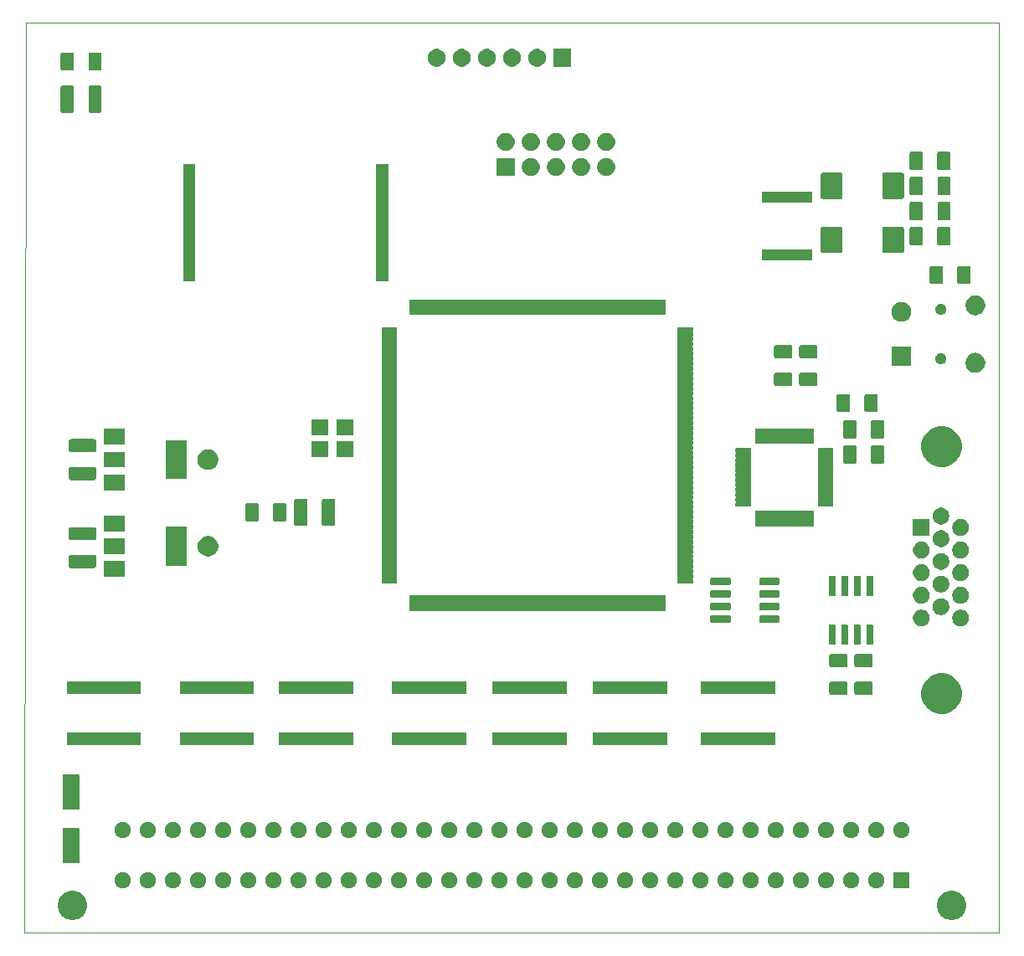
<source format=gbr>
G04 #@! TF.GenerationSoftware,KiCad,Pcbnew,5.1.5+dfsg1-2build2*
G04 #@! TF.CreationDate,2021-07-06T13:38:07+01:00*
G04 #@! TF.ProjectId,Video+Sound,56696465-6f2b-4536-9f75-6e642e6b6963,rev?*
G04 #@! TF.SameCoordinates,Original*
G04 #@! TF.FileFunction,Soldermask,Top*
G04 #@! TF.FilePolarity,Negative*
%FSLAX46Y46*%
G04 Gerber Fmt 4.6, Leading zero omitted, Abs format (unit mm)*
G04 Created by KiCad (PCBNEW 5.1.5+dfsg1-2build2) date 2021-07-06 13:38:07*
%MOMM*%
%LPD*%
G04 APERTURE LIST*
%ADD10C,0.050000*%
%ADD11C,0.100000*%
G04 APERTURE END LIST*
D10*
X74041000Y-63500000D02*
X73914000Y-155575000D01*
X172466000Y-63500000D02*
X74041000Y-63500000D01*
X172466000Y-155575000D02*
X172466000Y-63500000D01*
X73914000Y-155575000D02*
X172466000Y-155575000D01*
D11*
G36*
X168070532Y-151361721D02*
G01*
X168339147Y-151472985D01*
X168580895Y-151634516D01*
X168786484Y-151840105D01*
X168948015Y-152081853D01*
X169059279Y-152350468D01*
X169116000Y-152635625D01*
X169116000Y-152926375D01*
X169059279Y-153211532D01*
X168948015Y-153480147D01*
X168786484Y-153721895D01*
X168580895Y-153927484D01*
X168339147Y-154089015D01*
X168070532Y-154200279D01*
X167785375Y-154257000D01*
X167494625Y-154257000D01*
X167209468Y-154200279D01*
X166940853Y-154089015D01*
X166699105Y-153927484D01*
X166493516Y-153721895D01*
X166331985Y-153480147D01*
X166220721Y-153211532D01*
X166164000Y-152926375D01*
X166164000Y-152635625D01*
X166220721Y-152350468D01*
X166331985Y-152081853D01*
X166493516Y-151840105D01*
X166699105Y-151634516D01*
X166940853Y-151472985D01*
X167209468Y-151361721D01*
X167494625Y-151305000D01*
X167785375Y-151305000D01*
X168070532Y-151361721D01*
G37*
G36*
X79170532Y-151361721D02*
G01*
X79439147Y-151472985D01*
X79680895Y-151634516D01*
X79886484Y-151840105D01*
X80048015Y-152081853D01*
X80159279Y-152350468D01*
X80216000Y-152635625D01*
X80216000Y-152926375D01*
X80159279Y-153211532D01*
X80048015Y-153480147D01*
X79886484Y-153721895D01*
X79680895Y-153927484D01*
X79439147Y-154089015D01*
X79170532Y-154200279D01*
X78885375Y-154257000D01*
X78594625Y-154257000D01*
X78309468Y-154200279D01*
X78040853Y-154089015D01*
X77799105Y-153927484D01*
X77593516Y-153721895D01*
X77431985Y-153480147D01*
X77320721Y-153211532D01*
X77264000Y-152926375D01*
X77264000Y-152635625D01*
X77320721Y-152350468D01*
X77431985Y-152081853D01*
X77593516Y-151840105D01*
X77799105Y-151634516D01*
X78040853Y-151472985D01*
X78309468Y-151361721D01*
X78594625Y-151305000D01*
X78885375Y-151305000D01*
X79170532Y-151361721D01*
G37*
G36*
X101840935Y-149446742D02*
G01*
X101991258Y-149509008D01*
X102126545Y-149599404D01*
X102241596Y-149714455D01*
X102331992Y-149849742D01*
X102394258Y-150000065D01*
X102426000Y-150159646D01*
X102426000Y-150322354D01*
X102394258Y-150481935D01*
X102331992Y-150632258D01*
X102241596Y-150767545D01*
X102126545Y-150882596D01*
X101991258Y-150972992D01*
X101840935Y-151035258D01*
X101681354Y-151067000D01*
X101518646Y-151067000D01*
X101359065Y-151035258D01*
X101208742Y-150972992D01*
X101073455Y-150882596D01*
X100958404Y-150767545D01*
X100868008Y-150632258D01*
X100805742Y-150481935D01*
X100774000Y-150322354D01*
X100774000Y-150159646D01*
X100805742Y-150000065D01*
X100868008Y-149849742D01*
X100958404Y-149714455D01*
X101073455Y-149599404D01*
X101208742Y-149509008D01*
X101359065Y-149446742D01*
X101518646Y-149415000D01*
X101681354Y-149415000D01*
X101840935Y-149446742D01*
G37*
G36*
X124700935Y-149446742D02*
G01*
X124851258Y-149509008D01*
X124986545Y-149599404D01*
X125101596Y-149714455D01*
X125191992Y-149849742D01*
X125254258Y-150000065D01*
X125286000Y-150159646D01*
X125286000Y-150322354D01*
X125254258Y-150481935D01*
X125191992Y-150632258D01*
X125101596Y-150767545D01*
X124986545Y-150882596D01*
X124851258Y-150972992D01*
X124700935Y-151035258D01*
X124541354Y-151067000D01*
X124378646Y-151067000D01*
X124219065Y-151035258D01*
X124068742Y-150972992D01*
X123933455Y-150882596D01*
X123818404Y-150767545D01*
X123728008Y-150632258D01*
X123665742Y-150481935D01*
X123634000Y-150322354D01*
X123634000Y-150159646D01*
X123665742Y-150000065D01*
X123728008Y-149849742D01*
X123818404Y-149714455D01*
X123933455Y-149599404D01*
X124068742Y-149509008D01*
X124219065Y-149446742D01*
X124378646Y-149415000D01*
X124541354Y-149415000D01*
X124700935Y-149446742D01*
G37*
G36*
X122160935Y-149446742D02*
G01*
X122311258Y-149509008D01*
X122446545Y-149599404D01*
X122561596Y-149714455D01*
X122651992Y-149849742D01*
X122714258Y-150000065D01*
X122746000Y-150159646D01*
X122746000Y-150322354D01*
X122714258Y-150481935D01*
X122651992Y-150632258D01*
X122561596Y-150767545D01*
X122446545Y-150882596D01*
X122311258Y-150972992D01*
X122160935Y-151035258D01*
X122001354Y-151067000D01*
X121838646Y-151067000D01*
X121679065Y-151035258D01*
X121528742Y-150972992D01*
X121393455Y-150882596D01*
X121278404Y-150767545D01*
X121188008Y-150632258D01*
X121125742Y-150481935D01*
X121094000Y-150322354D01*
X121094000Y-150159646D01*
X121125742Y-150000065D01*
X121188008Y-149849742D01*
X121278404Y-149714455D01*
X121393455Y-149599404D01*
X121528742Y-149509008D01*
X121679065Y-149446742D01*
X121838646Y-149415000D01*
X122001354Y-149415000D01*
X122160935Y-149446742D01*
G37*
G36*
X119620935Y-149446742D02*
G01*
X119771258Y-149509008D01*
X119906545Y-149599404D01*
X120021596Y-149714455D01*
X120111992Y-149849742D01*
X120174258Y-150000065D01*
X120206000Y-150159646D01*
X120206000Y-150322354D01*
X120174258Y-150481935D01*
X120111992Y-150632258D01*
X120021596Y-150767545D01*
X119906545Y-150882596D01*
X119771258Y-150972992D01*
X119620935Y-151035258D01*
X119461354Y-151067000D01*
X119298646Y-151067000D01*
X119139065Y-151035258D01*
X118988742Y-150972992D01*
X118853455Y-150882596D01*
X118738404Y-150767545D01*
X118648008Y-150632258D01*
X118585742Y-150481935D01*
X118554000Y-150322354D01*
X118554000Y-150159646D01*
X118585742Y-150000065D01*
X118648008Y-149849742D01*
X118738404Y-149714455D01*
X118853455Y-149599404D01*
X118988742Y-149509008D01*
X119139065Y-149446742D01*
X119298646Y-149415000D01*
X119461354Y-149415000D01*
X119620935Y-149446742D01*
G37*
G36*
X114540935Y-149446742D02*
G01*
X114691258Y-149509008D01*
X114826545Y-149599404D01*
X114941596Y-149714455D01*
X115031992Y-149849742D01*
X115094258Y-150000065D01*
X115126000Y-150159646D01*
X115126000Y-150322354D01*
X115094258Y-150481935D01*
X115031992Y-150632258D01*
X114941596Y-150767545D01*
X114826545Y-150882596D01*
X114691258Y-150972992D01*
X114540935Y-151035258D01*
X114381354Y-151067000D01*
X114218646Y-151067000D01*
X114059065Y-151035258D01*
X113908742Y-150972992D01*
X113773455Y-150882596D01*
X113658404Y-150767545D01*
X113568008Y-150632258D01*
X113505742Y-150481935D01*
X113474000Y-150322354D01*
X113474000Y-150159646D01*
X113505742Y-150000065D01*
X113568008Y-149849742D01*
X113658404Y-149714455D01*
X113773455Y-149599404D01*
X113908742Y-149509008D01*
X114059065Y-149446742D01*
X114218646Y-149415000D01*
X114381354Y-149415000D01*
X114540935Y-149446742D01*
G37*
G36*
X112000935Y-149446742D02*
G01*
X112151258Y-149509008D01*
X112286545Y-149599404D01*
X112401596Y-149714455D01*
X112491992Y-149849742D01*
X112554258Y-150000065D01*
X112586000Y-150159646D01*
X112586000Y-150322354D01*
X112554258Y-150481935D01*
X112491992Y-150632258D01*
X112401596Y-150767545D01*
X112286545Y-150882596D01*
X112151258Y-150972992D01*
X112000935Y-151035258D01*
X111841354Y-151067000D01*
X111678646Y-151067000D01*
X111519065Y-151035258D01*
X111368742Y-150972992D01*
X111233455Y-150882596D01*
X111118404Y-150767545D01*
X111028008Y-150632258D01*
X110965742Y-150481935D01*
X110934000Y-150322354D01*
X110934000Y-150159646D01*
X110965742Y-150000065D01*
X111028008Y-149849742D01*
X111118404Y-149714455D01*
X111233455Y-149599404D01*
X111368742Y-149509008D01*
X111519065Y-149446742D01*
X111678646Y-149415000D01*
X111841354Y-149415000D01*
X112000935Y-149446742D01*
G37*
G36*
X109460935Y-149446742D02*
G01*
X109611258Y-149509008D01*
X109746545Y-149599404D01*
X109861596Y-149714455D01*
X109951992Y-149849742D01*
X110014258Y-150000065D01*
X110046000Y-150159646D01*
X110046000Y-150322354D01*
X110014258Y-150481935D01*
X109951992Y-150632258D01*
X109861596Y-150767545D01*
X109746545Y-150882596D01*
X109611258Y-150972992D01*
X109460935Y-151035258D01*
X109301354Y-151067000D01*
X109138646Y-151067000D01*
X108979065Y-151035258D01*
X108828742Y-150972992D01*
X108693455Y-150882596D01*
X108578404Y-150767545D01*
X108488008Y-150632258D01*
X108425742Y-150481935D01*
X108394000Y-150322354D01*
X108394000Y-150159646D01*
X108425742Y-150000065D01*
X108488008Y-149849742D01*
X108578404Y-149714455D01*
X108693455Y-149599404D01*
X108828742Y-149509008D01*
X108979065Y-149446742D01*
X109138646Y-149415000D01*
X109301354Y-149415000D01*
X109460935Y-149446742D01*
G37*
G36*
X106920935Y-149446742D02*
G01*
X107071258Y-149509008D01*
X107206545Y-149599404D01*
X107321596Y-149714455D01*
X107411992Y-149849742D01*
X107474258Y-150000065D01*
X107506000Y-150159646D01*
X107506000Y-150322354D01*
X107474258Y-150481935D01*
X107411992Y-150632258D01*
X107321596Y-150767545D01*
X107206545Y-150882596D01*
X107071258Y-150972992D01*
X106920935Y-151035258D01*
X106761354Y-151067000D01*
X106598646Y-151067000D01*
X106439065Y-151035258D01*
X106288742Y-150972992D01*
X106153455Y-150882596D01*
X106038404Y-150767545D01*
X105948008Y-150632258D01*
X105885742Y-150481935D01*
X105854000Y-150322354D01*
X105854000Y-150159646D01*
X105885742Y-150000065D01*
X105948008Y-149849742D01*
X106038404Y-149714455D01*
X106153455Y-149599404D01*
X106288742Y-149509008D01*
X106439065Y-149446742D01*
X106598646Y-149415000D01*
X106761354Y-149415000D01*
X106920935Y-149446742D01*
G37*
G36*
X104380935Y-149446742D02*
G01*
X104531258Y-149509008D01*
X104666545Y-149599404D01*
X104781596Y-149714455D01*
X104871992Y-149849742D01*
X104934258Y-150000065D01*
X104966000Y-150159646D01*
X104966000Y-150322354D01*
X104934258Y-150481935D01*
X104871992Y-150632258D01*
X104781596Y-150767545D01*
X104666545Y-150882596D01*
X104531258Y-150972992D01*
X104380935Y-151035258D01*
X104221354Y-151067000D01*
X104058646Y-151067000D01*
X103899065Y-151035258D01*
X103748742Y-150972992D01*
X103613455Y-150882596D01*
X103498404Y-150767545D01*
X103408008Y-150632258D01*
X103345742Y-150481935D01*
X103314000Y-150322354D01*
X103314000Y-150159646D01*
X103345742Y-150000065D01*
X103408008Y-149849742D01*
X103498404Y-149714455D01*
X103613455Y-149599404D01*
X103748742Y-149509008D01*
X103899065Y-149446742D01*
X104058646Y-149415000D01*
X104221354Y-149415000D01*
X104380935Y-149446742D01*
G37*
G36*
X129780935Y-149446742D02*
G01*
X129931258Y-149509008D01*
X130066545Y-149599404D01*
X130181596Y-149714455D01*
X130271992Y-149849742D01*
X130334258Y-150000065D01*
X130366000Y-150159646D01*
X130366000Y-150322354D01*
X130334258Y-150481935D01*
X130271992Y-150632258D01*
X130181596Y-150767545D01*
X130066545Y-150882596D01*
X129931258Y-150972992D01*
X129780935Y-151035258D01*
X129621354Y-151067000D01*
X129458646Y-151067000D01*
X129299065Y-151035258D01*
X129148742Y-150972992D01*
X129013455Y-150882596D01*
X128898404Y-150767545D01*
X128808008Y-150632258D01*
X128745742Y-150481935D01*
X128714000Y-150322354D01*
X128714000Y-150159646D01*
X128745742Y-150000065D01*
X128808008Y-149849742D01*
X128898404Y-149714455D01*
X129013455Y-149599404D01*
X129148742Y-149509008D01*
X129299065Y-149446742D01*
X129458646Y-149415000D01*
X129621354Y-149415000D01*
X129780935Y-149446742D01*
G37*
G36*
X99300935Y-149446742D02*
G01*
X99451258Y-149509008D01*
X99586545Y-149599404D01*
X99701596Y-149714455D01*
X99791992Y-149849742D01*
X99854258Y-150000065D01*
X99886000Y-150159646D01*
X99886000Y-150322354D01*
X99854258Y-150481935D01*
X99791992Y-150632258D01*
X99701596Y-150767545D01*
X99586545Y-150882596D01*
X99451258Y-150972992D01*
X99300935Y-151035258D01*
X99141354Y-151067000D01*
X98978646Y-151067000D01*
X98819065Y-151035258D01*
X98668742Y-150972992D01*
X98533455Y-150882596D01*
X98418404Y-150767545D01*
X98328008Y-150632258D01*
X98265742Y-150481935D01*
X98234000Y-150322354D01*
X98234000Y-150159646D01*
X98265742Y-150000065D01*
X98328008Y-149849742D01*
X98418404Y-149714455D01*
X98533455Y-149599404D01*
X98668742Y-149509008D01*
X98819065Y-149446742D01*
X98978646Y-149415000D01*
X99141354Y-149415000D01*
X99300935Y-149446742D01*
G37*
G36*
X96760935Y-149446742D02*
G01*
X96911258Y-149509008D01*
X97046545Y-149599404D01*
X97161596Y-149714455D01*
X97251992Y-149849742D01*
X97314258Y-150000065D01*
X97346000Y-150159646D01*
X97346000Y-150322354D01*
X97314258Y-150481935D01*
X97251992Y-150632258D01*
X97161596Y-150767545D01*
X97046545Y-150882596D01*
X96911258Y-150972992D01*
X96760935Y-151035258D01*
X96601354Y-151067000D01*
X96438646Y-151067000D01*
X96279065Y-151035258D01*
X96128742Y-150972992D01*
X95993455Y-150882596D01*
X95878404Y-150767545D01*
X95788008Y-150632258D01*
X95725742Y-150481935D01*
X95694000Y-150322354D01*
X95694000Y-150159646D01*
X95725742Y-150000065D01*
X95788008Y-149849742D01*
X95878404Y-149714455D01*
X95993455Y-149599404D01*
X96128742Y-149509008D01*
X96279065Y-149446742D01*
X96438646Y-149415000D01*
X96601354Y-149415000D01*
X96760935Y-149446742D01*
G37*
G36*
X94220935Y-149446742D02*
G01*
X94371258Y-149509008D01*
X94506545Y-149599404D01*
X94621596Y-149714455D01*
X94711992Y-149849742D01*
X94774258Y-150000065D01*
X94806000Y-150159646D01*
X94806000Y-150322354D01*
X94774258Y-150481935D01*
X94711992Y-150632258D01*
X94621596Y-150767545D01*
X94506545Y-150882596D01*
X94371258Y-150972992D01*
X94220935Y-151035258D01*
X94061354Y-151067000D01*
X93898646Y-151067000D01*
X93739065Y-151035258D01*
X93588742Y-150972992D01*
X93453455Y-150882596D01*
X93338404Y-150767545D01*
X93248008Y-150632258D01*
X93185742Y-150481935D01*
X93154000Y-150322354D01*
X93154000Y-150159646D01*
X93185742Y-150000065D01*
X93248008Y-149849742D01*
X93338404Y-149714455D01*
X93453455Y-149599404D01*
X93588742Y-149509008D01*
X93739065Y-149446742D01*
X93898646Y-149415000D01*
X94061354Y-149415000D01*
X94220935Y-149446742D01*
G37*
G36*
X91680935Y-149446742D02*
G01*
X91831258Y-149509008D01*
X91966545Y-149599404D01*
X92081596Y-149714455D01*
X92171992Y-149849742D01*
X92234258Y-150000065D01*
X92266000Y-150159646D01*
X92266000Y-150322354D01*
X92234258Y-150481935D01*
X92171992Y-150632258D01*
X92081596Y-150767545D01*
X91966545Y-150882596D01*
X91831258Y-150972992D01*
X91680935Y-151035258D01*
X91521354Y-151067000D01*
X91358646Y-151067000D01*
X91199065Y-151035258D01*
X91048742Y-150972992D01*
X90913455Y-150882596D01*
X90798404Y-150767545D01*
X90708008Y-150632258D01*
X90645742Y-150481935D01*
X90614000Y-150322354D01*
X90614000Y-150159646D01*
X90645742Y-150000065D01*
X90708008Y-149849742D01*
X90798404Y-149714455D01*
X90913455Y-149599404D01*
X91048742Y-149509008D01*
X91199065Y-149446742D01*
X91358646Y-149415000D01*
X91521354Y-149415000D01*
X91680935Y-149446742D01*
G37*
G36*
X89140935Y-149446742D02*
G01*
X89291258Y-149509008D01*
X89426545Y-149599404D01*
X89541596Y-149714455D01*
X89631992Y-149849742D01*
X89694258Y-150000065D01*
X89726000Y-150159646D01*
X89726000Y-150322354D01*
X89694258Y-150481935D01*
X89631992Y-150632258D01*
X89541596Y-150767545D01*
X89426545Y-150882596D01*
X89291258Y-150972992D01*
X89140935Y-151035258D01*
X88981354Y-151067000D01*
X88818646Y-151067000D01*
X88659065Y-151035258D01*
X88508742Y-150972992D01*
X88373455Y-150882596D01*
X88258404Y-150767545D01*
X88168008Y-150632258D01*
X88105742Y-150481935D01*
X88074000Y-150322354D01*
X88074000Y-150159646D01*
X88105742Y-150000065D01*
X88168008Y-149849742D01*
X88258404Y-149714455D01*
X88373455Y-149599404D01*
X88508742Y-149509008D01*
X88659065Y-149446742D01*
X88818646Y-149415000D01*
X88981354Y-149415000D01*
X89140935Y-149446742D01*
G37*
G36*
X86600935Y-149446742D02*
G01*
X86751258Y-149509008D01*
X86886545Y-149599404D01*
X87001596Y-149714455D01*
X87091992Y-149849742D01*
X87154258Y-150000065D01*
X87186000Y-150159646D01*
X87186000Y-150322354D01*
X87154258Y-150481935D01*
X87091992Y-150632258D01*
X87001596Y-150767545D01*
X86886545Y-150882596D01*
X86751258Y-150972992D01*
X86600935Y-151035258D01*
X86441354Y-151067000D01*
X86278646Y-151067000D01*
X86119065Y-151035258D01*
X85968742Y-150972992D01*
X85833455Y-150882596D01*
X85718404Y-150767545D01*
X85628008Y-150632258D01*
X85565742Y-150481935D01*
X85534000Y-150322354D01*
X85534000Y-150159646D01*
X85565742Y-150000065D01*
X85628008Y-149849742D01*
X85718404Y-149714455D01*
X85833455Y-149599404D01*
X85968742Y-149509008D01*
X86119065Y-149446742D01*
X86278646Y-149415000D01*
X86441354Y-149415000D01*
X86600935Y-149446742D01*
G37*
G36*
X150100935Y-149446742D02*
G01*
X150251258Y-149509008D01*
X150386545Y-149599404D01*
X150501596Y-149714455D01*
X150591992Y-149849742D01*
X150654258Y-150000065D01*
X150686000Y-150159646D01*
X150686000Y-150322354D01*
X150654258Y-150481935D01*
X150591992Y-150632258D01*
X150501596Y-150767545D01*
X150386545Y-150882596D01*
X150251258Y-150972992D01*
X150100935Y-151035258D01*
X149941354Y-151067000D01*
X149778646Y-151067000D01*
X149619065Y-151035258D01*
X149468742Y-150972992D01*
X149333455Y-150882596D01*
X149218404Y-150767545D01*
X149128008Y-150632258D01*
X149065742Y-150481935D01*
X149034000Y-150322354D01*
X149034000Y-150159646D01*
X149065742Y-150000065D01*
X149128008Y-149849742D01*
X149218404Y-149714455D01*
X149333455Y-149599404D01*
X149468742Y-149509008D01*
X149619065Y-149446742D01*
X149778646Y-149415000D01*
X149941354Y-149415000D01*
X150100935Y-149446742D01*
G37*
G36*
X117080935Y-149446742D02*
G01*
X117231258Y-149509008D01*
X117366545Y-149599404D01*
X117481596Y-149714455D01*
X117571992Y-149849742D01*
X117634258Y-150000065D01*
X117666000Y-150159646D01*
X117666000Y-150322354D01*
X117634258Y-150481935D01*
X117571992Y-150632258D01*
X117481596Y-150767545D01*
X117366545Y-150882596D01*
X117231258Y-150972992D01*
X117080935Y-151035258D01*
X116921354Y-151067000D01*
X116758646Y-151067000D01*
X116599065Y-151035258D01*
X116448742Y-150972992D01*
X116313455Y-150882596D01*
X116198404Y-150767545D01*
X116108008Y-150632258D01*
X116045742Y-150481935D01*
X116014000Y-150322354D01*
X116014000Y-150159646D01*
X116045742Y-150000065D01*
X116108008Y-149849742D01*
X116198404Y-149714455D01*
X116313455Y-149599404D01*
X116448742Y-149509008D01*
X116599065Y-149446742D01*
X116758646Y-149415000D01*
X116921354Y-149415000D01*
X117080935Y-149446742D01*
G37*
G36*
X84060935Y-149446742D02*
G01*
X84211258Y-149509008D01*
X84346545Y-149599404D01*
X84461596Y-149714455D01*
X84551992Y-149849742D01*
X84614258Y-150000065D01*
X84646000Y-150159646D01*
X84646000Y-150322354D01*
X84614258Y-150481935D01*
X84551992Y-150632258D01*
X84461596Y-150767545D01*
X84346545Y-150882596D01*
X84211258Y-150972992D01*
X84060935Y-151035258D01*
X83901354Y-151067000D01*
X83738646Y-151067000D01*
X83579065Y-151035258D01*
X83428742Y-150972992D01*
X83293455Y-150882596D01*
X83178404Y-150767545D01*
X83088008Y-150632258D01*
X83025742Y-150481935D01*
X82994000Y-150322354D01*
X82994000Y-150159646D01*
X83025742Y-150000065D01*
X83088008Y-149849742D01*
X83178404Y-149714455D01*
X83293455Y-149599404D01*
X83428742Y-149509008D01*
X83579065Y-149446742D01*
X83738646Y-149415000D01*
X83901354Y-149415000D01*
X84060935Y-149446742D01*
G37*
G36*
X132320935Y-149446742D02*
G01*
X132471258Y-149509008D01*
X132606545Y-149599404D01*
X132721596Y-149714455D01*
X132811992Y-149849742D01*
X132874258Y-150000065D01*
X132906000Y-150159646D01*
X132906000Y-150322354D01*
X132874258Y-150481935D01*
X132811992Y-150632258D01*
X132721596Y-150767545D01*
X132606545Y-150882596D01*
X132471258Y-150972992D01*
X132320935Y-151035258D01*
X132161354Y-151067000D01*
X131998646Y-151067000D01*
X131839065Y-151035258D01*
X131688742Y-150972992D01*
X131553455Y-150882596D01*
X131438404Y-150767545D01*
X131348008Y-150632258D01*
X131285742Y-150481935D01*
X131254000Y-150322354D01*
X131254000Y-150159646D01*
X131285742Y-150000065D01*
X131348008Y-149849742D01*
X131438404Y-149714455D01*
X131553455Y-149599404D01*
X131688742Y-149509008D01*
X131839065Y-149446742D01*
X131998646Y-149415000D01*
X132161354Y-149415000D01*
X132320935Y-149446742D01*
G37*
G36*
X134860935Y-149446742D02*
G01*
X135011258Y-149509008D01*
X135146545Y-149599404D01*
X135261596Y-149714455D01*
X135351992Y-149849742D01*
X135414258Y-150000065D01*
X135446000Y-150159646D01*
X135446000Y-150322354D01*
X135414258Y-150481935D01*
X135351992Y-150632258D01*
X135261596Y-150767545D01*
X135146545Y-150882596D01*
X135011258Y-150972992D01*
X134860935Y-151035258D01*
X134701354Y-151067000D01*
X134538646Y-151067000D01*
X134379065Y-151035258D01*
X134228742Y-150972992D01*
X134093455Y-150882596D01*
X133978404Y-150767545D01*
X133888008Y-150632258D01*
X133825742Y-150481935D01*
X133794000Y-150322354D01*
X133794000Y-150159646D01*
X133825742Y-150000065D01*
X133888008Y-149849742D01*
X133978404Y-149714455D01*
X134093455Y-149599404D01*
X134228742Y-149509008D01*
X134379065Y-149446742D01*
X134538646Y-149415000D01*
X134701354Y-149415000D01*
X134860935Y-149446742D01*
G37*
G36*
X137400935Y-149446742D02*
G01*
X137551258Y-149509008D01*
X137686545Y-149599404D01*
X137801596Y-149714455D01*
X137891992Y-149849742D01*
X137954258Y-150000065D01*
X137986000Y-150159646D01*
X137986000Y-150322354D01*
X137954258Y-150481935D01*
X137891992Y-150632258D01*
X137801596Y-150767545D01*
X137686545Y-150882596D01*
X137551258Y-150972992D01*
X137400935Y-151035258D01*
X137241354Y-151067000D01*
X137078646Y-151067000D01*
X136919065Y-151035258D01*
X136768742Y-150972992D01*
X136633455Y-150882596D01*
X136518404Y-150767545D01*
X136428008Y-150632258D01*
X136365742Y-150481935D01*
X136334000Y-150322354D01*
X136334000Y-150159646D01*
X136365742Y-150000065D01*
X136428008Y-149849742D01*
X136518404Y-149714455D01*
X136633455Y-149599404D01*
X136768742Y-149509008D01*
X136919065Y-149446742D01*
X137078646Y-149415000D01*
X137241354Y-149415000D01*
X137400935Y-149446742D01*
G37*
G36*
X139940935Y-149446742D02*
G01*
X140091258Y-149509008D01*
X140226545Y-149599404D01*
X140341596Y-149714455D01*
X140431992Y-149849742D01*
X140494258Y-150000065D01*
X140526000Y-150159646D01*
X140526000Y-150322354D01*
X140494258Y-150481935D01*
X140431992Y-150632258D01*
X140341596Y-150767545D01*
X140226545Y-150882596D01*
X140091258Y-150972992D01*
X139940935Y-151035258D01*
X139781354Y-151067000D01*
X139618646Y-151067000D01*
X139459065Y-151035258D01*
X139308742Y-150972992D01*
X139173455Y-150882596D01*
X139058404Y-150767545D01*
X138968008Y-150632258D01*
X138905742Y-150481935D01*
X138874000Y-150322354D01*
X138874000Y-150159646D01*
X138905742Y-150000065D01*
X138968008Y-149849742D01*
X139058404Y-149714455D01*
X139173455Y-149599404D01*
X139308742Y-149509008D01*
X139459065Y-149446742D01*
X139618646Y-149415000D01*
X139781354Y-149415000D01*
X139940935Y-149446742D01*
G37*
G36*
X142480935Y-149446742D02*
G01*
X142631258Y-149509008D01*
X142766545Y-149599404D01*
X142881596Y-149714455D01*
X142971992Y-149849742D01*
X143034258Y-150000065D01*
X143066000Y-150159646D01*
X143066000Y-150322354D01*
X143034258Y-150481935D01*
X142971992Y-150632258D01*
X142881596Y-150767545D01*
X142766545Y-150882596D01*
X142631258Y-150972992D01*
X142480935Y-151035258D01*
X142321354Y-151067000D01*
X142158646Y-151067000D01*
X141999065Y-151035258D01*
X141848742Y-150972992D01*
X141713455Y-150882596D01*
X141598404Y-150767545D01*
X141508008Y-150632258D01*
X141445742Y-150481935D01*
X141414000Y-150322354D01*
X141414000Y-150159646D01*
X141445742Y-150000065D01*
X141508008Y-149849742D01*
X141598404Y-149714455D01*
X141713455Y-149599404D01*
X141848742Y-149509008D01*
X141999065Y-149446742D01*
X142158646Y-149415000D01*
X142321354Y-149415000D01*
X142480935Y-149446742D01*
G37*
G36*
X145020935Y-149446742D02*
G01*
X145171258Y-149509008D01*
X145306545Y-149599404D01*
X145421596Y-149714455D01*
X145511992Y-149849742D01*
X145574258Y-150000065D01*
X145606000Y-150159646D01*
X145606000Y-150322354D01*
X145574258Y-150481935D01*
X145511992Y-150632258D01*
X145421596Y-150767545D01*
X145306545Y-150882596D01*
X145171258Y-150972992D01*
X145020935Y-151035258D01*
X144861354Y-151067000D01*
X144698646Y-151067000D01*
X144539065Y-151035258D01*
X144388742Y-150972992D01*
X144253455Y-150882596D01*
X144138404Y-150767545D01*
X144048008Y-150632258D01*
X143985742Y-150481935D01*
X143954000Y-150322354D01*
X143954000Y-150159646D01*
X143985742Y-150000065D01*
X144048008Y-149849742D01*
X144138404Y-149714455D01*
X144253455Y-149599404D01*
X144388742Y-149509008D01*
X144539065Y-149446742D01*
X144698646Y-149415000D01*
X144861354Y-149415000D01*
X145020935Y-149446742D01*
G37*
G36*
X147560935Y-149446742D02*
G01*
X147711258Y-149509008D01*
X147846545Y-149599404D01*
X147961596Y-149714455D01*
X148051992Y-149849742D01*
X148114258Y-150000065D01*
X148146000Y-150159646D01*
X148146000Y-150322354D01*
X148114258Y-150481935D01*
X148051992Y-150632258D01*
X147961596Y-150767545D01*
X147846545Y-150882596D01*
X147711258Y-150972992D01*
X147560935Y-151035258D01*
X147401354Y-151067000D01*
X147238646Y-151067000D01*
X147079065Y-151035258D01*
X146928742Y-150972992D01*
X146793455Y-150882596D01*
X146678404Y-150767545D01*
X146588008Y-150632258D01*
X146525742Y-150481935D01*
X146494000Y-150322354D01*
X146494000Y-150159646D01*
X146525742Y-150000065D01*
X146588008Y-149849742D01*
X146678404Y-149714455D01*
X146793455Y-149599404D01*
X146928742Y-149509008D01*
X147079065Y-149446742D01*
X147238646Y-149415000D01*
X147401354Y-149415000D01*
X147560935Y-149446742D01*
G37*
G36*
X127240935Y-149446742D02*
G01*
X127391258Y-149509008D01*
X127526545Y-149599404D01*
X127641596Y-149714455D01*
X127731992Y-149849742D01*
X127794258Y-150000065D01*
X127826000Y-150159646D01*
X127826000Y-150322354D01*
X127794258Y-150481935D01*
X127731992Y-150632258D01*
X127641596Y-150767545D01*
X127526545Y-150882596D01*
X127391258Y-150972992D01*
X127240935Y-151035258D01*
X127081354Y-151067000D01*
X126918646Y-151067000D01*
X126759065Y-151035258D01*
X126608742Y-150972992D01*
X126473455Y-150882596D01*
X126358404Y-150767545D01*
X126268008Y-150632258D01*
X126205742Y-150481935D01*
X126174000Y-150322354D01*
X126174000Y-150159646D01*
X126205742Y-150000065D01*
X126268008Y-149849742D01*
X126358404Y-149714455D01*
X126473455Y-149599404D01*
X126608742Y-149509008D01*
X126759065Y-149446742D01*
X126918646Y-149415000D01*
X127081354Y-149415000D01*
X127240935Y-149446742D01*
G37*
G36*
X152640935Y-149446742D02*
G01*
X152791258Y-149509008D01*
X152926545Y-149599404D01*
X153041596Y-149714455D01*
X153131992Y-149849742D01*
X153194258Y-150000065D01*
X153226000Y-150159646D01*
X153226000Y-150322354D01*
X153194258Y-150481935D01*
X153131992Y-150632258D01*
X153041596Y-150767545D01*
X152926545Y-150882596D01*
X152791258Y-150972992D01*
X152640935Y-151035258D01*
X152481354Y-151067000D01*
X152318646Y-151067000D01*
X152159065Y-151035258D01*
X152008742Y-150972992D01*
X151873455Y-150882596D01*
X151758404Y-150767545D01*
X151668008Y-150632258D01*
X151605742Y-150481935D01*
X151574000Y-150322354D01*
X151574000Y-150159646D01*
X151605742Y-150000065D01*
X151668008Y-149849742D01*
X151758404Y-149714455D01*
X151873455Y-149599404D01*
X152008742Y-149509008D01*
X152159065Y-149446742D01*
X152318646Y-149415000D01*
X152481354Y-149415000D01*
X152640935Y-149446742D01*
G37*
G36*
X155180935Y-149446742D02*
G01*
X155331258Y-149509008D01*
X155466545Y-149599404D01*
X155581596Y-149714455D01*
X155671992Y-149849742D01*
X155734258Y-150000065D01*
X155766000Y-150159646D01*
X155766000Y-150322354D01*
X155734258Y-150481935D01*
X155671992Y-150632258D01*
X155581596Y-150767545D01*
X155466545Y-150882596D01*
X155331258Y-150972992D01*
X155180935Y-151035258D01*
X155021354Y-151067000D01*
X154858646Y-151067000D01*
X154699065Y-151035258D01*
X154548742Y-150972992D01*
X154413455Y-150882596D01*
X154298404Y-150767545D01*
X154208008Y-150632258D01*
X154145742Y-150481935D01*
X154114000Y-150322354D01*
X154114000Y-150159646D01*
X154145742Y-150000065D01*
X154208008Y-149849742D01*
X154298404Y-149714455D01*
X154413455Y-149599404D01*
X154548742Y-149509008D01*
X154699065Y-149446742D01*
X154858646Y-149415000D01*
X155021354Y-149415000D01*
X155180935Y-149446742D01*
G37*
G36*
X157720935Y-149446742D02*
G01*
X157871258Y-149509008D01*
X158006545Y-149599404D01*
X158121596Y-149714455D01*
X158211992Y-149849742D01*
X158274258Y-150000065D01*
X158306000Y-150159646D01*
X158306000Y-150322354D01*
X158274258Y-150481935D01*
X158211992Y-150632258D01*
X158121596Y-150767545D01*
X158006545Y-150882596D01*
X157871258Y-150972992D01*
X157720935Y-151035258D01*
X157561354Y-151067000D01*
X157398646Y-151067000D01*
X157239065Y-151035258D01*
X157088742Y-150972992D01*
X156953455Y-150882596D01*
X156838404Y-150767545D01*
X156748008Y-150632258D01*
X156685742Y-150481935D01*
X156654000Y-150322354D01*
X156654000Y-150159646D01*
X156685742Y-150000065D01*
X156748008Y-149849742D01*
X156838404Y-149714455D01*
X156953455Y-149599404D01*
X157088742Y-149509008D01*
X157239065Y-149446742D01*
X157398646Y-149415000D01*
X157561354Y-149415000D01*
X157720935Y-149446742D01*
G37*
G36*
X160260935Y-149446742D02*
G01*
X160411258Y-149509008D01*
X160546545Y-149599404D01*
X160661596Y-149714455D01*
X160751992Y-149849742D01*
X160814258Y-150000065D01*
X160846000Y-150159646D01*
X160846000Y-150322354D01*
X160814258Y-150481935D01*
X160751992Y-150632258D01*
X160661596Y-150767545D01*
X160546545Y-150882596D01*
X160411258Y-150972992D01*
X160260935Y-151035258D01*
X160101354Y-151067000D01*
X159938646Y-151067000D01*
X159779065Y-151035258D01*
X159628742Y-150972992D01*
X159493455Y-150882596D01*
X159378404Y-150767545D01*
X159288008Y-150632258D01*
X159225742Y-150481935D01*
X159194000Y-150322354D01*
X159194000Y-150159646D01*
X159225742Y-150000065D01*
X159288008Y-149849742D01*
X159378404Y-149714455D01*
X159493455Y-149599404D01*
X159628742Y-149509008D01*
X159779065Y-149446742D01*
X159938646Y-149415000D01*
X160101354Y-149415000D01*
X160260935Y-149446742D01*
G37*
G36*
X163239568Y-149419086D02*
G01*
X163273560Y-149429397D01*
X163304877Y-149446137D01*
X163332332Y-149468668D01*
X163354863Y-149496123D01*
X163371603Y-149527440D01*
X163381914Y-149561432D01*
X163386000Y-149602915D01*
X163386000Y-150879085D01*
X163381914Y-150920568D01*
X163371603Y-150954560D01*
X163354863Y-150985877D01*
X163332332Y-151013332D01*
X163304877Y-151035863D01*
X163273560Y-151052603D01*
X163239568Y-151062914D01*
X163198085Y-151067000D01*
X161921915Y-151067000D01*
X161880432Y-151062914D01*
X161846440Y-151052603D01*
X161815123Y-151035863D01*
X161787668Y-151013332D01*
X161765137Y-150985877D01*
X161748397Y-150954560D01*
X161738086Y-150920568D01*
X161734000Y-150879085D01*
X161734000Y-149602915D01*
X161738086Y-149561432D01*
X161748397Y-149527440D01*
X161765137Y-149496123D01*
X161787668Y-149468668D01*
X161815123Y-149446137D01*
X161846440Y-149429397D01*
X161880432Y-149419086D01*
X161921915Y-149415000D01*
X163198085Y-149415000D01*
X163239568Y-149419086D01*
G37*
G36*
X79318997Y-144921051D02*
G01*
X79352652Y-144931261D01*
X79383665Y-144947838D01*
X79410851Y-144970149D01*
X79433162Y-144997335D01*
X79449739Y-145028348D01*
X79459949Y-145062003D01*
X79464000Y-145103138D01*
X79464000Y-148332862D01*
X79459949Y-148373997D01*
X79449739Y-148407652D01*
X79433162Y-148438665D01*
X79410851Y-148465851D01*
X79383665Y-148488162D01*
X79352652Y-148504739D01*
X79318997Y-148514949D01*
X79277862Y-148519000D01*
X77948138Y-148519000D01*
X77907003Y-148514949D01*
X77873348Y-148504739D01*
X77842335Y-148488162D01*
X77815149Y-148465851D01*
X77792838Y-148438665D01*
X77776261Y-148407652D01*
X77766051Y-148373997D01*
X77762000Y-148332862D01*
X77762000Y-145103138D01*
X77766051Y-145062003D01*
X77776261Y-145028348D01*
X77792838Y-144997335D01*
X77815149Y-144970149D01*
X77842335Y-144947838D01*
X77873348Y-144931261D01*
X77907003Y-144921051D01*
X77948138Y-144917000D01*
X79277862Y-144917000D01*
X79318997Y-144921051D01*
G37*
G36*
X139940935Y-144366742D02*
G01*
X140091258Y-144429008D01*
X140226545Y-144519404D01*
X140341596Y-144634455D01*
X140431992Y-144769742D01*
X140494258Y-144920065D01*
X140526000Y-145079646D01*
X140526000Y-145242354D01*
X140494258Y-145401935D01*
X140431992Y-145552258D01*
X140341596Y-145687545D01*
X140226545Y-145802596D01*
X140091258Y-145892992D01*
X139940935Y-145955258D01*
X139781354Y-145987000D01*
X139618646Y-145987000D01*
X139459065Y-145955258D01*
X139308742Y-145892992D01*
X139173455Y-145802596D01*
X139058404Y-145687545D01*
X138968008Y-145552258D01*
X138905742Y-145401935D01*
X138874000Y-145242354D01*
X138874000Y-145079646D01*
X138905742Y-144920065D01*
X138968008Y-144769742D01*
X139058404Y-144634455D01*
X139173455Y-144519404D01*
X139308742Y-144429008D01*
X139459065Y-144366742D01*
X139618646Y-144335000D01*
X139781354Y-144335000D01*
X139940935Y-144366742D01*
G37*
G36*
X160260935Y-144366742D02*
G01*
X160411258Y-144429008D01*
X160546545Y-144519404D01*
X160661596Y-144634455D01*
X160751992Y-144769742D01*
X160814258Y-144920065D01*
X160846000Y-145079646D01*
X160846000Y-145242354D01*
X160814258Y-145401935D01*
X160751992Y-145552258D01*
X160661596Y-145687545D01*
X160546545Y-145802596D01*
X160411258Y-145892992D01*
X160260935Y-145955258D01*
X160101354Y-145987000D01*
X159938646Y-145987000D01*
X159779065Y-145955258D01*
X159628742Y-145892992D01*
X159493455Y-145802596D01*
X159378404Y-145687545D01*
X159288008Y-145552258D01*
X159225742Y-145401935D01*
X159194000Y-145242354D01*
X159194000Y-145079646D01*
X159225742Y-144920065D01*
X159288008Y-144769742D01*
X159378404Y-144634455D01*
X159493455Y-144519404D01*
X159628742Y-144429008D01*
X159779065Y-144366742D01*
X159938646Y-144335000D01*
X160101354Y-144335000D01*
X160260935Y-144366742D01*
G37*
G36*
X162800935Y-144366742D02*
G01*
X162951258Y-144429008D01*
X163086545Y-144519404D01*
X163201596Y-144634455D01*
X163291992Y-144769742D01*
X163354258Y-144920065D01*
X163386000Y-145079646D01*
X163386000Y-145242354D01*
X163354258Y-145401935D01*
X163291992Y-145552258D01*
X163201596Y-145687545D01*
X163086545Y-145802596D01*
X162951258Y-145892992D01*
X162800935Y-145955258D01*
X162641354Y-145987000D01*
X162478646Y-145987000D01*
X162319065Y-145955258D01*
X162168742Y-145892992D01*
X162033455Y-145802596D01*
X161918404Y-145687545D01*
X161828008Y-145552258D01*
X161765742Y-145401935D01*
X161734000Y-145242354D01*
X161734000Y-145079646D01*
X161765742Y-144920065D01*
X161828008Y-144769742D01*
X161918404Y-144634455D01*
X162033455Y-144519404D01*
X162168742Y-144429008D01*
X162319065Y-144366742D01*
X162478646Y-144335000D01*
X162641354Y-144335000D01*
X162800935Y-144366742D01*
G37*
G36*
X155180935Y-144366742D02*
G01*
X155331258Y-144429008D01*
X155466545Y-144519404D01*
X155581596Y-144634455D01*
X155671992Y-144769742D01*
X155734258Y-144920065D01*
X155766000Y-145079646D01*
X155766000Y-145242354D01*
X155734258Y-145401935D01*
X155671992Y-145552258D01*
X155581596Y-145687545D01*
X155466545Y-145802596D01*
X155331258Y-145892992D01*
X155180935Y-145955258D01*
X155021354Y-145987000D01*
X154858646Y-145987000D01*
X154699065Y-145955258D01*
X154548742Y-145892992D01*
X154413455Y-145802596D01*
X154298404Y-145687545D01*
X154208008Y-145552258D01*
X154145742Y-145401935D01*
X154114000Y-145242354D01*
X154114000Y-145079646D01*
X154145742Y-144920065D01*
X154208008Y-144769742D01*
X154298404Y-144634455D01*
X154413455Y-144519404D01*
X154548742Y-144429008D01*
X154699065Y-144366742D01*
X154858646Y-144335000D01*
X155021354Y-144335000D01*
X155180935Y-144366742D01*
G37*
G36*
X152640935Y-144366742D02*
G01*
X152791258Y-144429008D01*
X152926545Y-144519404D01*
X153041596Y-144634455D01*
X153131992Y-144769742D01*
X153194258Y-144920065D01*
X153226000Y-145079646D01*
X153226000Y-145242354D01*
X153194258Y-145401935D01*
X153131992Y-145552258D01*
X153041596Y-145687545D01*
X152926545Y-145802596D01*
X152791258Y-145892992D01*
X152640935Y-145955258D01*
X152481354Y-145987000D01*
X152318646Y-145987000D01*
X152159065Y-145955258D01*
X152008742Y-145892992D01*
X151873455Y-145802596D01*
X151758404Y-145687545D01*
X151668008Y-145552258D01*
X151605742Y-145401935D01*
X151574000Y-145242354D01*
X151574000Y-145079646D01*
X151605742Y-144920065D01*
X151668008Y-144769742D01*
X151758404Y-144634455D01*
X151873455Y-144519404D01*
X152008742Y-144429008D01*
X152159065Y-144366742D01*
X152318646Y-144335000D01*
X152481354Y-144335000D01*
X152640935Y-144366742D01*
G37*
G36*
X150100935Y-144366742D02*
G01*
X150251258Y-144429008D01*
X150386545Y-144519404D01*
X150501596Y-144634455D01*
X150591992Y-144769742D01*
X150654258Y-144920065D01*
X150686000Y-145079646D01*
X150686000Y-145242354D01*
X150654258Y-145401935D01*
X150591992Y-145552258D01*
X150501596Y-145687545D01*
X150386545Y-145802596D01*
X150251258Y-145892992D01*
X150100935Y-145955258D01*
X149941354Y-145987000D01*
X149778646Y-145987000D01*
X149619065Y-145955258D01*
X149468742Y-145892992D01*
X149333455Y-145802596D01*
X149218404Y-145687545D01*
X149128008Y-145552258D01*
X149065742Y-145401935D01*
X149034000Y-145242354D01*
X149034000Y-145079646D01*
X149065742Y-144920065D01*
X149128008Y-144769742D01*
X149218404Y-144634455D01*
X149333455Y-144519404D01*
X149468742Y-144429008D01*
X149619065Y-144366742D01*
X149778646Y-144335000D01*
X149941354Y-144335000D01*
X150100935Y-144366742D01*
G37*
G36*
X147560935Y-144366742D02*
G01*
X147711258Y-144429008D01*
X147846545Y-144519404D01*
X147961596Y-144634455D01*
X148051992Y-144769742D01*
X148114258Y-144920065D01*
X148146000Y-145079646D01*
X148146000Y-145242354D01*
X148114258Y-145401935D01*
X148051992Y-145552258D01*
X147961596Y-145687545D01*
X147846545Y-145802596D01*
X147711258Y-145892992D01*
X147560935Y-145955258D01*
X147401354Y-145987000D01*
X147238646Y-145987000D01*
X147079065Y-145955258D01*
X146928742Y-145892992D01*
X146793455Y-145802596D01*
X146678404Y-145687545D01*
X146588008Y-145552258D01*
X146525742Y-145401935D01*
X146494000Y-145242354D01*
X146494000Y-145079646D01*
X146525742Y-144920065D01*
X146588008Y-144769742D01*
X146678404Y-144634455D01*
X146793455Y-144519404D01*
X146928742Y-144429008D01*
X147079065Y-144366742D01*
X147238646Y-144335000D01*
X147401354Y-144335000D01*
X147560935Y-144366742D01*
G37*
G36*
X145020935Y-144366742D02*
G01*
X145171258Y-144429008D01*
X145306545Y-144519404D01*
X145421596Y-144634455D01*
X145511992Y-144769742D01*
X145574258Y-144920065D01*
X145606000Y-145079646D01*
X145606000Y-145242354D01*
X145574258Y-145401935D01*
X145511992Y-145552258D01*
X145421596Y-145687545D01*
X145306545Y-145802596D01*
X145171258Y-145892992D01*
X145020935Y-145955258D01*
X144861354Y-145987000D01*
X144698646Y-145987000D01*
X144539065Y-145955258D01*
X144388742Y-145892992D01*
X144253455Y-145802596D01*
X144138404Y-145687545D01*
X144048008Y-145552258D01*
X143985742Y-145401935D01*
X143954000Y-145242354D01*
X143954000Y-145079646D01*
X143985742Y-144920065D01*
X144048008Y-144769742D01*
X144138404Y-144634455D01*
X144253455Y-144519404D01*
X144388742Y-144429008D01*
X144539065Y-144366742D01*
X144698646Y-144335000D01*
X144861354Y-144335000D01*
X145020935Y-144366742D01*
G37*
G36*
X142480935Y-144366742D02*
G01*
X142631258Y-144429008D01*
X142766545Y-144519404D01*
X142881596Y-144634455D01*
X142971992Y-144769742D01*
X143034258Y-144920065D01*
X143066000Y-145079646D01*
X143066000Y-145242354D01*
X143034258Y-145401935D01*
X142971992Y-145552258D01*
X142881596Y-145687545D01*
X142766545Y-145802596D01*
X142631258Y-145892992D01*
X142480935Y-145955258D01*
X142321354Y-145987000D01*
X142158646Y-145987000D01*
X141999065Y-145955258D01*
X141848742Y-145892992D01*
X141713455Y-145802596D01*
X141598404Y-145687545D01*
X141508008Y-145552258D01*
X141445742Y-145401935D01*
X141414000Y-145242354D01*
X141414000Y-145079646D01*
X141445742Y-144920065D01*
X141508008Y-144769742D01*
X141598404Y-144634455D01*
X141713455Y-144519404D01*
X141848742Y-144429008D01*
X141999065Y-144366742D01*
X142158646Y-144335000D01*
X142321354Y-144335000D01*
X142480935Y-144366742D01*
G37*
G36*
X119620935Y-144366742D02*
G01*
X119771258Y-144429008D01*
X119906545Y-144519404D01*
X120021596Y-144634455D01*
X120111992Y-144769742D01*
X120174258Y-144920065D01*
X120206000Y-145079646D01*
X120206000Y-145242354D01*
X120174258Y-145401935D01*
X120111992Y-145552258D01*
X120021596Y-145687545D01*
X119906545Y-145802596D01*
X119771258Y-145892992D01*
X119620935Y-145955258D01*
X119461354Y-145987000D01*
X119298646Y-145987000D01*
X119139065Y-145955258D01*
X118988742Y-145892992D01*
X118853455Y-145802596D01*
X118738404Y-145687545D01*
X118648008Y-145552258D01*
X118585742Y-145401935D01*
X118554000Y-145242354D01*
X118554000Y-145079646D01*
X118585742Y-144920065D01*
X118648008Y-144769742D01*
X118738404Y-144634455D01*
X118853455Y-144519404D01*
X118988742Y-144429008D01*
X119139065Y-144366742D01*
X119298646Y-144335000D01*
X119461354Y-144335000D01*
X119620935Y-144366742D01*
G37*
G36*
X137400935Y-144366742D02*
G01*
X137551258Y-144429008D01*
X137686545Y-144519404D01*
X137801596Y-144634455D01*
X137891992Y-144769742D01*
X137954258Y-144920065D01*
X137986000Y-145079646D01*
X137986000Y-145242354D01*
X137954258Y-145401935D01*
X137891992Y-145552258D01*
X137801596Y-145687545D01*
X137686545Y-145802596D01*
X137551258Y-145892992D01*
X137400935Y-145955258D01*
X137241354Y-145987000D01*
X137078646Y-145987000D01*
X136919065Y-145955258D01*
X136768742Y-145892992D01*
X136633455Y-145802596D01*
X136518404Y-145687545D01*
X136428008Y-145552258D01*
X136365742Y-145401935D01*
X136334000Y-145242354D01*
X136334000Y-145079646D01*
X136365742Y-144920065D01*
X136428008Y-144769742D01*
X136518404Y-144634455D01*
X136633455Y-144519404D01*
X136768742Y-144429008D01*
X136919065Y-144366742D01*
X137078646Y-144335000D01*
X137241354Y-144335000D01*
X137400935Y-144366742D01*
G37*
G36*
X132320935Y-144366742D02*
G01*
X132471258Y-144429008D01*
X132606545Y-144519404D01*
X132721596Y-144634455D01*
X132811992Y-144769742D01*
X132874258Y-144920065D01*
X132906000Y-145079646D01*
X132906000Y-145242354D01*
X132874258Y-145401935D01*
X132811992Y-145552258D01*
X132721596Y-145687545D01*
X132606545Y-145802596D01*
X132471258Y-145892992D01*
X132320935Y-145955258D01*
X132161354Y-145987000D01*
X131998646Y-145987000D01*
X131839065Y-145955258D01*
X131688742Y-145892992D01*
X131553455Y-145802596D01*
X131438404Y-145687545D01*
X131348008Y-145552258D01*
X131285742Y-145401935D01*
X131254000Y-145242354D01*
X131254000Y-145079646D01*
X131285742Y-144920065D01*
X131348008Y-144769742D01*
X131438404Y-144634455D01*
X131553455Y-144519404D01*
X131688742Y-144429008D01*
X131839065Y-144366742D01*
X131998646Y-144335000D01*
X132161354Y-144335000D01*
X132320935Y-144366742D01*
G37*
G36*
X129780935Y-144366742D02*
G01*
X129931258Y-144429008D01*
X130066545Y-144519404D01*
X130181596Y-144634455D01*
X130271992Y-144769742D01*
X130334258Y-144920065D01*
X130366000Y-145079646D01*
X130366000Y-145242354D01*
X130334258Y-145401935D01*
X130271992Y-145552258D01*
X130181596Y-145687545D01*
X130066545Y-145802596D01*
X129931258Y-145892992D01*
X129780935Y-145955258D01*
X129621354Y-145987000D01*
X129458646Y-145987000D01*
X129299065Y-145955258D01*
X129148742Y-145892992D01*
X129013455Y-145802596D01*
X128898404Y-145687545D01*
X128808008Y-145552258D01*
X128745742Y-145401935D01*
X128714000Y-145242354D01*
X128714000Y-145079646D01*
X128745742Y-144920065D01*
X128808008Y-144769742D01*
X128898404Y-144634455D01*
X129013455Y-144519404D01*
X129148742Y-144429008D01*
X129299065Y-144366742D01*
X129458646Y-144335000D01*
X129621354Y-144335000D01*
X129780935Y-144366742D01*
G37*
G36*
X127240935Y-144366742D02*
G01*
X127391258Y-144429008D01*
X127526545Y-144519404D01*
X127641596Y-144634455D01*
X127731992Y-144769742D01*
X127794258Y-144920065D01*
X127826000Y-145079646D01*
X127826000Y-145242354D01*
X127794258Y-145401935D01*
X127731992Y-145552258D01*
X127641596Y-145687545D01*
X127526545Y-145802596D01*
X127391258Y-145892992D01*
X127240935Y-145955258D01*
X127081354Y-145987000D01*
X126918646Y-145987000D01*
X126759065Y-145955258D01*
X126608742Y-145892992D01*
X126473455Y-145802596D01*
X126358404Y-145687545D01*
X126268008Y-145552258D01*
X126205742Y-145401935D01*
X126174000Y-145242354D01*
X126174000Y-145079646D01*
X126205742Y-144920065D01*
X126268008Y-144769742D01*
X126358404Y-144634455D01*
X126473455Y-144519404D01*
X126608742Y-144429008D01*
X126759065Y-144366742D01*
X126918646Y-144335000D01*
X127081354Y-144335000D01*
X127240935Y-144366742D01*
G37*
G36*
X124700935Y-144366742D02*
G01*
X124851258Y-144429008D01*
X124986545Y-144519404D01*
X125101596Y-144634455D01*
X125191992Y-144769742D01*
X125254258Y-144920065D01*
X125286000Y-145079646D01*
X125286000Y-145242354D01*
X125254258Y-145401935D01*
X125191992Y-145552258D01*
X125101596Y-145687545D01*
X124986545Y-145802596D01*
X124851258Y-145892992D01*
X124700935Y-145955258D01*
X124541354Y-145987000D01*
X124378646Y-145987000D01*
X124219065Y-145955258D01*
X124068742Y-145892992D01*
X123933455Y-145802596D01*
X123818404Y-145687545D01*
X123728008Y-145552258D01*
X123665742Y-145401935D01*
X123634000Y-145242354D01*
X123634000Y-145079646D01*
X123665742Y-144920065D01*
X123728008Y-144769742D01*
X123818404Y-144634455D01*
X123933455Y-144519404D01*
X124068742Y-144429008D01*
X124219065Y-144366742D01*
X124378646Y-144335000D01*
X124541354Y-144335000D01*
X124700935Y-144366742D01*
G37*
G36*
X134860935Y-144366742D02*
G01*
X135011258Y-144429008D01*
X135146545Y-144519404D01*
X135261596Y-144634455D01*
X135351992Y-144769742D01*
X135414258Y-144920065D01*
X135446000Y-145079646D01*
X135446000Y-145242354D01*
X135414258Y-145401935D01*
X135351992Y-145552258D01*
X135261596Y-145687545D01*
X135146545Y-145802596D01*
X135011258Y-145892992D01*
X134860935Y-145955258D01*
X134701354Y-145987000D01*
X134538646Y-145987000D01*
X134379065Y-145955258D01*
X134228742Y-145892992D01*
X134093455Y-145802596D01*
X133978404Y-145687545D01*
X133888008Y-145552258D01*
X133825742Y-145401935D01*
X133794000Y-145242354D01*
X133794000Y-145079646D01*
X133825742Y-144920065D01*
X133888008Y-144769742D01*
X133978404Y-144634455D01*
X134093455Y-144519404D01*
X134228742Y-144429008D01*
X134379065Y-144366742D01*
X134538646Y-144335000D01*
X134701354Y-144335000D01*
X134860935Y-144366742D01*
G37*
G36*
X84060935Y-144366742D02*
G01*
X84211258Y-144429008D01*
X84346545Y-144519404D01*
X84461596Y-144634455D01*
X84551992Y-144769742D01*
X84614258Y-144920065D01*
X84646000Y-145079646D01*
X84646000Y-145242354D01*
X84614258Y-145401935D01*
X84551992Y-145552258D01*
X84461596Y-145687545D01*
X84346545Y-145802596D01*
X84211258Y-145892992D01*
X84060935Y-145955258D01*
X83901354Y-145987000D01*
X83738646Y-145987000D01*
X83579065Y-145955258D01*
X83428742Y-145892992D01*
X83293455Y-145802596D01*
X83178404Y-145687545D01*
X83088008Y-145552258D01*
X83025742Y-145401935D01*
X82994000Y-145242354D01*
X82994000Y-145079646D01*
X83025742Y-144920065D01*
X83088008Y-144769742D01*
X83178404Y-144634455D01*
X83293455Y-144519404D01*
X83428742Y-144429008D01*
X83579065Y-144366742D01*
X83738646Y-144335000D01*
X83901354Y-144335000D01*
X84060935Y-144366742D01*
G37*
G36*
X157720935Y-144366742D02*
G01*
X157871258Y-144429008D01*
X158006545Y-144519404D01*
X158121596Y-144634455D01*
X158211992Y-144769742D01*
X158274258Y-144920065D01*
X158306000Y-145079646D01*
X158306000Y-145242354D01*
X158274258Y-145401935D01*
X158211992Y-145552258D01*
X158121596Y-145687545D01*
X158006545Y-145802596D01*
X157871258Y-145892992D01*
X157720935Y-145955258D01*
X157561354Y-145987000D01*
X157398646Y-145987000D01*
X157239065Y-145955258D01*
X157088742Y-145892992D01*
X156953455Y-145802596D01*
X156838404Y-145687545D01*
X156748008Y-145552258D01*
X156685742Y-145401935D01*
X156654000Y-145242354D01*
X156654000Y-145079646D01*
X156685742Y-144920065D01*
X156748008Y-144769742D01*
X156838404Y-144634455D01*
X156953455Y-144519404D01*
X157088742Y-144429008D01*
X157239065Y-144366742D01*
X157398646Y-144335000D01*
X157561354Y-144335000D01*
X157720935Y-144366742D01*
G37*
G36*
X117080935Y-144366742D02*
G01*
X117231258Y-144429008D01*
X117366545Y-144519404D01*
X117481596Y-144634455D01*
X117571992Y-144769742D01*
X117634258Y-144920065D01*
X117666000Y-145079646D01*
X117666000Y-145242354D01*
X117634258Y-145401935D01*
X117571992Y-145552258D01*
X117481596Y-145687545D01*
X117366545Y-145802596D01*
X117231258Y-145892992D01*
X117080935Y-145955258D01*
X116921354Y-145987000D01*
X116758646Y-145987000D01*
X116599065Y-145955258D01*
X116448742Y-145892992D01*
X116313455Y-145802596D01*
X116198404Y-145687545D01*
X116108008Y-145552258D01*
X116045742Y-145401935D01*
X116014000Y-145242354D01*
X116014000Y-145079646D01*
X116045742Y-144920065D01*
X116108008Y-144769742D01*
X116198404Y-144634455D01*
X116313455Y-144519404D01*
X116448742Y-144429008D01*
X116599065Y-144366742D01*
X116758646Y-144335000D01*
X116921354Y-144335000D01*
X117080935Y-144366742D01*
G37*
G36*
X114540935Y-144366742D02*
G01*
X114691258Y-144429008D01*
X114826545Y-144519404D01*
X114941596Y-144634455D01*
X115031992Y-144769742D01*
X115094258Y-144920065D01*
X115126000Y-145079646D01*
X115126000Y-145242354D01*
X115094258Y-145401935D01*
X115031992Y-145552258D01*
X114941596Y-145687545D01*
X114826545Y-145802596D01*
X114691258Y-145892992D01*
X114540935Y-145955258D01*
X114381354Y-145987000D01*
X114218646Y-145987000D01*
X114059065Y-145955258D01*
X113908742Y-145892992D01*
X113773455Y-145802596D01*
X113658404Y-145687545D01*
X113568008Y-145552258D01*
X113505742Y-145401935D01*
X113474000Y-145242354D01*
X113474000Y-145079646D01*
X113505742Y-144920065D01*
X113568008Y-144769742D01*
X113658404Y-144634455D01*
X113773455Y-144519404D01*
X113908742Y-144429008D01*
X114059065Y-144366742D01*
X114218646Y-144335000D01*
X114381354Y-144335000D01*
X114540935Y-144366742D01*
G37*
G36*
X112000935Y-144366742D02*
G01*
X112151258Y-144429008D01*
X112286545Y-144519404D01*
X112401596Y-144634455D01*
X112491992Y-144769742D01*
X112554258Y-144920065D01*
X112586000Y-145079646D01*
X112586000Y-145242354D01*
X112554258Y-145401935D01*
X112491992Y-145552258D01*
X112401596Y-145687545D01*
X112286545Y-145802596D01*
X112151258Y-145892992D01*
X112000935Y-145955258D01*
X111841354Y-145987000D01*
X111678646Y-145987000D01*
X111519065Y-145955258D01*
X111368742Y-145892992D01*
X111233455Y-145802596D01*
X111118404Y-145687545D01*
X111028008Y-145552258D01*
X110965742Y-145401935D01*
X110934000Y-145242354D01*
X110934000Y-145079646D01*
X110965742Y-144920065D01*
X111028008Y-144769742D01*
X111118404Y-144634455D01*
X111233455Y-144519404D01*
X111368742Y-144429008D01*
X111519065Y-144366742D01*
X111678646Y-144335000D01*
X111841354Y-144335000D01*
X112000935Y-144366742D01*
G37*
G36*
X109460935Y-144366742D02*
G01*
X109611258Y-144429008D01*
X109746545Y-144519404D01*
X109861596Y-144634455D01*
X109951992Y-144769742D01*
X110014258Y-144920065D01*
X110046000Y-145079646D01*
X110046000Y-145242354D01*
X110014258Y-145401935D01*
X109951992Y-145552258D01*
X109861596Y-145687545D01*
X109746545Y-145802596D01*
X109611258Y-145892992D01*
X109460935Y-145955258D01*
X109301354Y-145987000D01*
X109138646Y-145987000D01*
X108979065Y-145955258D01*
X108828742Y-145892992D01*
X108693455Y-145802596D01*
X108578404Y-145687545D01*
X108488008Y-145552258D01*
X108425742Y-145401935D01*
X108394000Y-145242354D01*
X108394000Y-145079646D01*
X108425742Y-144920065D01*
X108488008Y-144769742D01*
X108578404Y-144634455D01*
X108693455Y-144519404D01*
X108828742Y-144429008D01*
X108979065Y-144366742D01*
X109138646Y-144335000D01*
X109301354Y-144335000D01*
X109460935Y-144366742D01*
G37*
G36*
X99300935Y-144366742D02*
G01*
X99451258Y-144429008D01*
X99586545Y-144519404D01*
X99701596Y-144634455D01*
X99791992Y-144769742D01*
X99854258Y-144920065D01*
X99886000Y-145079646D01*
X99886000Y-145242354D01*
X99854258Y-145401935D01*
X99791992Y-145552258D01*
X99701596Y-145687545D01*
X99586545Y-145802596D01*
X99451258Y-145892992D01*
X99300935Y-145955258D01*
X99141354Y-145987000D01*
X98978646Y-145987000D01*
X98819065Y-145955258D01*
X98668742Y-145892992D01*
X98533455Y-145802596D01*
X98418404Y-145687545D01*
X98328008Y-145552258D01*
X98265742Y-145401935D01*
X98234000Y-145242354D01*
X98234000Y-145079646D01*
X98265742Y-144920065D01*
X98328008Y-144769742D01*
X98418404Y-144634455D01*
X98533455Y-144519404D01*
X98668742Y-144429008D01*
X98819065Y-144366742D01*
X98978646Y-144335000D01*
X99141354Y-144335000D01*
X99300935Y-144366742D01*
G37*
G36*
X106920935Y-144366742D02*
G01*
X107071258Y-144429008D01*
X107206545Y-144519404D01*
X107321596Y-144634455D01*
X107411992Y-144769742D01*
X107474258Y-144920065D01*
X107506000Y-145079646D01*
X107506000Y-145242354D01*
X107474258Y-145401935D01*
X107411992Y-145552258D01*
X107321596Y-145687545D01*
X107206545Y-145802596D01*
X107071258Y-145892992D01*
X106920935Y-145955258D01*
X106761354Y-145987000D01*
X106598646Y-145987000D01*
X106439065Y-145955258D01*
X106288742Y-145892992D01*
X106153455Y-145802596D01*
X106038404Y-145687545D01*
X105948008Y-145552258D01*
X105885742Y-145401935D01*
X105854000Y-145242354D01*
X105854000Y-145079646D01*
X105885742Y-144920065D01*
X105948008Y-144769742D01*
X106038404Y-144634455D01*
X106153455Y-144519404D01*
X106288742Y-144429008D01*
X106439065Y-144366742D01*
X106598646Y-144335000D01*
X106761354Y-144335000D01*
X106920935Y-144366742D01*
G37*
G36*
X104380935Y-144366742D02*
G01*
X104531258Y-144429008D01*
X104666545Y-144519404D01*
X104781596Y-144634455D01*
X104871992Y-144769742D01*
X104934258Y-144920065D01*
X104966000Y-145079646D01*
X104966000Y-145242354D01*
X104934258Y-145401935D01*
X104871992Y-145552258D01*
X104781596Y-145687545D01*
X104666545Y-145802596D01*
X104531258Y-145892992D01*
X104380935Y-145955258D01*
X104221354Y-145987000D01*
X104058646Y-145987000D01*
X103899065Y-145955258D01*
X103748742Y-145892992D01*
X103613455Y-145802596D01*
X103498404Y-145687545D01*
X103408008Y-145552258D01*
X103345742Y-145401935D01*
X103314000Y-145242354D01*
X103314000Y-145079646D01*
X103345742Y-144920065D01*
X103408008Y-144769742D01*
X103498404Y-144634455D01*
X103613455Y-144519404D01*
X103748742Y-144429008D01*
X103899065Y-144366742D01*
X104058646Y-144335000D01*
X104221354Y-144335000D01*
X104380935Y-144366742D01*
G37*
G36*
X122160935Y-144366742D02*
G01*
X122311258Y-144429008D01*
X122446545Y-144519404D01*
X122561596Y-144634455D01*
X122651992Y-144769742D01*
X122714258Y-144920065D01*
X122746000Y-145079646D01*
X122746000Y-145242354D01*
X122714258Y-145401935D01*
X122651992Y-145552258D01*
X122561596Y-145687545D01*
X122446545Y-145802596D01*
X122311258Y-145892992D01*
X122160935Y-145955258D01*
X122001354Y-145987000D01*
X121838646Y-145987000D01*
X121679065Y-145955258D01*
X121528742Y-145892992D01*
X121393455Y-145802596D01*
X121278404Y-145687545D01*
X121188008Y-145552258D01*
X121125742Y-145401935D01*
X121094000Y-145242354D01*
X121094000Y-145079646D01*
X121125742Y-144920065D01*
X121188008Y-144769742D01*
X121278404Y-144634455D01*
X121393455Y-144519404D01*
X121528742Y-144429008D01*
X121679065Y-144366742D01*
X121838646Y-144335000D01*
X122001354Y-144335000D01*
X122160935Y-144366742D01*
G37*
G36*
X96760935Y-144366742D02*
G01*
X96911258Y-144429008D01*
X97046545Y-144519404D01*
X97161596Y-144634455D01*
X97251992Y-144769742D01*
X97314258Y-144920065D01*
X97346000Y-145079646D01*
X97346000Y-145242354D01*
X97314258Y-145401935D01*
X97251992Y-145552258D01*
X97161596Y-145687545D01*
X97046545Y-145802596D01*
X96911258Y-145892992D01*
X96760935Y-145955258D01*
X96601354Y-145987000D01*
X96438646Y-145987000D01*
X96279065Y-145955258D01*
X96128742Y-145892992D01*
X95993455Y-145802596D01*
X95878404Y-145687545D01*
X95788008Y-145552258D01*
X95725742Y-145401935D01*
X95694000Y-145242354D01*
X95694000Y-145079646D01*
X95725742Y-144920065D01*
X95788008Y-144769742D01*
X95878404Y-144634455D01*
X95993455Y-144519404D01*
X96128742Y-144429008D01*
X96279065Y-144366742D01*
X96438646Y-144335000D01*
X96601354Y-144335000D01*
X96760935Y-144366742D01*
G37*
G36*
X94220935Y-144366742D02*
G01*
X94371258Y-144429008D01*
X94506545Y-144519404D01*
X94621596Y-144634455D01*
X94711992Y-144769742D01*
X94774258Y-144920065D01*
X94806000Y-145079646D01*
X94806000Y-145242354D01*
X94774258Y-145401935D01*
X94711992Y-145552258D01*
X94621596Y-145687545D01*
X94506545Y-145802596D01*
X94371258Y-145892992D01*
X94220935Y-145955258D01*
X94061354Y-145987000D01*
X93898646Y-145987000D01*
X93739065Y-145955258D01*
X93588742Y-145892992D01*
X93453455Y-145802596D01*
X93338404Y-145687545D01*
X93248008Y-145552258D01*
X93185742Y-145401935D01*
X93154000Y-145242354D01*
X93154000Y-145079646D01*
X93185742Y-144920065D01*
X93248008Y-144769742D01*
X93338404Y-144634455D01*
X93453455Y-144519404D01*
X93588742Y-144429008D01*
X93739065Y-144366742D01*
X93898646Y-144335000D01*
X94061354Y-144335000D01*
X94220935Y-144366742D01*
G37*
G36*
X91680935Y-144366742D02*
G01*
X91831258Y-144429008D01*
X91966545Y-144519404D01*
X92081596Y-144634455D01*
X92171992Y-144769742D01*
X92234258Y-144920065D01*
X92266000Y-145079646D01*
X92266000Y-145242354D01*
X92234258Y-145401935D01*
X92171992Y-145552258D01*
X92081596Y-145687545D01*
X91966545Y-145802596D01*
X91831258Y-145892992D01*
X91680935Y-145955258D01*
X91521354Y-145987000D01*
X91358646Y-145987000D01*
X91199065Y-145955258D01*
X91048742Y-145892992D01*
X90913455Y-145802596D01*
X90798404Y-145687545D01*
X90708008Y-145552258D01*
X90645742Y-145401935D01*
X90614000Y-145242354D01*
X90614000Y-145079646D01*
X90645742Y-144920065D01*
X90708008Y-144769742D01*
X90798404Y-144634455D01*
X90913455Y-144519404D01*
X91048742Y-144429008D01*
X91199065Y-144366742D01*
X91358646Y-144335000D01*
X91521354Y-144335000D01*
X91680935Y-144366742D01*
G37*
G36*
X89140935Y-144366742D02*
G01*
X89291258Y-144429008D01*
X89426545Y-144519404D01*
X89541596Y-144634455D01*
X89631992Y-144769742D01*
X89694258Y-144920065D01*
X89726000Y-145079646D01*
X89726000Y-145242354D01*
X89694258Y-145401935D01*
X89631992Y-145552258D01*
X89541596Y-145687545D01*
X89426545Y-145802596D01*
X89291258Y-145892992D01*
X89140935Y-145955258D01*
X88981354Y-145987000D01*
X88818646Y-145987000D01*
X88659065Y-145955258D01*
X88508742Y-145892992D01*
X88373455Y-145802596D01*
X88258404Y-145687545D01*
X88168008Y-145552258D01*
X88105742Y-145401935D01*
X88074000Y-145242354D01*
X88074000Y-145079646D01*
X88105742Y-144920065D01*
X88168008Y-144769742D01*
X88258404Y-144634455D01*
X88373455Y-144519404D01*
X88508742Y-144429008D01*
X88659065Y-144366742D01*
X88818646Y-144335000D01*
X88981354Y-144335000D01*
X89140935Y-144366742D01*
G37*
G36*
X86600935Y-144366742D02*
G01*
X86751258Y-144429008D01*
X86886545Y-144519404D01*
X87001596Y-144634455D01*
X87091992Y-144769742D01*
X87154258Y-144920065D01*
X87186000Y-145079646D01*
X87186000Y-145242354D01*
X87154258Y-145401935D01*
X87091992Y-145552258D01*
X87001596Y-145687545D01*
X86886545Y-145802596D01*
X86751258Y-145892992D01*
X86600935Y-145955258D01*
X86441354Y-145987000D01*
X86278646Y-145987000D01*
X86119065Y-145955258D01*
X85968742Y-145892992D01*
X85833455Y-145802596D01*
X85718404Y-145687545D01*
X85628008Y-145552258D01*
X85565742Y-145401935D01*
X85534000Y-145242354D01*
X85534000Y-145079646D01*
X85565742Y-144920065D01*
X85628008Y-144769742D01*
X85718404Y-144634455D01*
X85833455Y-144519404D01*
X85968742Y-144429008D01*
X86119065Y-144366742D01*
X86278646Y-144335000D01*
X86441354Y-144335000D01*
X86600935Y-144366742D01*
G37*
G36*
X101840935Y-144366742D02*
G01*
X101991258Y-144429008D01*
X102126545Y-144519404D01*
X102241596Y-144634455D01*
X102331992Y-144769742D01*
X102394258Y-144920065D01*
X102426000Y-145079646D01*
X102426000Y-145242354D01*
X102394258Y-145401935D01*
X102331992Y-145552258D01*
X102241596Y-145687545D01*
X102126545Y-145802596D01*
X101991258Y-145892992D01*
X101840935Y-145955258D01*
X101681354Y-145987000D01*
X101518646Y-145987000D01*
X101359065Y-145955258D01*
X101208742Y-145892992D01*
X101073455Y-145802596D01*
X100958404Y-145687545D01*
X100868008Y-145552258D01*
X100805742Y-145401935D01*
X100774000Y-145242354D01*
X100774000Y-145079646D01*
X100805742Y-144920065D01*
X100868008Y-144769742D01*
X100958404Y-144634455D01*
X101073455Y-144519404D01*
X101208742Y-144429008D01*
X101359065Y-144366742D01*
X101518646Y-144335000D01*
X101681354Y-144335000D01*
X101840935Y-144366742D01*
G37*
G36*
X79318997Y-139521051D02*
G01*
X79352652Y-139531261D01*
X79383665Y-139547838D01*
X79410851Y-139570149D01*
X79433162Y-139597335D01*
X79449739Y-139628348D01*
X79459949Y-139662003D01*
X79464000Y-139703138D01*
X79464000Y-142932862D01*
X79459949Y-142973997D01*
X79449739Y-143007652D01*
X79433162Y-143038665D01*
X79410851Y-143065851D01*
X79383665Y-143088162D01*
X79352652Y-143104739D01*
X79318997Y-143114949D01*
X79277862Y-143119000D01*
X77948138Y-143119000D01*
X77907003Y-143114949D01*
X77873348Y-143104739D01*
X77842335Y-143088162D01*
X77815149Y-143065851D01*
X77792838Y-143038665D01*
X77776261Y-143007652D01*
X77766051Y-142973997D01*
X77762000Y-142932862D01*
X77762000Y-139703138D01*
X77766051Y-139662003D01*
X77776261Y-139628348D01*
X77792838Y-139597335D01*
X77815149Y-139570149D01*
X77842335Y-139547838D01*
X77873348Y-139531261D01*
X77907003Y-139521051D01*
X77948138Y-139517000D01*
X79277862Y-139517000D01*
X79318997Y-139521051D01*
G37*
G36*
X97088500Y-136601000D02*
G01*
X89601500Y-136601000D01*
X89601500Y-135299000D01*
X97088500Y-135299000D01*
X97088500Y-136601000D01*
G37*
G36*
X138883500Y-136601000D02*
G01*
X131396500Y-136601000D01*
X131396500Y-135299000D01*
X138883500Y-135299000D01*
X138883500Y-136601000D01*
G37*
G36*
X85658500Y-136601000D02*
G01*
X78171500Y-136601000D01*
X78171500Y-135299000D01*
X85658500Y-135299000D01*
X85658500Y-136601000D01*
G37*
G36*
X149793500Y-136601000D02*
G01*
X142306500Y-136601000D01*
X142306500Y-135299000D01*
X149793500Y-135299000D01*
X149793500Y-136601000D01*
G37*
G36*
X128723500Y-136601000D02*
G01*
X121236500Y-136601000D01*
X121236500Y-135299000D01*
X128723500Y-135299000D01*
X128723500Y-136601000D01*
G37*
G36*
X118563500Y-136601000D02*
G01*
X111076500Y-136601000D01*
X111076500Y-135299000D01*
X118563500Y-135299000D01*
X118563500Y-136601000D01*
G37*
G36*
X107133500Y-136601000D02*
G01*
X99646500Y-136601000D01*
X99646500Y-135299000D01*
X107133500Y-135299000D01*
X107133500Y-136601000D01*
G37*
G36*
X167240254Y-129396818D02*
G01*
X167613511Y-129551426D01*
X167613513Y-129551427D01*
X167949436Y-129775884D01*
X168235116Y-130061564D01*
X168390690Y-130294396D01*
X168459574Y-130397489D01*
X168614182Y-130770746D01*
X168693000Y-131166993D01*
X168693000Y-131571007D01*
X168614182Y-131967254D01*
X168459574Y-132340511D01*
X168459573Y-132340513D01*
X168235116Y-132676436D01*
X167949436Y-132962116D01*
X167613513Y-133186573D01*
X167613512Y-133186574D01*
X167613511Y-133186574D01*
X167240254Y-133341182D01*
X166844007Y-133420000D01*
X166439993Y-133420000D01*
X166043746Y-133341182D01*
X165670489Y-133186574D01*
X165670488Y-133186574D01*
X165670487Y-133186573D01*
X165334564Y-132962116D01*
X165048884Y-132676436D01*
X164824427Y-132340513D01*
X164824426Y-132340511D01*
X164669818Y-131967254D01*
X164591000Y-131571007D01*
X164591000Y-131166993D01*
X164669818Y-130770746D01*
X164824426Y-130397489D01*
X164893311Y-130294396D01*
X165048884Y-130061564D01*
X165334564Y-129775884D01*
X165670487Y-129551427D01*
X165670489Y-129551426D01*
X166043746Y-129396818D01*
X166439993Y-129318000D01*
X166844007Y-129318000D01*
X167240254Y-129396818D01*
G37*
G36*
X156978604Y-130141347D02*
G01*
X157015144Y-130152432D01*
X157048821Y-130170433D01*
X157078341Y-130194659D01*
X157102567Y-130224179D01*
X157120568Y-130257856D01*
X157131653Y-130294396D01*
X157136000Y-130338538D01*
X157136000Y-131287462D01*
X157131653Y-131331604D01*
X157120568Y-131368144D01*
X157102567Y-131401821D01*
X157078341Y-131431341D01*
X157048821Y-131455567D01*
X157015144Y-131473568D01*
X156978604Y-131484653D01*
X156934462Y-131489000D01*
X155485538Y-131489000D01*
X155441396Y-131484653D01*
X155404856Y-131473568D01*
X155371179Y-131455567D01*
X155341659Y-131431341D01*
X155317433Y-131401821D01*
X155299432Y-131368144D01*
X155288347Y-131331604D01*
X155284000Y-131287462D01*
X155284000Y-130338538D01*
X155288347Y-130294396D01*
X155299432Y-130257856D01*
X155317433Y-130224179D01*
X155341659Y-130194659D01*
X155371179Y-130170433D01*
X155404856Y-130152432D01*
X155441396Y-130141347D01*
X155485538Y-130137000D01*
X156934462Y-130137000D01*
X156978604Y-130141347D01*
G37*
G36*
X159518604Y-130141347D02*
G01*
X159555144Y-130152432D01*
X159588821Y-130170433D01*
X159618341Y-130194659D01*
X159642567Y-130224179D01*
X159660568Y-130257856D01*
X159671653Y-130294396D01*
X159676000Y-130338538D01*
X159676000Y-131287462D01*
X159671653Y-131331604D01*
X159660568Y-131368144D01*
X159642567Y-131401821D01*
X159618341Y-131431341D01*
X159588821Y-131455567D01*
X159555144Y-131473568D01*
X159518604Y-131484653D01*
X159474462Y-131489000D01*
X158025538Y-131489000D01*
X157981396Y-131484653D01*
X157944856Y-131473568D01*
X157911179Y-131455567D01*
X157881659Y-131431341D01*
X157857433Y-131401821D01*
X157839432Y-131368144D01*
X157828347Y-131331604D01*
X157824000Y-131287462D01*
X157824000Y-130338538D01*
X157828347Y-130294396D01*
X157839432Y-130257856D01*
X157857433Y-130224179D01*
X157881659Y-130194659D01*
X157911179Y-130170433D01*
X157944856Y-130152432D01*
X157981396Y-130141347D01*
X158025538Y-130137000D01*
X159474462Y-130137000D01*
X159518604Y-130141347D01*
G37*
G36*
X85658500Y-131401000D02*
G01*
X78171500Y-131401000D01*
X78171500Y-130099000D01*
X85658500Y-130099000D01*
X85658500Y-131401000D01*
G37*
G36*
X107133500Y-131401000D02*
G01*
X99646500Y-131401000D01*
X99646500Y-130099000D01*
X107133500Y-130099000D01*
X107133500Y-131401000D01*
G37*
G36*
X118563500Y-131401000D02*
G01*
X111076500Y-131401000D01*
X111076500Y-130099000D01*
X118563500Y-130099000D01*
X118563500Y-131401000D01*
G37*
G36*
X97088500Y-131401000D02*
G01*
X89601500Y-131401000D01*
X89601500Y-130099000D01*
X97088500Y-130099000D01*
X97088500Y-131401000D01*
G37*
G36*
X128723500Y-131401000D02*
G01*
X121236500Y-131401000D01*
X121236500Y-130099000D01*
X128723500Y-130099000D01*
X128723500Y-131401000D01*
G37*
G36*
X149793500Y-131401000D02*
G01*
X142306500Y-131401000D01*
X142306500Y-130099000D01*
X149793500Y-130099000D01*
X149793500Y-131401000D01*
G37*
G36*
X138883500Y-131401000D02*
G01*
X131396500Y-131401000D01*
X131396500Y-130099000D01*
X138883500Y-130099000D01*
X138883500Y-131401000D01*
G37*
G36*
X156978604Y-127341347D02*
G01*
X157015144Y-127352432D01*
X157048821Y-127370433D01*
X157078341Y-127394659D01*
X157102567Y-127424179D01*
X157120568Y-127457856D01*
X157131653Y-127494396D01*
X157136000Y-127538538D01*
X157136000Y-128487462D01*
X157131653Y-128531604D01*
X157120568Y-128568144D01*
X157102567Y-128601821D01*
X157078341Y-128631341D01*
X157048821Y-128655567D01*
X157015144Y-128673568D01*
X156978604Y-128684653D01*
X156934462Y-128689000D01*
X155485538Y-128689000D01*
X155441396Y-128684653D01*
X155404856Y-128673568D01*
X155371179Y-128655567D01*
X155341659Y-128631341D01*
X155317433Y-128601821D01*
X155299432Y-128568144D01*
X155288347Y-128531604D01*
X155284000Y-128487462D01*
X155284000Y-127538538D01*
X155288347Y-127494396D01*
X155299432Y-127457856D01*
X155317433Y-127424179D01*
X155341659Y-127394659D01*
X155371179Y-127370433D01*
X155404856Y-127352432D01*
X155441396Y-127341347D01*
X155485538Y-127337000D01*
X156934462Y-127337000D01*
X156978604Y-127341347D01*
G37*
G36*
X159518604Y-127341347D02*
G01*
X159555144Y-127352432D01*
X159588821Y-127370433D01*
X159618341Y-127394659D01*
X159642567Y-127424179D01*
X159660568Y-127457856D01*
X159671653Y-127494396D01*
X159676000Y-127538538D01*
X159676000Y-128487462D01*
X159671653Y-128531604D01*
X159660568Y-128568144D01*
X159642567Y-128601821D01*
X159618341Y-128631341D01*
X159588821Y-128655567D01*
X159555144Y-128673568D01*
X159518604Y-128684653D01*
X159474462Y-128689000D01*
X158025538Y-128689000D01*
X157981396Y-128684653D01*
X157944856Y-128673568D01*
X157911179Y-128655567D01*
X157881659Y-128631341D01*
X157857433Y-128601821D01*
X157839432Y-128568144D01*
X157828347Y-128531604D01*
X157824000Y-128487462D01*
X157824000Y-127538538D01*
X157828347Y-127494396D01*
X157839432Y-127457856D01*
X157857433Y-127424179D01*
X157881659Y-127394659D01*
X157911179Y-127370433D01*
X157944856Y-127352432D01*
X157981396Y-127341347D01*
X158025538Y-127337000D01*
X159474462Y-127337000D01*
X159518604Y-127341347D01*
G37*
G36*
X159644928Y-124387764D02*
G01*
X159666009Y-124394160D01*
X159685445Y-124404548D01*
X159702476Y-124418524D01*
X159716452Y-124435555D01*
X159726840Y-124454991D01*
X159733236Y-124476072D01*
X159736000Y-124504140D01*
X159736000Y-126317860D01*
X159733236Y-126345928D01*
X159726840Y-126367009D01*
X159716452Y-126386445D01*
X159702476Y-126403476D01*
X159685445Y-126417452D01*
X159666009Y-126427840D01*
X159644928Y-126434236D01*
X159616860Y-126437000D01*
X159153140Y-126437000D01*
X159125072Y-126434236D01*
X159103991Y-126427840D01*
X159084555Y-126417452D01*
X159067524Y-126403476D01*
X159053548Y-126386445D01*
X159043160Y-126367009D01*
X159036764Y-126345928D01*
X159034000Y-126317860D01*
X159034000Y-124504140D01*
X159036764Y-124476072D01*
X159043160Y-124454991D01*
X159053548Y-124435555D01*
X159067524Y-124418524D01*
X159084555Y-124404548D01*
X159103991Y-124394160D01*
X159125072Y-124387764D01*
X159153140Y-124385000D01*
X159616860Y-124385000D01*
X159644928Y-124387764D01*
G37*
G36*
X158374928Y-124387764D02*
G01*
X158396009Y-124394160D01*
X158415445Y-124404548D01*
X158432476Y-124418524D01*
X158446452Y-124435555D01*
X158456840Y-124454991D01*
X158463236Y-124476072D01*
X158466000Y-124504140D01*
X158466000Y-126317860D01*
X158463236Y-126345928D01*
X158456840Y-126367009D01*
X158446452Y-126386445D01*
X158432476Y-126403476D01*
X158415445Y-126417452D01*
X158396009Y-126427840D01*
X158374928Y-126434236D01*
X158346860Y-126437000D01*
X157883140Y-126437000D01*
X157855072Y-126434236D01*
X157833991Y-126427840D01*
X157814555Y-126417452D01*
X157797524Y-126403476D01*
X157783548Y-126386445D01*
X157773160Y-126367009D01*
X157766764Y-126345928D01*
X157764000Y-126317860D01*
X157764000Y-124504140D01*
X157766764Y-124476072D01*
X157773160Y-124454991D01*
X157783548Y-124435555D01*
X157797524Y-124418524D01*
X157814555Y-124404548D01*
X157833991Y-124394160D01*
X157855072Y-124387764D01*
X157883140Y-124385000D01*
X158346860Y-124385000D01*
X158374928Y-124387764D01*
G37*
G36*
X157104928Y-124387764D02*
G01*
X157126009Y-124394160D01*
X157145445Y-124404548D01*
X157162476Y-124418524D01*
X157176452Y-124435555D01*
X157186840Y-124454991D01*
X157193236Y-124476072D01*
X157196000Y-124504140D01*
X157196000Y-126317860D01*
X157193236Y-126345928D01*
X157186840Y-126367009D01*
X157176452Y-126386445D01*
X157162476Y-126403476D01*
X157145445Y-126417452D01*
X157126009Y-126427840D01*
X157104928Y-126434236D01*
X157076860Y-126437000D01*
X156613140Y-126437000D01*
X156585072Y-126434236D01*
X156563991Y-126427840D01*
X156544555Y-126417452D01*
X156527524Y-126403476D01*
X156513548Y-126386445D01*
X156503160Y-126367009D01*
X156496764Y-126345928D01*
X156494000Y-126317860D01*
X156494000Y-124504140D01*
X156496764Y-124476072D01*
X156503160Y-124454991D01*
X156513548Y-124435555D01*
X156527524Y-124418524D01*
X156544555Y-124404548D01*
X156563991Y-124394160D01*
X156585072Y-124387764D01*
X156613140Y-124385000D01*
X157076860Y-124385000D01*
X157104928Y-124387764D01*
G37*
G36*
X155834928Y-124387764D02*
G01*
X155856009Y-124394160D01*
X155875445Y-124404548D01*
X155892476Y-124418524D01*
X155906452Y-124435555D01*
X155916840Y-124454991D01*
X155923236Y-124476072D01*
X155926000Y-124504140D01*
X155926000Y-126317860D01*
X155923236Y-126345928D01*
X155916840Y-126367009D01*
X155906452Y-126386445D01*
X155892476Y-126403476D01*
X155875445Y-126417452D01*
X155856009Y-126427840D01*
X155834928Y-126434236D01*
X155806860Y-126437000D01*
X155343140Y-126437000D01*
X155315072Y-126434236D01*
X155293991Y-126427840D01*
X155274555Y-126417452D01*
X155257524Y-126403476D01*
X155243548Y-126386445D01*
X155233160Y-126367009D01*
X155226764Y-126345928D01*
X155224000Y-126317860D01*
X155224000Y-124504140D01*
X155226764Y-124476072D01*
X155233160Y-124454991D01*
X155243548Y-124435555D01*
X155257524Y-124418524D01*
X155274555Y-124404548D01*
X155293991Y-124394160D01*
X155315072Y-124387764D01*
X155343140Y-124385000D01*
X155806860Y-124385000D01*
X155834928Y-124387764D01*
G37*
G36*
X168800228Y-122895703D02*
G01*
X168955100Y-122959853D01*
X169094481Y-123052985D01*
X169213015Y-123171519D01*
X169306147Y-123310900D01*
X169370297Y-123465772D01*
X169403000Y-123630184D01*
X169403000Y-123797816D01*
X169370297Y-123962228D01*
X169306147Y-124117100D01*
X169213015Y-124256481D01*
X169094481Y-124375015D01*
X168955100Y-124468147D01*
X168800228Y-124532297D01*
X168635816Y-124565000D01*
X168468184Y-124565000D01*
X168303772Y-124532297D01*
X168148900Y-124468147D01*
X168009519Y-124375015D01*
X167890985Y-124256481D01*
X167797853Y-124117100D01*
X167733703Y-123962228D01*
X167701000Y-123797816D01*
X167701000Y-123630184D01*
X167733703Y-123465772D01*
X167797853Y-123310900D01*
X167890985Y-123171519D01*
X168009519Y-123052985D01*
X168148900Y-122959853D01*
X168303772Y-122895703D01*
X168468184Y-122863000D01*
X168635816Y-122863000D01*
X168800228Y-122895703D01*
G37*
G36*
X164840228Y-122895703D02*
G01*
X164995100Y-122959853D01*
X165134481Y-123052985D01*
X165253015Y-123171519D01*
X165346147Y-123310900D01*
X165410297Y-123465772D01*
X165443000Y-123630184D01*
X165443000Y-123797816D01*
X165410297Y-123962228D01*
X165346147Y-124117100D01*
X165253015Y-124256481D01*
X165134481Y-124375015D01*
X164995100Y-124468147D01*
X164840228Y-124532297D01*
X164675816Y-124565000D01*
X164508184Y-124565000D01*
X164343772Y-124532297D01*
X164188900Y-124468147D01*
X164049519Y-124375015D01*
X163930985Y-124256481D01*
X163837853Y-124117100D01*
X163773703Y-123962228D01*
X163741000Y-123797816D01*
X163741000Y-123630184D01*
X163773703Y-123465772D01*
X163837853Y-123310900D01*
X163930985Y-123171519D01*
X164049519Y-123052985D01*
X164188900Y-122959853D01*
X164343772Y-122895703D01*
X164508184Y-122863000D01*
X164675816Y-122863000D01*
X164840228Y-122895703D01*
G37*
G36*
X145206928Y-123476764D02*
G01*
X145228009Y-123483160D01*
X145247445Y-123493548D01*
X145264476Y-123507524D01*
X145278452Y-123524555D01*
X145288840Y-123543991D01*
X145295236Y-123565072D01*
X145298000Y-123593140D01*
X145298000Y-124056860D01*
X145295236Y-124084928D01*
X145288840Y-124106009D01*
X145278452Y-124125445D01*
X145264476Y-124142476D01*
X145247445Y-124156452D01*
X145228009Y-124166840D01*
X145206928Y-124173236D01*
X145178860Y-124176000D01*
X143365140Y-124176000D01*
X143337072Y-124173236D01*
X143315991Y-124166840D01*
X143296555Y-124156452D01*
X143279524Y-124142476D01*
X143265548Y-124125445D01*
X143255160Y-124106009D01*
X143248764Y-124084928D01*
X143246000Y-124056860D01*
X143246000Y-123593140D01*
X143248764Y-123565072D01*
X143255160Y-123543991D01*
X143265548Y-123524555D01*
X143279524Y-123507524D01*
X143296555Y-123493548D01*
X143315991Y-123483160D01*
X143337072Y-123476764D01*
X143365140Y-123474000D01*
X145178860Y-123474000D01*
X145206928Y-123476764D01*
G37*
G36*
X150156928Y-123476764D02*
G01*
X150178009Y-123483160D01*
X150197445Y-123493548D01*
X150214476Y-123507524D01*
X150228452Y-123524555D01*
X150238840Y-123543991D01*
X150245236Y-123565072D01*
X150248000Y-123593140D01*
X150248000Y-124056860D01*
X150245236Y-124084928D01*
X150238840Y-124106009D01*
X150228452Y-124125445D01*
X150214476Y-124142476D01*
X150197445Y-124156452D01*
X150178009Y-124166840D01*
X150156928Y-124173236D01*
X150128860Y-124176000D01*
X148315140Y-124176000D01*
X148287072Y-124173236D01*
X148265991Y-124166840D01*
X148246555Y-124156452D01*
X148229524Y-124142476D01*
X148215548Y-124125445D01*
X148205160Y-124106009D01*
X148198764Y-124084928D01*
X148196000Y-124056860D01*
X148196000Y-123593140D01*
X148198764Y-123565072D01*
X148205160Y-123543991D01*
X148215548Y-123524555D01*
X148229524Y-123507524D01*
X148246555Y-123493548D01*
X148265991Y-123483160D01*
X148287072Y-123476764D01*
X148315140Y-123474000D01*
X150128860Y-123474000D01*
X150156928Y-123476764D01*
G37*
G36*
X166820228Y-121750703D02*
G01*
X166975100Y-121814853D01*
X167114481Y-121907985D01*
X167233015Y-122026519D01*
X167326147Y-122165900D01*
X167390297Y-122320772D01*
X167423000Y-122485184D01*
X167423000Y-122652816D01*
X167390297Y-122817228D01*
X167326147Y-122972100D01*
X167233015Y-123111481D01*
X167114481Y-123230015D01*
X166975100Y-123323147D01*
X166820228Y-123387297D01*
X166655816Y-123420000D01*
X166488184Y-123420000D01*
X166323772Y-123387297D01*
X166168900Y-123323147D01*
X166029519Y-123230015D01*
X165910985Y-123111481D01*
X165817853Y-122972100D01*
X165753703Y-122817228D01*
X165721000Y-122652816D01*
X165721000Y-122485184D01*
X165753703Y-122320772D01*
X165817853Y-122165900D01*
X165910985Y-122026519D01*
X166029519Y-121907985D01*
X166168900Y-121814853D01*
X166323772Y-121750703D01*
X166488184Y-121718000D01*
X166655816Y-121718000D01*
X166820228Y-121750703D01*
G37*
G36*
X113170295Y-121425323D02*
G01*
X113177309Y-121427451D01*
X113191077Y-121434810D01*
X113213716Y-121444187D01*
X113237749Y-121448967D01*
X113262253Y-121448967D01*
X113286286Y-121444186D01*
X113308923Y-121434810D01*
X113322691Y-121427451D01*
X113329705Y-121425323D01*
X113343140Y-121424000D01*
X113656860Y-121424000D01*
X113670295Y-121425323D01*
X113677309Y-121427451D01*
X113691077Y-121434810D01*
X113713716Y-121444187D01*
X113737749Y-121448967D01*
X113762253Y-121448967D01*
X113786286Y-121444186D01*
X113808923Y-121434810D01*
X113822691Y-121427451D01*
X113829705Y-121425323D01*
X113843140Y-121424000D01*
X114156860Y-121424000D01*
X114170295Y-121425323D01*
X114177309Y-121427451D01*
X114191077Y-121434810D01*
X114213716Y-121444187D01*
X114237749Y-121448967D01*
X114262253Y-121448967D01*
X114286286Y-121444186D01*
X114308923Y-121434810D01*
X114322691Y-121427451D01*
X114329705Y-121425323D01*
X114343140Y-121424000D01*
X114656860Y-121424000D01*
X114670295Y-121425323D01*
X114677309Y-121427451D01*
X114691077Y-121434810D01*
X114713716Y-121444187D01*
X114737749Y-121448967D01*
X114762253Y-121448967D01*
X114786286Y-121444186D01*
X114808923Y-121434810D01*
X114822691Y-121427451D01*
X114829705Y-121425323D01*
X114843140Y-121424000D01*
X115156860Y-121424000D01*
X115170295Y-121425323D01*
X115177309Y-121427451D01*
X115191077Y-121434810D01*
X115213716Y-121444187D01*
X115237749Y-121448967D01*
X115262253Y-121448967D01*
X115286286Y-121444186D01*
X115308923Y-121434810D01*
X115322691Y-121427451D01*
X115329705Y-121425323D01*
X115343140Y-121424000D01*
X115656860Y-121424000D01*
X115670295Y-121425323D01*
X115677309Y-121427451D01*
X115691077Y-121434810D01*
X115713716Y-121444187D01*
X115737749Y-121448967D01*
X115762253Y-121448967D01*
X115786286Y-121444186D01*
X115808923Y-121434810D01*
X115822691Y-121427451D01*
X115829705Y-121425323D01*
X115843140Y-121424000D01*
X116156860Y-121424000D01*
X116170295Y-121425323D01*
X116177309Y-121427451D01*
X116191077Y-121434810D01*
X116213716Y-121444187D01*
X116237749Y-121448967D01*
X116262253Y-121448967D01*
X116286286Y-121444186D01*
X116308923Y-121434810D01*
X116322691Y-121427451D01*
X116329705Y-121425323D01*
X116343140Y-121424000D01*
X116656860Y-121424000D01*
X116670295Y-121425323D01*
X116677309Y-121427451D01*
X116691077Y-121434810D01*
X116713716Y-121444187D01*
X116737749Y-121448967D01*
X116762253Y-121448967D01*
X116786286Y-121444186D01*
X116808923Y-121434810D01*
X116822691Y-121427451D01*
X116829705Y-121425323D01*
X116843140Y-121424000D01*
X117156860Y-121424000D01*
X117170295Y-121425323D01*
X117177309Y-121427451D01*
X117191077Y-121434810D01*
X117213716Y-121444187D01*
X117237749Y-121448967D01*
X117262253Y-121448967D01*
X117286286Y-121444186D01*
X117308923Y-121434810D01*
X117322691Y-121427451D01*
X117329705Y-121425323D01*
X117343140Y-121424000D01*
X117656860Y-121424000D01*
X117670295Y-121425323D01*
X117677309Y-121427451D01*
X117691077Y-121434810D01*
X117713716Y-121444187D01*
X117737749Y-121448967D01*
X117762253Y-121448967D01*
X117786286Y-121444186D01*
X117808923Y-121434810D01*
X117822691Y-121427451D01*
X117829705Y-121425323D01*
X117843140Y-121424000D01*
X118156860Y-121424000D01*
X118170295Y-121425323D01*
X118177309Y-121427451D01*
X118191077Y-121434810D01*
X118213716Y-121444187D01*
X118237749Y-121448967D01*
X118262253Y-121448967D01*
X118286286Y-121444186D01*
X118308923Y-121434810D01*
X118322691Y-121427451D01*
X118329705Y-121425323D01*
X118343140Y-121424000D01*
X118656860Y-121424000D01*
X118670295Y-121425323D01*
X118677309Y-121427451D01*
X118691077Y-121434810D01*
X118713716Y-121444187D01*
X118737749Y-121448967D01*
X118762253Y-121448967D01*
X118786286Y-121444186D01*
X118808923Y-121434810D01*
X118822691Y-121427451D01*
X118829705Y-121425323D01*
X118843140Y-121424000D01*
X119156860Y-121424000D01*
X119170295Y-121425323D01*
X119177309Y-121427451D01*
X119191077Y-121434810D01*
X119213716Y-121444187D01*
X119237749Y-121448967D01*
X119262253Y-121448967D01*
X119286286Y-121444186D01*
X119308923Y-121434810D01*
X119322691Y-121427451D01*
X119329705Y-121425323D01*
X119343140Y-121424000D01*
X119656860Y-121424000D01*
X119670295Y-121425323D01*
X119677309Y-121427451D01*
X119691077Y-121434810D01*
X119713716Y-121444187D01*
X119737749Y-121448967D01*
X119762253Y-121448967D01*
X119786286Y-121444186D01*
X119808923Y-121434810D01*
X119822691Y-121427451D01*
X119829705Y-121425323D01*
X119843140Y-121424000D01*
X120156860Y-121424000D01*
X120170295Y-121425323D01*
X120177309Y-121427451D01*
X120191077Y-121434810D01*
X120213716Y-121444187D01*
X120237749Y-121448967D01*
X120262253Y-121448967D01*
X120286286Y-121444186D01*
X120308923Y-121434810D01*
X120322691Y-121427451D01*
X120329705Y-121425323D01*
X120343140Y-121424000D01*
X120656860Y-121424000D01*
X120670295Y-121425323D01*
X120677309Y-121427451D01*
X120691077Y-121434810D01*
X120713716Y-121444187D01*
X120737749Y-121448967D01*
X120762253Y-121448967D01*
X120786286Y-121444186D01*
X120808923Y-121434810D01*
X120822691Y-121427451D01*
X120829705Y-121425323D01*
X120843140Y-121424000D01*
X121156860Y-121424000D01*
X121170295Y-121425323D01*
X121177309Y-121427451D01*
X121191077Y-121434810D01*
X121213716Y-121444187D01*
X121237749Y-121448967D01*
X121262253Y-121448967D01*
X121286286Y-121444186D01*
X121308923Y-121434810D01*
X121322691Y-121427451D01*
X121329705Y-121425323D01*
X121343140Y-121424000D01*
X121656860Y-121424000D01*
X121670295Y-121425323D01*
X121677309Y-121427451D01*
X121691077Y-121434810D01*
X121713716Y-121444187D01*
X121737749Y-121448967D01*
X121762253Y-121448967D01*
X121786286Y-121444186D01*
X121808923Y-121434810D01*
X121822691Y-121427451D01*
X121829705Y-121425323D01*
X121843140Y-121424000D01*
X122156860Y-121424000D01*
X122170295Y-121425323D01*
X122177309Y-121427451D01*
X122191077Y-121434810D01*
X122213716Y-121444187D01*
X122237749Y-121448967D01*
X122262253Y-121448967D01*
X122286286Y-121444186D01*
X122308923Y-121434810D01*
X122322691Y-121427451D01*
X122329705Y-121425323D01*
X122343140Y-121424000D01*
X122656860Y-121424000D01*
X122670295Y-121425323D01*
X122677309Y-121427451D01*
X122691077Y-121434810D01*
X122713716Y-121444187D01*
X122737749Y-121448967D01*
X122762253Y-121448967D01*
X122786286Y-121444186D01*
X122808923Y-121434810D01*
X122822691Y-121427451D01*
X122829705Y-121425323D01*
X122843140Y-121424000D01*
X123156860Y-121424000D01*
X123170295Y-121425323D01*
X123177309Y-121427451D01*
X123191077Y-121434810D01*
X123213716Y-121444187D01*
X123237749Y-121448967D01*
X123262253Y-121448967D01*
X123286286Y-121444186D01*
X123308923Y-121434810D01*
X123322691Y-121427451D01*
X123329705Y-121425323D01*
X123343140Y-121424000D01*
X123656860Y-121424000D01*
X123670295Y-121425323D01*
X123677309Y-121427451D01*
X123691077Y-121434810D01*
X123713716Y-121444187D01*
X123737749Y-121448967D01*
X123762253Y-121448967D01*
X123786286Y-121444186D01*
X123808923Y-121434810D01*
X123822691Y-121427451D01*
X123829705Y-121425323D01*
X123843140Y-121424000D01*
X124156860Y-121424000D01*
X124170295Y-121425323D01*
X124177309Y-121427451D01*
X124191077Y-121434810D01*
X124213716Y-121444187D01*
X124237749Y-121448967D01*
X124262253Y-121448967D01*
X124286286Y-121444186D01*
X124308923Y-121434810D01*
X124322691Y-121427451D01*
X124329705Y-121425323D01*
X124343140Y-121424000D01*
X124656860Y-121424000D01*
X124670295Y-121425323D01*
X124677309Y-121427451D01*
X124691077Y-121434810D01*
X124713716Y-121444187D01*
X124737749Y-121448967D01*
X124762253Y-121448967D01*
X124786286Y-121444186D01*
X124808923Y-121434810D01*
X124822691Y-121427451D01*
X124829705Y-121425323D01*
X124843140Y-121424000D01*
X125156860Y-121424000D01*
X125170295Y-121425323D01*
X125177309Y-121427451D01*
X125191077Y-121434810D01*
X125213716Y-121444187D01*
X125237749Y-121448967D01*
X125262253Y-121448967D01*
X125286286Y-121444186D01*
X125308923Y-121434810D01*
X125322691Y-121427451D01*
X125329705Y-121425323D01*
X125343140Y-121424000D01*
X125656860Y-121424000D01*
X125670295Y-121425323D01*
X125677309Y-121427451D01*
X125691077Y-121434810D01*
X125713716Y-121444187D01*
X125737749Y-121448967D01*
X125762253Y-121448967D01*
X125786286Y-121444186D01*
X125808923Y-121434810D01*
X125822691Y-121427451D01*
X125829705Y-121425323D01*
X125843140Y-121424000D01*
X126156860Y-121424000D01*
X126170295Y-121425323D01*
X126177309Y-121427451D01*
X126191077Y-121434810D01*
X126213716Y-121444187D01*
X126237749Y-121448967D01*
X126262253Y-121448967D01*
X126286286Y-121444186D01*
X126308923Y-121434810D01*
X126322691Y-121427451D01*
X126329705Y-121425323D01*
X126343140Y-121424000D01*
X126656860Y-121424000D01*
X126670295Y-121425323D01*
X126677309Y-121427451D01*
X126691077Y-121434810D01*
X126713716Y-121444187D01*
X126737749Y-121448967D01*
X126762253Y-121448967D01*
X126786286Y-121444186D01*
X126808923Y-121434810D01*
X126822691Y-121427451D01*
X126829705Y-121425323D01*
X126843140Y-121424000D01*
X127156860Y-121424000D01*
X127170295Y-121425323D01*
X127177309Y-121427451D01*
X127191077Y-121434810D01*
X127213716Y-121444187D01*
X127237749Y-121448967D01*
X127262253Y-121448967D01*
X127286286Y-121444186D01*
X127308923Y-121434810D01*
X127322691Y-121427451D01*
X127329705Y-121425323D01*
X127343140Y-121424000D01*
X127656860Y-121424000D01*
X127670295Y-121425323D01*
X127677309Y-121427451D01*
X127691077Y-121434810D01*
X127713716Y-121444187D01*
X127737749Y-121448967D01*
X127762253Y-121448967D01*
X127786286Y-121444186D01*
X127808923Y-121434810D01*
X127822691Y-121427451D01*
X127829705Y-121425323D01*
X127843140Y-121424000D01*
X128156860Y-121424000D01*
X128170295Y-121425323D01*
X128177309Y-121427451D01*
X128191077Y-121434810D01*
X128213716Y-121444187D01*
X128237749Y-121448967D01*
X128262253Y-121448967D01*
X128286286Y-121444186D01*
X128308923Y-121434810D01*
X128322691Y-121427451D01*
X128329705Y-121425323D01*
X128343140Y-121424000D01*
X128656860Y-121424000D01*
X128670295Y-121425323D01*
X128677309Y-121427451D01*
X128691077Y-121434810D01*
X128713716Y-121444187D01*
X128737749Y-121448967D01*
X128762253Y-121448967D01*
X128786286Y-121444186D01*
X128808923Y-121434810D01*
X128822691Y-121427451D01*
X128829705Y-121425323D01*
X128843140Y-121424000D01*
X129156860Y-121424000D01*
X129170295Y-121425323D01*
X129177309Y-121427451D01*
X129191077Y-121434810D01*
X129213716Y-121444187D01*
X129237749Y-121448967D01*
X129262253Y-121448967D01*
X129286286Y-121444186D01*
X129308923Y-121434810D01*
X129322691Y-121427451D01*
X129329705Y-121425323D01*
X129343140Y-121424000D01*
X129656860Y-121424000D01*
X129670295Y-121425323D01*
X129677309Y-121427451D01*
X129691077Y-121434810D01*
X129713716Y-121444187D01*
X129737749Y-121448967D01*
X129762253Y-121448967D01*
X129786286Y-121444186D01*
X129808923Y-121434810D01*
X129822691Y-121427451D01*
X129829705Y-121425323D01*
X129843140Y-121424000D01*
X130156860Y-121424000D01*
X130170295Y-121425323D01*
X130177309Y-121427451D01*
X130191077Y-121434810D01*
X130213716Y-121444187D01*
X130237749Y-121448967D01*
X130262253Y-121448967D01*
X130286286Y-121444186D01*
X130308923Y-121434810D01*
X130322691Y-121427451D01*
X130329705Y-121425323D01*
X130343140Y-121424000D01*
X130656860Y-121424000D01*
X130670295Y-121425323D01*
X130677309Y-121427451D01*
X130691077Y-121434810D01*
X130713716Y-121444187D01*
X130737749Y-121448967D01*
X130762253Y-121448967D01*
X130786286Y-121444186D01*
X130808923Y-121434810D01*
X130822691Y-121427451D01*
X130829705Y-121425323D01*
X130843140Y-121424000D01*
X131156860Y-121424000D01*
X131170295Y-121425323D01*
X131177309Y-121427451D01*
X131191077Y-121434810D01*
X131213716Y-121444187D01*
X131237749Y-121448967D01*
X131262253Y-121448967D01*
X131286286Y-121444186D01*
X131308923Y-121434810D01*
X131322691Y-121427451D01*
X131329705Y-121425323D01*
X131343140Y-121424000D01*
X131656860Y-121424000D01*
X131670295Y-121425323D01*
X131677309Y-121427451D01*
X131691077Y-121434810D01*
X131713716Y-121444187D01*
X131737749Y-121448967D01*
X131762253Y-121448967D01*
X131786286Y-121444186D01*
X131808923Y-121434810D01*
X131822691Y-121427451D01*
X131829705Y-121425323D01*
X131843140Y-121424000D01*
X132156860Y-121424000D01*
X132170295Y-121425323D01*
X132177309Y-121427451D01*
X132191077Y-121434810D01*
X132213716Y-121444187D01*
X132237749Y-121448967D01*
X132262253Y-121448967D01*
X132286286Y-121444186D01*
X132308923Y-121434810D01*
X132322691Y-121427451D01*
X132329705Y-121425323D01*
X132343140Y-121424000D01*
X132656860Y-121424000D01*
X132670295Y-121425323D01*
X132677309Y-121427451D01*
X132691077Y-121434810D01*
X132713716Y-121444187D01*
X132737749Y-121448967D01*
X132762253Y-121448967D01*
X132786286Y-121444186D01*
X132808923Y-121434810D01*
X132822691Y-121427451D01*
X132829705Y-121425323D01*
X132843140Y-121424000D01*
X133156860Y-121424000D01*
X133170295Y-121425323D01*
X133177309Y-121427451D01*
X133191077Y-121434810D01*
X133213716Y-121444187D01*
X133237749Y-121448967D01*
X133262253Y-121448967D01*
X133286286Y-121444186D01*
X133308923Y-121434810D01*
X133322691Y-121427451D01*
X133329705Y-121425323D01*
X133343140Y-121424000D01*
X133656860Y-121424000D01*
X133670295Y-121425323D01*
X133677309Y-121427451D01*
X133691077Y-121434810D01*
X133713716Y-121444187D01*
X133737749Y-121448967D01*
X133762253Y-121448967D01*
X133786286Y-121444186D01*
X133808923Y-121434810D01*
X133822691Y-121427451D01*
X133829705Y-121425323D01*
X133843140Y-121424000D01*
X134156860Y-121424000D01*
X134170295Y-121425323D01*
X134177309Y-121427451D01*
X134191077Y-121434810D01*
X134213716Y-121444187D01*
X134237749Y-121448967D01*
X134262253Y-121448967D01*
X134286286Y-121444186D01*
X134308923Y-121434810D01*
X134322691Y-121427451D01*
X134329705Y-121425323D01*
X134343140Y-121424000D01*
X134656860Y-121424000D01*
X134670295Y-121425323D01*
X134677309Y-121427451D01*
X134691077Y-121434810D01*
X134713716Y-121444187D01*
X134737749Y-121448967D01*
X134762253Y-121448967D01*
X134786286Y-121444186D01*
X134808923Y-121434810D01*
X134822691Y-121427451D01*
X134829705Y-121425323D01*
X134843140Y-121424000D01*
X135156860Y-121424000D01*
X135170295Y-121425323D01*
X135177309Y-121427451D01*
X135191077Y-121434810D01*
X135213716Y-121444187D01*
X135237749Y-121448967D01*
X135262253Y-121448967D01*
X135286286Y-121444186D01*
X135308923Y-121434810D01*
X135322691Y-121427451D01*
X135329705Y-121425323D01*
X135343140Y-121424000D01*
X135656860Y-121424000D01*
X135670295Y-121425323D01*
X135677309Y-121427451D01*
X135691077Y-121434810D01*
X135713716Y-121444187D01*
X135737749Y-121448967D01*
X135762253Y-121448967D01*
X135786286Y-121444186D01*
X135808923Y-121434810D01*
X135822691Y-121427451D01*
X135829705Y-121425323D01*
X135843140Y-121424000D01*
X136156860Y-121424000D01*
X136170295Y-121425323D01*
X136177309Y-121427451D01*
X136191077Y-121434810D01*
X136213716Y-121444187D01*
X136237749Y-121448967D01*
X136262253Y-121448967D01*
X136286286Y-121444186D01*
X136308923Y-121434810D01*
X136322691Y-121427451D01*
X136329705Y-121425323D01*
X136343140Y-121424000D01*
X136656860Y-121424000D01*
X136670295Y-121425323D01*
X136677309Y-121427451D01*
X136691077Y-121434810D01*
X136713716Y-121444187D01*
X136737749Y-121448967D01*
X136762253Y-121448967D01*
X136786286Y-121444186D01*
X136808923Y-121434810D01*
X136822691Y-121427451D01*
X136829705Y-121425323D01*
X136843140Y-121424000D01*
X137156860Y-121424000D01*
X137170295Y-121425323D01*
X137177309Y-121427451D01*
X137191077Y-121434810D01*
X137213716Y-121444187D01*
X137237749Y-121448967D01*
X137262253Y-121448967D01*
X137286286Y-121444186D01*
X137308923Y-121434810D01*
X137322691Y-121427451D01*
X137329705Y-121425323D01*
X137343140Y-121424000D01*
X137656860Y-121424000D01*
X137670295Y-121425323D01*
X137677309Y-121427451D01*
X137691077Y-121434810D01*
X137713716Y-121444187D01*
X137737749Y-121448967D01*
X137762253Y-121448967D01*
X137786286Y-121444186D01*
X137808923Y-121434810D01*
X137822691Y-121427451D01*
X137829705Y-121425323D01*
X137843140Y-121424000D01*
X138156860Y-121424000D01*
X138170295Y-121425323D01*
X138177309Y-121427451D01*
X138191077Y-121434810D01*
X138213716Y-121444187D01*
X138237749Y-121448967D01*
X138262253Y-121448967D01*
X138286286Y-121444186D01*
X138308923Y-121434810D01*
X138322691Y-121427451D01*
X138329705Y-121425323D01*
X138343140Y-121424000D01*
X138656860Y-121424000D01*
X138670295Y-121425323D01*
X138677310Y-121427451D01*
X138683776Y-121430908D01*
X138689442Y-121435558D01*
X138694092Y-121441224D01*
X138697549Y-121447690D01*
X138699677Y-121454705D01*
X138701000Y-121468140D01*
X138701000Y-122956860D01*
X138699677Y-122970295D01*
X138697549Y-122977310D01*
X138694092Y-122983776D01*
X138689442Y-122989442D01*
X138683776Y-122994092D01*
X138677310Y-122997549D01*
X138670295Y-122999677D01*
X138656860Y-123001000D01*
X138343140Y-123001000D01*
X138329705Y-122999677D01*
X138322691Y-122997549D01*
X138308923Y-122990190D01*
X138286284Y-122980813D01*
X138262251Y-122976033D01*
X138237747Y-122976033D01*
X138213714Y-122980814D01*
X138191077Y-122990190D01*
X138177309Y-122997549D01*
X138170295Y-122999677D01*
X138156860Y-123001000D01*
X137843140Y-123001000D01*
X137829705Y-122999677D01*
X137822691Y-122997549D01*
X137808923Y-122990190D01*
X137786284Y-122980813D01*
X137762251Y-122976033D01*
X137737747Y-122976033D01*
X137713714Y-122980814D01*
X137691077Y-122990190D01*
X137677309Y-122997549D01*
X137670295Y-122999677D01*
X137656860Y-123001000D01*
X137343140Y-123001000D01*
X137329705Y-122999677D01*
X137322691Y-122997549D01*
X137308923Y-122990190D01*
X137286284Y-122980813D01*
X137262251Y-122976033D01*
X137237747Y-122976033D01*
X137213714Y-122980814D01*
X137191077Y-122990190D01*
X137177309Y-122997549D01*
X137170295Y-122999677D01*
X137156860Y-123001000D01*
X136843140Y-123001000D01*
X136829705Y-122999677D01*
X136822691Y-122997549D01*
X136808923Y-122990190D01*
X136786284Y-122980813D01*
X136762251Y-122976033D01*
X136737747Y-122976033D01*
X136713714Y-122980814D01*
X136691077Y-122990190D01*
X136677309Y-122997549D01*
X136670295Y-122999677D01*
X136656860Y-123001000D01*
X136343140Y-123001000D01*
X136329705Y-122999677D01*
X136322691Y-122997549D01*
X136308923Y-122990190D01*
X136286284Y-122980813D01*
X136262251Y-122976033D01*
X136237747Y-122976033D01*
X136213714Y-122980814D01*
X136191077Y-122990190D01*
X136177309Y-122997549D01*
X136170295Y-122999677D01*
X136156860Y-123001000D01*
X135843140Y-123001000D01*
X135829705Y-122999677D01*
X135822691Y-122997549D01*
X135808923Y-122990190D01*
X135786284Y-122980813D01*
X135762251Y-122976033D01*
X135737747Y-122976033D01*
X135713714Y-122980814D01*
X135691077Y-122990190D01*
X135677309Y-122997549D01*
X135670295Y-122999677D01*
X135656860Y-123001000D01*
X135343140Y-123001000D01*
X135329705Y-122999677D01*
X135322691Y-122997549D01*
X135308923Y-122990190D01*
X135286284Y-122980813D01*
X135262251Y-122976033D01*
X135237747Y-122976033D01*
X135213714Y-122980814D01*
X135191077Y-122990190D01*
X135177309Y-122997549D01*
X135170295Y-122999677D01*
X135156860Y-123001000D01*
X134843140Y-123001000D01*
X134829705Y-122999677D01*
X134822691Y-122997549D01*
X134808923Y-122990190D01*
X134786284Y-122980813D01*
X134762251Y-122976033D01*
X134737747Y-122976033D01*
X134713714Y-122980814D01*
X134691077Y-122990190D01*
X134677309Y-122997549D01*
X134670295Y-122999677D01*
X134656860Y-123001000D01*
X134343140Y-123001000D01*
X134329705Y-122999677D01*
X134322691Y-122997549D01*
X134308923Y-122990190D01*
X134286284Y-122980813D01*
X134262251Y-122976033D01*
X134237747Y-122976033D01*
X134213714Y-122980814D01*
X134191077Y-122990190D01*
X134177309Y-122997549D01*
X134170295Y-122999677D01*
X134156860Y-123001000D01*
X133843140Y-123001000D01*
X133829705Y-122999677D01*
X133822691Y-122997549D01*
X133808923Y-122990190D01*
X133786284Y-122980813D01*
X133762251Y-122976033D01*
X133737747Y-122976033D01*
X133713714Y-122980814D01*
X133691077Y-122990190D01*
X133677309Y-122997549D01*
X133670295Y-122999677D01*
X133656860Y-123001000D01*
X133343140Y-123001000D01*
X133329705Y-122999677D01*
X133322691Y-122997549D01*
X133308923Y-122990190D01*
X133286284Y-122980813D01*
X133262251Y-122976033D01*
X133237747Y-122976033D01*
X133213714Y-122980814D01*
X133191077Y-122990190D01*
X133177309Y-122997549D01*
X133170295Y-122999677D01*
X133156860Y-123001000D01*
X132843140Y-123001000D01*
X132829705Y-122999677D01*
X132822691Y-122997549D01*
X132808923Y-122990190D01*
X132786284Y-122980813D01*
X132762251Y-122976033D01*
X132737747Y-122976033D01*
X132713714Y-122980814D01*
X132691077Y-122990190D01*
X132677309Y-122997549D01*
X132670295Y-122999677D01*
X132656860Y-123001000D01*
X132343140Y-123001000D01*
X132329705Y-122999677D01*
X132322691Y-122997549D01*
X132308923Y-122990190D01*
X132286284Y-122980813D01*
X132262251Y-122976033D01*
X132237747Y-122976033D01*
X132213714Y-122980814D01*
X132191077Y-122990190D01*
X132177309Y-122997549D01*
X132170295Y-122999677D01*
X132156860Y-123001000D01*
X131843140Y-123001000D01*
X131829705Y-122999677D01*
X131822691Y-122997549D01*
X131808923Y-122990190D01*
X131786284Y-122980813D01*
X131762251Y-122976033D01*
X131737747Y-122976033D01*
X131713714Y-122980814D01*
X131691077Y-122990190D01*
X131677309Y-122997549D01*
X131670295Y-122999677D01*
X131656860Y-123001000D01*
X131343140Y-123001000D01*
X131329705Y-122999677D01*
X131322691Y-122997549D01*
X131308923Y-122990190D01*
X131286284Y-122980813D01*
X131262251Y-122976033D01*
X131237747Y-122976033D01*
X131213714Y-122980814D01*
X131191077Y-122990190D01*
X131177309Y-122997549D01*
X131170295Y-122999677D01*
X131156860Y-123001000D01*
X130843140Y-123001000D01*
X130829705Y-122999677D01*
X130822691Y-122997549D01*
X130808923Y-122990190D01*
X130786284Y-122980813D01*
X130762251Y-122976033D01*
X130737747Y-122976033D01*
X130713714Y-122980814D01*
X130691077Y-122990190D01*
X130677309Y-122997549D01*
X130670295Y-122999677D01*
X130656860Y-123001000D01*
X130343140Y-123001000D01*
X130329705Y-122999677D01*
X130322691Y-122997549D01*
X130308923Y-122990190D01*
X130286284Y-122980813D01*
X130262251Y-122976033D01*
X130237747Y-122976033D01*
X130213714Y-122980814D01*
X130191077Y-122990190D01*
X130177309Y-122997549D01*
X130170295Y-122999677D01*
X130156860Y-123001000D01*
X129843140Y-123001000D01*
X129829705Y-122999677D01*
X129822691Y-122997549D01*
X129808923Y-122990190D01*
X129786284Y-122980813D01*
X129762251Y-122976033D01*
X129737747Y-122976033D01*
X129713714Y-122980814D01*
X129691077Y-122990190D01*
X129677309Y-122997549D01*
X129670295Y-122999677D01*
X129656860Y-123001000D01*
X129343140Y-123001000D01*
X129329705Y-122999677D01*
X129322691Y-122997549D01*
X129308923Y-122990190D01*
X129286284Y-122980813D01*
X129262251Y-122976033D01*
X129237747Y-122976033D01*
X129213714Y-122980814D01*
X129191077Y-122990190D01*
X129177309Y-122997549D01*
X129170295Y-122999677D01*
X129156860Y-123001000D01*
X128843140Y-123001000D01*
X128829705Y-122999677D01*
X128822691Y-122997549D01*
X128808923Y-122990190D01*
X128786284Y-122980813D01*
X128762251Y-122976033D01*
X128737747Y-122976033D01*
X128713714Y-122980814D01*
X128691077Y-122990190D01*
X128677309Y-122997549D01*
X128670295Y-122999677D01*
X128656860Y-123001000D01*
X128343140Y-123001000D01*
X128329705Y-122999677D01*
X128322691Y-122997549D01*
X128308923Y-122990190D01*
X128286284Y-122980813D01*
X128262251Y-122976033D01*
X128237747Y-122976033D01*
X128213714Y-122980814D01*
X128191077Y-122990190D01*
X128177309Y-122997549D01*
X128170295Y-122999677D01*
X128156860Y-123001000D01*
X127843140Y-123001000D01*
X127829705Y-122999677D01*
X127822691Y-122997549D01*
X127808923Y-122990190D01*
X127786284Y-122980813D01*
X127762251Y-122976033D01*
X127737747Y-122976033D01*
X127713714Y-122980814D01*
X127691077Y-122990190D01*
X127677309Y-122997549D01*
X127670295Y-122999677D01*
X127656860Y-123001000D01*
X127343140Y-123001000D01*
X127329705Y-122999677D01*
X127322691Y-122997549D01*
X127308923Y-122990190D01*
X127286284Y-122980813D01*
X127262251Y-122976033D01*
X127237747Y-122976033D01*
X127213714Y-122980814D01*
X127191077Y-122990190D01*
X127177309Y-122997549D01*
X127170295Y-122999677D01*
X127156860Y-123001000D01*
X126843140Y-123001000D01*
X126829705Y-122999677D01*
X126822691Y-122997549D01*
X126808923Y-122990190D01*
X126786284Y-122980813D01*
X126762251Y-122976033D01*
X126737747Y-122976033D01*
X126713714Y-122980814D01*
X126691077Y-122990190D01*
X126677309Y-122997549D01*
X126670295Y-122999677D01*
X126656860Y-123001000D01*
X126343140Y-123001000D01*
X126329705Y-122999677D01*
X126322691Y-122997549D01*
X126308923Y-122990190D01*
X126286284Y-122980813D01*
X126262251Y-122976033D01*
X126237747Y-122976033D01*
X126213714Y-122980814D01*
X126191077Y-122990190D01*
X126177309Y-122997549D01*
X126170295Y-122999677D01*
X126156860Y-123001000D01*
X125843140Y-123001000D01*
X125829705Y-122999677D01*
X125822691Y-122997549D01*
X125808923Y-122990190D01*
X125786284Y-122980813D01*
X125762251Y-122976033D01*
X125737747Y-122976033D01*
X125713714Y-122980814D01*
X125691077Y-122990190D01*
X125677309Y-122997549D01*
X125670295Y-122999677D01*
X125656860Y-123001000D01*
X125343140Y-123001000D01*
X125329705Y-122999677D01*
X125322691Y-122997549D01*
X125308923Y-122990190D01*
X125286284Y-122980813D01*
X125262251Y-122976033D01*
X125237747Y-122976033D01*
X125213714Y-122980814D01*
X125191077Y-122990190D01*
X125177309Y-122997549D01*
X125170295Y-122999677D01*
X125156860Y-123001000D01*
X124843140Y-123001000D01*
X124829705Y-122999677D01*
X124822691Y-122997549D01*
X124808923Y-122990190D01*
X124786284Y-122980813D01*
X124762251Y-122976033D01*
X124737747Y-122976033D01*
X124713714Y-122980814D01*
X124691077Y-122990190D01*
X124677309Y-122997549D01*
X124670295Y-122999677D01*
X124656860Y-123001000D01*
X124343140Y-123001000D01*
X124329705Y-122999677D01*
X124322691Y-122997549D01*
X124308923Y-122990190D01*
X124286284Y-122980813D01*
X124262251Y-122976033D01*
X124237747Y-122976033D01*
X124213714Y-122980814D01*
X124191077Y-122990190D01*
X124177309Y-122997549D01*
X124170295Y-122999677D01*
X124156860Y-123001000D01*
X123843140Y-123001000D01*
X123829705Y-122999677D01*
X123822691Y-122997549D01*
X123808923Y-122990190D01*
X123786284Y-122980813D01*
X123762251Y-122976033D01*
X123737747Y-122976033D01*
X123713714Y-122980814D01*
X123691077Y-122990190D01*
X123677309Y-122997549D01*
X123670295Y-122999677D01*
X123656860Y-123001000D01*
X123343140Y-123001000D01*
X123329705Y-122999677D01*
X123322691Y-122997549D01*
X123308923Y-122990190D01*
X123286284Y-122980813D01*
X123262251Y-122976033D01*
X123237747Y-122976033D01*
X123213714Y-122980814D01*
X123191077Y-122990190D01*
X123177309Y-122997549D01*
X123170295Y-122999677D01*
X123156860Y-123001000D01*
X122843140Y-123001000D01*
X122829705Y-122999677D01*
X122822691Y-122997549D01*
X122808923Y-122990190D01*
X122786284Y-122980813D01*
X122762251Y-122976033D01*
X122737747Y-122976033D01*
X122713714Y-122980814D01*
X122691077Y-122990190D01*
X122677309Y-122997549D01*
X122670295Y-122999677D01*
X122656860Y-123001000D01*
X122343140Y-123001000D01*
X122329705Y-122999677D01*
X122322691Y-122997549D01*
X122308923Y-122990190D01*
X122286284Y-122980813D01*
X122262251Y-122976033D01*
X122237747Y-122976033D01*
X122213714Y-122980814D01*
X122191077Y-122990190D01*
X122177309Y-122997549D01*
X122170295Y-122999677D01*
X122156860Y-123001000D01*
X121843140Y-123001000D01*
X121829705Y-122999677D01*
X121822691Y-122997549D01*
X121808923Y-122990190D01*
X121786284Y-122980813D01*
X121762251Y-122976033D01*
X121737747Y-122976033D01*
X121713714Y-122980814D01*
X121691077Y-122990190D01*
X121677309Y-122997549D01*
X121670295Y-122999677D01*
X121656860Y-123001000D01*
X121343140Y-123001000D01*
X121329705Y-122999677D01*
X121322691Y-122997549D01*
X121308923Y-122990190D01*
X121286284Y-122980813D01*
X121262251Y-122976033D01*
X121237747Y-122976033D01*
X121213714Y-122980814D01*
X121191077Y-122990190D01*
X121177309Y-122997549D01*
X121170295Y-122999677D01*
X121156860Y-123001000D01*
X120843140Y-123001000D01*
X120829705Y-122999677D01*
X120822691Y-122997549D01*
X120808923Y-122990190D01*
X120786284Y-122980813D01*
X120762251Y-122976033D01*
X120737747Y-122976033D01*
X120713714Y-122980814D01*
X120691077Y-122990190D01*
X120677309Y-122997549D01*
X120670295Y-122999677D01*
X120656860Y-123001000D01*
X120343140Y-123001000D01*
X120329705Y-122999677D01*
X120322691Y-122997549D01*
X120308923Y-122990190D01*
X120286284Y-122980813D01*
X120262251Y-122976033D01*
X120237747Y-122976033D01*
X120213714Y-122980814D01*
X120191077Y-122990190D01*
X120177309Y-122997549D01*
X120170295Y-122999677D01*
X120156860Y-123001000D01*
X119843140Y-123001000D01*
X119829705Y-122999677D01*
X119822691Y-122997549D01*
X119808923Y-122990190D01*
X119786284Y-122980813D01*
X119762251Y-122976033D01*
X119737747Y-122976033D01*
X119713714Y-122980814D01*
X119691077Y-122990190D01*
X119677309Y-122997549D01*
X119670295Y-122999677D01*
X119656860Y-123001000D01*
X119343140Y-123001000D01*
X119329705Y-122999677D01*
X119322691Y-122997549D01*
X119308923Y-122990190D01*
X119286284Y-122980813D01*
X119262251Y-122976033D01*
X119237747Y-122976033D01*
X119213714Y-122980814D01*
X119191077Y-122990190D01*
X119177309Y-122997549D01*
X119170295Y-122999677D01*
X119156860Y-123001000D01*
X118843140Y-123001000D01*
X118829705Y-122999677D01*
X118822691Y-122997549D01*
X118808923Y-122990190D01*
X118786284Y-122980813D01*
X118762251Y-122976033D01*
X118737747Y-122976033D01*
X118713714Y-122980814D01*
X118691077Y-122990190D01*
X118677309Y-122997549D01*
X118670295Y-122999677D01*
X118656860Y-123001000D01*
X118343140Y-123001000D01*
X118329705Y-122999677D01*
X118322691Y-122997549D01*
X118308923Y-122990190D01*
X118286284Y-122980813D01*
X118262251Y-122976033D01*
X118237747Y-122976033D01*
X118213714Y-122980814D01*
X118191077Y-122990190D01*
X118177309Y-122997549D01*
X118170295Y-122999677D01*
X118156860Y-123001000D01*
X117843140Y-123001000D01*
X117829705Y-122999677D01*
X117822691Y-122997549D01*
X117808923Y-122990190D01*
X117786284Y-122980813D01*
X117762251Y-122976033D01*
X117737747Y-122976033D01*
X117713714Y-122980814D01*
X117691077Y-122990190D01*
X117677309Y-122997549D01*
X117670295Y-122999677D01*
X117656860Y-123001000D01*
X117343140Y-123001000D01*
X117329705Y-122999677D01*
X117322691Y-122997549D01*
X117308923Y-122990190D01*
X117286284Y-122980813D01*
X117262251Y-122976033D01*
X117237747Y-122976033D01*
X117213714Y-122980814D01*
X117191077Y-122990190D01*
X117177309Y-122997549D01*
X117170295Y-122999677D01*
X117156860Y-123001000D01*
X116843140Y-123001000D01*
X116829705Y-122999677D01*
X116822691Y-122997549D01*
X116808923Y-122990190D01*
X116786284Y-122980813D01*
X116762251Y-122976033D01*
X116737747Y-122976033D01*
X116713714Y-122980814D01*
X116691077Y-122990190D01*
X116677309Y-122997549D01*
X116670295Y-122999677D01*
X116656860Y-123001000D01*
X116343140Y-123001000D01*
X116329705Y-122999677D01*
X116322691Y-122997549D01*
X116308923Y-122990190D01*
X116286284Y-122980813D01*
X116262251Y-122976033D01*
X116237747Y-122976033D01*
X116213714Y-122980814D01*
X116191077Y-122990190D01*
X116177309Y-122997549D01*
X116170295Y-122999677D01*
X116156860Y-123001000D01*
X115843140Y-123001000D01*
X115829705Y-122999677D01*
X115822691Y-122997549D01*
X115808923Y-122990190D01*
X115786284Y-122980813D01*
X115762251Y-122976033D01*
X115737747Y-122976033D01*
X115713714Y-122980814D01*
X115691077Y-122990190D01*
X115677309Y-122997549D01*
X115670295Y-122999677D01*
X115656860Y-123001000D01*
X115343140Y-123001000D01*
X115329705Y-122999677D01*
X115322691Y-122997549D01*
X115308923Y-122990190D01*
X115286284Y-122980813D01*
X115262251Y-122976033D01*
X115237747Y-122976033D01*
X115213714Y-122980814D01*
X115191077Y-122990190D01*
X115177309Y-122997549D01*
X115170295Y-122999677D01*
X115156860Y-123001000D01*
X114843140Y-123001000D01*
X114829705Y-122999677D01*
X114822691Y-122997549D01*
X114808923Y-122990190D01*
X114786284Y-122980813D01*
X114762251Y-122976033D01*
X114737747Y-122976033D01*
X114713714Y-122980814D01*
X114691077Y-122990190D01*
X114677309Y-122997549D01*
X114670295Y-122999677D01*
X114656860Y-123001000D01*
X114343140Y-123001000D01*
X114329705Y-122999677D01*
X114322691Y-122997549D01*
X114308923Y-122990190D01*
X114286284Y-122980813D01*
X114262251Y-122976033D01*
X114237747Y-122976033D01*
X114213714Y-122980814D01*
X114191077Y-122990190D01*
X114177309Y-122997549D01*
X114170295Y-122999677D01*
X114156860Y-123001000D01*
X113843140Y-123001000D01*
X113829705Y-122999677D01*
X113822691Y-122997549D01*
X113808923Y-122990190D01*
X113786284Y-122980813D01*
X113762251Y-122976033D01*
X113737747Y-122976033D01*
X113713714Y-122980814D01*
X113691077Y-122990190D01*
X113677309Y-122997549D01*
X113670295Y-122999677D01*
X113656860Y-123001000D01*
X113343140Y-123001000D01*
X113329705Y-122999677D01*
X113322691Y-122997549D01*
X113308923Y-122990190D01*
X113286284Y-122980813D01*
X113262251Y-122976033D01*
X113237747Y-122976033D01*
X113213714Y-122980814D01*
X113191077Y-122990190D01*
X113177309Y-122997549D01*
X113170295Y-122999677D01*
X113156860Y-123001000D01*
X112843140Y-123001000D01*
X112829705Y-122999677D01*
X112822690Y-122997549D01*
X112816224Y-122994092D01*
X112810558Y-122989442D01*
X112805908Y-122983776D01*
X112802451Y-122977310D01*
X112800323Y-122970295D01*
X112799000Y-122956860D01*
X112799000Y-121468140D01*
X112800323Y-121454705D01*
X112802451Y-121447690D01*
X112805908Y-121441224D01*
X112810558Y-121435558D01*
X112816224Y-121430908D01*
X112822690Y-121427451D01*
X112829705Y-121425323D01*
X112843140Y-121424000D01*
X113156860Y-121424000D01*
X113170295Y-121425323D01*
G37*
G36*
X145206928Y-122206764D02*
G01*
X145228009Y-122213160D01*
X145247445Y-122223548D01*
X145264476Y-122237524D01*
X145278452Y-122254555D01*
X145288840Y-122273991D01*
X145295236Y-122295072D01*
X145298000Y-122323140D01*
X145298000Y-122786860D01*
X145295236Y-122814928D01*
X145288840Y-122836009D01*
X145278452Y-122855445D01*
X145264476Y-122872476D01*
X145247445Y-122886452D01*
X145228009Y-122896840D01*
X145206928Y-122903236D01*
X145178860Y-122906000D01*
X143365140Y-122906000D01*
X143337072Y-122903236D01*
X143315991Y-122896840D01*
X143296555Y-122886452D01*
X143279524Y-122872476D01*
X143265548Y-122855445D01*
X143255160Y-122836009D01*
X143248764Y-122814928D01*
X143246000Y-122786860D01*
X143246000Y-122323140D01*
X143248764Y-122295072D01*
X143255160Y-122273991D01*
X143265548Y-122254555D01*
X143279524Y-122237524D01*
X143296555Y-122223548D01*
X143315991Y-122213160D01*
X143337072Y-122206764D01*
X143365140Y-122204000D01*
X145178860Y-122204000D01*
X145206928Y-122206764D01*
G37*
G36*
X150156928Y-122206764D02*
G01*
X150178009Y-122213160D01*
X150197445Y-122223548D01*
X150214476Y-122237524D01*
X150228452Y-122254555D01*
X150238840Y-122273991D01*
X150245236Y-122295072D01*
X150248000Y-122323140D01*
X150248000Y-122786860D01*
X150245236Y-122814928D01*
X150238840Y-122836009D01*
X150228452Y-122855445D01*
X150214476Y-122872476D01*
X150197445Y-122886452D01*
X150178009Y-122896840D01*
X150156928Y-122903236D01*
X150128860Y-122906000D01*
X148315140Y-122906000D01*
X148287072Y-122903236D01*
X148265991Y-122896840D01*
X148246555Y-122886452D01*
X148229524Y-122872476D01*
X148215548Y-122855445D01*
X148205160Y-122836009D01*
X148198764Y-122814928D01*
X148196000Y-122786860D01*
X148196000Y-122323140D01*
X148198764Y-122295072D01*
X148205160Y-122273991D01*
X148215548Y-122254555D01*
X148229524Y-122237524D01*
X148246555Y-122223548D01*
X148265991Y-122213160D01*
X148287072Y-122206764D01*
X148315140Y-122204000D01*
X150128860Y-122204000D01*
X150156928Y-122206764D01*
G37*
G36*
X164840228Y-120605703D02*
G01*
X164995100Y-120669853D01*
X165134481Y-120762985D01*
X165253015Y-120881519D01*
X165346147Y-121020900D01*
X165410297Y-121175772D01*
X165443000Y-121340184D01*
X165443000Y-121507816D01*
X165410297Y-121672228D01*
X165346147Y-121827100D01*
X165253015Y-121966481D01*
X165134481Y-122085015D01*
X164995100Y-122178147D01*
X164840228Y-122242297D01*
X164675816Y-122275000D01*
X164508184Y-122275000D01*
X164343772Y-122242297D01*
X164188900Y-122178147D01*
X164049519Y-122085015D01*
X163930985Y-121966481D01*
X163837853Y-121827100D01*
X163773703Y-121672228D01*
X163741000Y-121507816D01*
X163741000Y-121340184D01*
X163773703Y-121175772D01*
X163837853Y-121020900D01*
X163930985Y-120881519D01*
X164049519Y-120762985D01*
X164188900Y-120669853D01*
X164343772Y-120605703D01*
X164508184Y-120573000D01*
X164675816Y-120573000D01*
X164840228Y-120605703D01*
G37*
G36*
X168800228Y-120605703D02*
G01*
X168955100Y-120669853D01*
X169094481Y-120762985D01*
X169213015Y-120881519D01*
X169306147Y-121020900D01*
X169370297Y-121175772D01*
X169403000Y-121340184D01*
X169403000Y-121507816D01*
X169370297Y-121672228D01*
X169306147Y-121827100D01*
X169213015Y-121966481D01*
X169094481Y-122085015D01*
X168955100Y-122178147D01*
X168800228Y-122242297D01*
X168635816Y-122275000D01*
X168468184Y-122275000D01*
X168303772Y-122242297D01*
X168148900Y-122178147D01*
X168009519Y-122085015D01*
X167890985Y-121966481D01*
X167797853Y-121827100D01*
X167733703Y-121672228D01*
X167701000Y-121507816D01*
X167701000Y-121340184D01*
X167733703Y-121175772D01*
X167797853Y-121020900D01*
X167890985Y-120881519D01*
X168009519Y-120762985D01*
X168148900Y-120669853D01*
X168303772Y-120605703D01*
X168468184Y-120573000D01*
X168635816Y-120573000D01*
X168800228Y-120605703D01*
G37*
G36*
X145206928Y-120936764D02*
G01*
X145228009Y-120943160D01*
X145247445Y-120953548D01*
X145264476Y-120967524D01*
X145278452Y-120984555D01*
X145288840Y-121003991D01*
X145295236Y-121025072D01*
X145298000Y-121053140D01*
X145298000Y-121516860D01*
X145295236Y-121544928D01*
X145288840Y-121566009D01*
X145278452Y-121585445D01*
X145264476Y-121602476D01*
X145247445Y-121616452D01*
X145228009Y-121626840D01*
X145206928Y-121633236D01*
X145178860Y-121636000D01*
X143365140Y-121636000D01*
X143337072Y-121633236D01*
X143315991Y-121626840D01*
X143296555Y-121616452D01*
X143279524Y-121602476D01*
X143265548Y-121585445D01*
X143255160Y-121566009D01*
X143248764Y-121544928D01*
X143246000Y-121516860D01*
X143246000Y-121053140D01*
X143248764Y-121025072D01*
X143255160Y-121003991D01*
X143265548Y-120984555D01*
X143279524Y-120967524D01*
X143296555Y-120953548D01*
X143315991Y-120943160D01*
X143337072Y-120936764D01*
X143365140Y-120934000D01*
X145178860Y-120934000D01*
X145206928Y-120936764D01*
G37*
G36*
X150156928Y-120936764D02*
G01*
X150178009Y-120943160D01*
X150197445Y-120953548D01*
X150214476Y-120967524D01*
X150228452Y-120984555D01*
X150238840Y-121003991D01*
X150245236Y-121025072D01*
X150248000Y-121053140D01*
X150248000Y-121516860D01*
X150245236Y-121544928D01*
X150238840Y-121566009D01*
X150228452Y-121585445D01*
X150214476Y-121602476D01*
X150197445Y-121616452D01*
X150178009Y-121626840D01*
X150156928Y-121633236D01*
X150128860Y-121636000D01*
X148315140Y-121636000D01*
X148287072Y-121633236D01*
X148265991Y-121626840D01*
X148246555Y-121616452D01*
X148229524Y-121602476D01*
X148215548Y-121585445D01*
X148205160Y-121566009D01*
X148198764Y-121544928D01*
X148196000Y-121516860D01*
X148196000Y-121053140D01*
X148198764Y-121025072D01*
X148205160Y-121003991D01*
X148215548Y-120984555D01*
X148229524Y-120967524D01*
X148246555Y-120953548D01*
X148265991Y-120943160D01*
X148287072Y-120936764D01*
X148315140Y-120934000D01*
X150128860Y-120934000D01*
X150156928Y-120936764D01*
G37*
G36*
X155834928Y-119437764D02*
G01*
X155856009Y-119444160D01*
X155875445Y-119454548D01*
X155892476Y-119468524D01*
X155906452Y-119485555D01*
X155916840Y-119504991D01*
X155923236Y-119526072D01*
X155926000Y-119554140D01*
X155926000Y-121367860D01*
X155923236Y-121395928D01*
X155916840Y-121417009D01*
X155906452Y-121436445D01*
X155892476Y-121453476D01*
X155875445Y-121467452D01*
X155856009Y-121477840D01*
X155834928Y-121484236D01*
X155806860Y-121487000D01*
X155343140Y-121487000D01*
X155315072Y-121484236D01*
X155293991Y-121477840D01*
X155274555Y-121467452D01*
X155257524Y-121453476D01*
X155243548Y-121436445D01*
X155233160Y-121417009D01*
X155226764Y-121395928D01*
X155224000Y-121367860D01*
X155224000Y-119554140D01*
X155226764Y-119526072D01*
X155233160Y-119504991D01*
X155243548Y-119485555D01*
X155257524Y-119468524D01*
X155274555Y-119454548D01*
X155293991Y-119444160D01*
X155315072Y-119437764D01*
X155343140Y-119435000D01*
X155806860Y-119435000D01*
X155834928Y-119437764D01*
G37*
G36*
X159644928Y-119437764D02*
G01*
X159666009Y-119444160D01*
X159685445Y-119454548D01*
X159702476Y-119468524D01*
X159716452Y-119485555D01*
X159726840Y-119504991D01*
X159733236Y-119526072D01*
X159736000Y-119554140D01*
X159736000Y-121367860D01*
X159733236Y-121395928D01*
X159726840Y-121417009D01*
X159716452Y-121436445D01*
X159702476Y-121453476D01*
X159685445Y-121467452D01*
X159666009Y-121477840D01*
X159644928Y-121484236D01*
X159616860Y-121487000D01*
X159153140Y-121487000D01*
X159125072Y-121484236D01*
X159103991Y-121477840D01*
X159084555Y-121467452D01*
X159067524Y-121453476D01*
X159053548Y-121436445D01*
X159043160Y-121417009D01*
X159036764Y-121395928D01*
X159034000Y-121367860D01*
X159034000Y-119554140D01*
X159036764Y-119526072D01*
X159043160Y-119504991D01*
X159053548Y-119485555D01*
X159067524Y-119468524D01*
X159084555Y-119454548D01*
X159103991Y-119444160D01*
X159125072Y-119437764D01*
X159153140Y-119435000D01*
X159616860Y-119435000D01*
X159644928Y-119437764D01*
G37*
G36*
X158374928Y-119437764D02*
G01*
X158396009Y-119444160D01*
X158415445Y-119454548D01*
X158432476Y-119468524D01*
X158446452Y-119485555D01*
X158456840Y-119504991D01*
X158463236Y-119526072D01*
X158466000Y-119554140D01*
X158466000Y-121367860D01*
X158463236Y-121395928D01*
X158456840Y-121417009D01*
X158446452Y-121436445D01*
X158432476Y-121453476D01*
X158415445Y-121467452D01*
X158396009Y-121477840D01*
X158374928Y-121484236D01*
X158346860Y-121487000D01*
X157883140Y-121487000D01*
X157855072Y-121484236D01*
X157833991Y-121477840D01*
X157814555Y-121467452D01*
X157797524Y-121453476D01*
X157783548Y-121436445D01*
X157773160Y-121417009D01*
X157766764Y-121395928D01*
X157764000Y-121367860D01*
X157764000Y-119554140D01*
X157766764Y-119526072D01*
X157773160Y-119504991D01*
X157783548Y-119485555D01*
X157797524Y-119468524D01*
X157814555Y-119454548D01*
X157833991Y-119444160D01*
X157855072Y-119437764D01*
X157883140Y-119435000D01*
X158346860Y-119435000D01*
X158374928Y-119437764D01*
G37*
G36*
X157104928Y-119437764D02*
G01*
X157126009Y-119444160D01*
X157145445Y-119454548D01*
X157162476Y-119468524D01*
X157176452Y-119485555D01*
X157186840Y-119504991D01*
X157193236Y-119526072D01*
X157196000Y-119554140D01*
X157196000Y-121367860D01*
X157193236Y-121395928D01*
X157186840Y-121417009D01*
X157176452Y-121436445D01*
X157162476Y-121453476D01*
X157145445Y-121467452D01*
X157126009Y-121477840D01*
X157104928Y-121484236D01*
X157076860Y-121487000D01*
X156613140Y-121487000D01*
X156585072Y-121484236D01*
X156563991Y-121477840D01*
X156544555Y-121467452D01*
X156527524Y-121453476D01*
X156513548Y-121436445D01*
X156503160Y-121417009D01*
X156496764Y-121395928D01*
X156494000Y-121367860D01*
X156494000Y-119554140D01*
X156496764Y-119526072D01*
X156503160Y-119504991D01*
X156513548Y-119485555D01*
X156527524Y-119468524D01*
X156544555Y-119454548D01*
X156563991Y-119444160D01*
X156585072Y-119437764D01*
X156613140Y-119435000D01*
X157076860Y-119435000D01*
X157104928Y-119437764D01*
G37*
G36*
X166820228Y-119460703D02*
G01*
X166975100Y-119524853D01*
X167114481Y-119617985D01*
X167233015Y-119736519D01*
X167326147Y-119875900D01*
X167390297Y-120030772D01*
X167423000Y-120195184D01*
X167423000Y-120362816D01*
X167390297Y-120527228D01*
X167326147Y-120682100D01*
X167233015Y-120821481D01*
X167114481Y-120940015D01*
X166975100Y-121033147D01*
X166820228Y-121097297D01*
X166655816Y-121130000D01*
X166488184Y-121130000D01*
X166323772Y-121097297D01*
X166168900Y-121033147D01*
X166029519Y-120940015D01*
X165910985Y-120821481D01*
X165817853Y-120682100D01*
X165753703Y-120527228D01*
X165721000Y-120362816D01*
X165721000Y-120195184D01*
X165753703Y-120030772D01*
X165817853Y-119875900D01*
X165910985Y-119736519D01*
X166029519Y-119617985D01*
X166168900Y-119524853D01*
X166323772Y-119460703D01*
X166488184Y-119428000D01*
X166655816Y-119428000D01*
X166820228Y-119460703D01*
G37*
G36*
X145206928Y-119666764D02*
G01*
X145228009Y-119673160D01*
X145247445Y-119683548D01*
X145264476Y-119697524D01*
X145278452Y-119714555D01*
X145288840Y-119733991D01*
X145295236Y-119755072D01*
X145298000Y-119783140D01*
X145298000Y-120246860D01*
X145295236Y-120274928D01*
X145288840Y-120296009D01*
X145278452Y-120315445D01*
X145264476Y-120332476D01*
X145247445Y-120346452D01*
X145228009Y-120356840D01*
X145206928Y-120363236D01*
X145178860Y-120366000D01*
X143365140Y-120366000D01*
X143337072Y-120363236D01*
X143315991Y-120356840D01*
X143296555Y-120346452D01*
X143279524Y-120332476D01*
X143265548Y-120315445D01*
X143255160Y-120296009D01*
X143248764Y-120274928D01*
X143246000Y-120246860D01*
X143246000Y-119783140D01*
X143248764Y-119755072D01*
X143255160Y-119733991D01*
X143265548Y-119714555D01*
X143279524Y-119697524D01*
X143296555Y-119683548D01*
X143315991Y-119673160D01*
X143337072Y-119666764D01*
X143365140Y-119664000D01*
X145178860Y-119664000D01*
X145206928Y-119666764D01*
G37*
G36*
X150156928Y-119666764D02*
G01*
X150178009Y-119673160D01*
X150197445Y-119683548D01*
X150214476Y-119697524D01*
X150228452Y-119714555D01*
X150238840Y-119733991D01*
X150245236Y-119755072D01*
X150248000Y-119783140D01*
X150248000Y-120246860D01*
X150245236Y-120274928D01*
X150238840Y-120296009D01*
X150228452Y-120315445D01*
X150214476Y-120332476D01*
X150197445Y-120346452D01*
X150178009Y-120356840D01*
X150156928Y-120363236D01*
X150128860Y-120366000D01*
X148315140Y-120366000D01*
X148287072Y-120363236D01*
X148265991Y-120356840D01*
X148246555Y-120346452D01*
X148229524Y-120332476D01*
X148215548Y-120315445D01*
X148205160Y-120296009D01*
X148198764Y-120274928D01*
X148196000Y-120246860D01*
X148196000Y-119783140D01*
X148198764Y-119755072D01*
X148205160Y-119733991D01*
X148215548Y-119714555D01*
X148229524Y-119697524D01*
X148246555Y-119683548D01*
X148265991Y-119673160D01*
X148287072Y-119666764D01*
X148315140Y-119664000D01*
X150128860Y-119664000D01*
X150156928Y-119666764D01*
G37*
G36*
X141470295Y-94300323D02*
G01*
X141477310Y-94302451D01*
X141483776Y-94305908D01*
X141489442Y-94310558D01*
X141494092Y-94316224D01*
X141497549Y-94322690D01*
X141499677Y-94329705D01*
X141501000Y-94343140D01*
X141501000Y-94656860D01*
X141499677Y-94670295D01*
X141497549Y-94677309D01*
X141490190Y-94691077D01*
X141480813Y-94713716D01*
X141476033Y-94737749D01*
X141476033Y-94762253D01*
X141480814Y-94786286D01*
X141490190Y-94808923D01*
X141497549Y-94822691D01*
X141499677Y-94829705D01*
X141501000Y-94843140D01*
X141501000Y-95156860D01*
X141499677Y-95170295D01*
X141497549Y-95177309D01*
X141490190Y-95191077D01*
X141480813Y-95213716D01*
X141476033Y-95237749D01*
X141476033Y-95262253D01*
X141480814Y-95286286D01*
X141490190Y-95308923D01*
X141497549Y-95322691D01*
X141499677Y-95329705D01*
X141501000Y-95343140D01*
X141501000Y-95656860D01*
X141499677Y-95670295D01*
X141497549Y-95677309D01*
X141490190Y-95691077D01*
X141480813Y-95713716D01*
X141476033Y-95737749D01*
X141476033Y-95762253D01*
X141480814Y-95786286D01*
X141490190Y-95808923D01*
X141497549Y-95822691D01*
X141499677Y-95829705D01*
X141501000Y-95843140D01*
X141501000Y-96156860D01*
X141499677Y-96170295D01*
X141497549Y-96177309D01*
X141490190Y-96191077D01*
X141480813Y-96213716D01*
X141476033Y-96237749D01*
X141476033Y-96262253D01*
X141480814Y-96286286D01*
X141490190Y-96308923D01*
X141497549Y-96322691D01*
X141499677Y-96329705D01*
X141501000Y-96343140D01*
X141501000Y-96656860D01*
X141499677Y-96670295D01*
X141497549Y-96677309D01*
X141490190Y-96691077D01*
X141480813Y-96713716D01*
X141476033Y-96737749D01*
X141476033Y-96762253D01*
X141480814Y-96786286D01*
X141490190Y-96808923D01*
X141497549Y-96822691D01*
X141499677Y-96829705D01*
X141501000Y-96843140D01*
X141501000Y-97156860D01*
X141499677Y-97170295D01*
X141497549Y-97177309D01*
X141490190Y-97191077D01*
X141480813Y-97213716D01*
X141476033Y-97237749D01*
X141476033Y-97262253D01*
X141480814Y-97286286D01*
X141490190Y-97308923D01*
X141497549Y-97322691D01*
X141499677Y-97329705D01*
X141501000Y-97343140D01*
X141501000Y-97656860D01*
X141499677Y-97670295D01*
X141497549Y-97677309D01*
X141490190Y-97691077D01*
X141480813Y-97713716D01*
X141476033Y-97737749D01*
X141476033Y-97762253D01*
X141480814Y-97786286D01*
X141490190Y-97808923D01*
X141497549Y-97822691D01*
X141499677Y-97829705D01*
X141501000Y-97843140D01*
X141501000Y-98156860D01*
X141499677Y-98170295D01*
X141497549Y-98177309D01*
X141490190Y-98191077D01*
X141480813Y-98213716D01*
X141476033Y-98237749D01*
X141476033Y-98262253D01*
X141480814Y-98286286D01*
X141490190Y-98308923D01*
X141497549Y-98322691D01*
X141499677Y-98329705D01*
X141501000Y-98343140D01*
X141501000Y-98656860D01*
X141499677Y-98670295D01*
X141497549Y-98677309D01*
X141490190Y-98691077D01*
X141480813Y-98713716D01*
X141476033Y-98737749D01*
X141476033Y-98762253D01*
X141480814Y-98786286D01*
X141490190Y-98808923D01*
X141497549Y-98822691D01*
X141499677Y-98829705D01*
X141501000Y-98843140D01*
X141501000Y-99156860D01*
X141499677Y-99170295D01*
X141497549Y-99177309D01*
X141490190Y-99191077D01*
X141480813Y-99213716D01*
X141476033Y-99237749D01*
X141476033Y-99262253D01*
X141480814Y-99286286D01*
X141490190Y-99308923D01*
X141497549Y-99322691D01*
X141499677Y-99329705D01*
X141501000Y-99343140D01*
X141501000Y-99656860D01*
X141499677Y-99670295D01*
X141497549Y-99677309D01*
X141490190Y-99691077D01*
X141480813Y-99713716D01*
X141476033Y-99737749D01*
X141476033Y-99762253D01*
X141480814Y-99786286D01*
X141490190Y-99808923D01*
X141497549Y-99822691D01*
X141499677Y-99829705D01*
X141501000Y-99843140D01*
X141501000Y-100156860D01*
X141499677Y-100170295D01*
X141497549Y-100177309D01*
X141490190Y-100191077D01*
X141480813Y-100213716D01*
X141476033Y-100237749D01*
X141476033Y-100262253D01*
X141480814Y-100286286D01*
X141490190Y-100308923D01*
X141497549Y-100322691D01*
X141499677Y-100329705D01*
X141501000Y-100343140D01*
X141501000Y-100656860D01*
X141499677Y-100670295D01*
X141497549Y-100677309D01*
X141490190Y-100691077D01*
X141480813Y-100713716D01*
X141476033Y-100737749D01*
X141476033Y-100762253D01*
X141480814Y-100786286D01*
X141490190Y-100808923D01*
X141497549Y-100822691D01*
X141499677Y-100829705D01*
X141501000Y-100843140D01*
X141501000Y-101156860D01*
X141499677Y-101170295D01*
X141497549Y-101177309D01*
X141490190Y-101191077D01*
X141480813Y-101213716D01*
X141476033Y-101237749D01*
X141476033Y-101262253D01*
X141480814Y-101286286D01*
X141490190Y-101308923D01*
X141497549Y-101322691D01*
X141499677Y-101329705D01*
X141501000Y-101343140D01*
X141501000Y-101656860D01*
X141499677Y-101670295D01*
X141497549Y-101677309D01*
X141490190Y-101691077D01*
X141480813Y-101713716D01*
X141476033Y-101737749D01*
X141476033Y-101762253D01*
X141480814Y-101786286D01*
X141490190Y-101808923D01*
X141497549Y-101822691D01*
X141499677Y-101829705D01*
X141501000Y-101843140D01*
X141501000Y-102156860D01*
X141499677Y-102170295D01*
X141497549Y-102177309D01*
X141490190Y-102191077D01*
X141480813Y-102213716D01*
X141476033Y-102237749D01*
X141476033Y-102262253D01*
X141480814Y-102286286D01*
X141490190Y-102308923D01*
X141497549Y-102322691D01*
X141499677Y-102329705D01*
X141501000Y-102343140D01*
X141501000Y-102656860D01*
X141499677Y-102670295D01*
X141497549Y-102677309D01*
X141490190Y-102691077D01*
X141480813Y-102713716D01*
X141476033Y-102737749D01*
X141476033Y-102762253D01*
X141480814Y-102786286D01*
X141490190Y-102808923D01*
X141497549Y-102822691D01*
X141499677Y-102829705D01*
X141501000Y-102843140D01*
X141501000Y-103156860D01*
X141499677Y-103170295D01*
X141497549Y-103177309D01*
X141490190Y-103191077D01*
X141480813Y-103213716D01*
X141476033Y-103237749D01*
X141476033Y-103262253D01*
X141480814Y-103286286D01*
X141490190Y-103308923D01*
X141497549Y-103322691D01*
X141499677Y-103329705D01*
X141501000Y-103343140D01*
X141501000Y-103656860D01*
X141499677Y-103670295D01*
X141497549Y-103677309D01*
X141490190Y-103691077D01*
X141480813Y-103713716D01*
X141476033Y-103737749D01*
X141476033Y-103762253D01*
X141480814Y-103786286D01*
X141490190Y-103808923D01*
X141497549Y-103822691D01*
X141499677Y-103829705D01*
X141501000Y-103843140D01*
X141501000Y-104156860D01*
X141499677Y-104170295D01*
X141497549Y-104177309D01*
X141490190Y-104191077D01*
X141480813Y-104213716D01*
X141476033Y-104237749D01*
X141476033Y-104262253D01*
X141480814Y-104286286D01*
X141490190Y-104308923D01*
X141497549Y-104322691D01*
X141499677Y-104329705D01*
X141501000Y-104343140D01*
X141501000Y-104656860D01*
X141499677Y-104670295D01*
X141497549Y-104677309D01*
X141490190Y-104691077D01*
X141480813Y-104713716D01*
X141476033Y-104737749D01*
X141476033Y-104762253D01*
X141480814Y-104786286D01*
X141490190Y-104808923D01*
X141497549Y-104822691D01*
X141499677Y-104829705D01*
X141501000Y-104843140D01*
X141501000Y-105156860D01*
X141499677Y-105170295D01*
X141497549Y-105177309D01*
X141490190Y-105191077D01*
X141480813Y-105213716D01*
X141476033Y-105237749D01*
X141476033Y-105262253D01*
X141480814Y-105286286D01*
X141490190Y-105308923D01*
X141497549Y-105322691D01*
X141499677Y-105329705D01*
X141501000Y-105343140D01*
X141501000Y-105656860D01*
X141499677Y-105670295D01*
X141497549Y-105677309D01*
X141490190Y-105691077D01*
X141480813Y-105713716D01*
X141476033Y-105737749D01*
X141476033Y-105762253D01*
X141480814Y-105786286D01*
X141490190Y-105808923D01*
X141497549Y-105822691D01*
X141499677Y-105829705D01*
X141501000Y-105843140D01*
X141501000Y-106156860D01*
X141499677Y-106170295D01*
X141497549Y-106177309D01*
X141490190Y-106191077D01*
X141480813Y-106213716D01*
X141476033Y-106237749D01*
X141476033Y-106262253D01*
X141480814Y-106286286D01*
X141490190Y-106308923D01*
X141497549Y-106322691D01*
X141499677Y-106329705D01*
X141501000Y-106343140D01*
X141501000Y-106656860D01*
X141499677Y-106670295D01*
X141497549Y-106677309D01*
X141490190Y-106691077D01*
X141480813Y-106713716D01*
X141476033Y-106737749D01*
X141476033Y-106762253D01*
X141480814Y-106786286D01*
X141490190Y-106808923D01*
X141497549Y-106822691D01*
X141499677Y-106829705D01*
X141501000Y-106843140D01*
X141501000Y-107156860D01*
X141499677Y-107170295D01*
X141497549Y-107177309D01*
X141490190Y-107191077D01*
X141480813Y-107213716D01*
X141476033Y-107237749D01*
X141476033Y-107262253D01*
X141480814Y-107286286D01*
X141490190Y-107308923D01*
X141497549Y-107322691D01*
X141499677Y-107329705D01*
X141501000Y-107343140D01*
X141501000Y-107656860D01*
X141499677Y-107670295D01*
X141497549Y-107677309D01*
X141490190Y-107691077D01*
X141480813Y-107713716D01*
X141476033Y-107737749D01*
X141476033Y-107762253D01*
X141480814Y-107786286D01*
X141490190Y-107808923D01*
X141497549Y-107822691D01*
X141499677Y-107829705D01*
X141501000Y-107843140D01*
X141501000Y-108156860D01*
X141499677Y-108170295D01*
X141497549Y-108177309D01*
X141490190Y-108191077D01*
X141480813Y-108213716D01*
X141476033Y-108237749D01*
X141476033Y-108262253D01*
X141480814Y-108286286D01*
X141490190Y-108308923D01*
X141497549Y-108322691D01*
X141499677Y-108329705D01*
X141501000Y-108343140D01*
X141501000Y-108656860D01*
X141499677Y-108670295D01*
X141497549Y-108677309D01*
X141490190Y-108691077D01*
X141480813Y-108713716D01*
X141476033Y-108737749D01*
X141476033Y-108762253D01*
X141480814Y-108786286D01*
X141490190Y-108808923D01*
X141497549Y-108822691D01*
X141499677Y-108829705D01*
X141501000Y-108843140D01*
X141501000Y-109156860D01*
X141499677Y-109170295D01*
X141497549Y-109177309D01*
X141490190Y-109191077D01*
X141480813Y-109213716D01*
X141476033Y-109237749D01*
X141476033Y-109262253D01*
X141480814Y-109286286D01*
X141490190Y-109308923D01*
X141497549Y-109322691D01*
X141499677Y-109329705D01*
X141501000Y-109343140D01*
X141501000Y-109656860D01*
X141499677Y-109670295D01*
X141497549Y-109677309D01*
X141490190Y-109691077D01*
X141480813Y-109713716D01*
X141476033Y-109737749D01*
X141476033Y-109762253D01*
X141480814Y-109786286D01*
X141490190Y-109808923D01*
X141497549Y-109822691D01*
X141499677Y-109829705D01*
X141501000Y-109843140D01*
X141501000Y-110156860D01*
X141499677Y-110170295D01*
X141497549Y-110177309D01*
X141490190Y-110191077D01*
X141480813Y-110213716D01*
X141476033Y-110237749D01*
X141476033Y-110262253D01*
X141480814Y-110286286D01*
X141490190Y-110308923D01*
X141497549Y-110322691D01*
X141499677Y-110329705D01*
X141501000Y-110343140D01*
X141501000Y-110656860D01*
X141499677Y-110670295D01*
X141497549Y-110677309D01*
X141490190Y-110691077D01*
X141480813Y-110713716D01*
X141476033Y-110737749D01*
X141476033Y-110762253D01*
X141480814Y-110786286D01*
X141490190Y-110808923D01*
X141497549Y-110822691D01*
X141499677Y-110829705D01*
X141501000Y-110843140D01*
X141501000Y-111156860D01*
X141499677Y-111170295D01*
X141497549Y-111177309D01*
X141490190Y-111191077D01*
X141480813Y-111213716D01*
X141476033Y-111237749D01*
X141476033Y-111262253D01*
X141480814Y-111286286D01*
X141490190Y-111308923D01*
X141497549Y-111322691D01*
X141499677Y-111329705D01*
X141501000Y-111343140D01*
X141501000Y-111656860D01*
X141499677Y-111670295D01*
X141497549Y-111677309D01*
X141490190Y-111691077D01*
X141480813Y-111713716D01*
X141476033Y-111737749D01*
X141476033Y-111762253D01*
X141480814Y-111786286D01*
X141490190Y-111808923D01*
X141497549Y-111822691D01*
X141499677Y-111829705D01*
X141501000Y-111843140D01*
X141501000Y-112156860D01*
X141499677Y-112170295D01*
X141497549Y-112177309D01*
X141490190Y-112191077D01*
X141480813Y-112213716D01*
X141476033Y-112237749D01*
X141476033Y-112262253D01*
X141480814Y-112286286D01*
X141490190Y-112308923D01*
X141497549Y-112322691D01*
X141499677Y-112329705D01*
X141501000Y-112343140D01*
X141501000Y-112656860D01*
X141499677Y-112670295D01*
X141497549Y-112677309D01*
X141490190Y-112691077D01*
X141480813Y-112713716D01*
X141476033Y-112737749D01*
X141476033Y-112762253D01*
X141480814Y-112786286D01*
X141490190Y-112808923D01*
X141497549Y-112822691D01*
X141499677Y-112829705D01*
X141501000Y-112843140D01*
X141501000Y-113156860D01*
X141499677Y-113170295D01*
X141497549Y-113177309D01*
X141490190Y-113191077D01*
X141480813Y-113213716D01*
X141476033Y-113237749D01*
X141476033Y-113262253D01*
X141480814Y-113286286D01*
X141490190Y-113308923D01*
X141497549Y-113322691D01*
X141499677Y-113329705D01*
X141501000Y-113343140D01*
X141501000Y-113656860D01*
X141499677Y-113670295D01*
X141497549Y-113677309D01*
X141490190Y-113691077D01*
X141480813Y-113713716D01*
X141476033Y-113737749D01*
X141476033Y-113762253D01*
X141480814Y-113786286D01*
X141490190Y-113808923D01*
X141497549Y-113822691D01*
X141499677Y-113829705D01*
X141501000Y-113843140D01*
X141501000Y-114156860D01*
X141499677Y-114170295D01*
X141497549Y-114177309D01*
X141490190Y-114191077D01*
X141480813Y-114213716D01*
X141476033Y-114237749D01*
X141476033Y-114262253D01*
X141480814Y-114286286D01*
X141490190Y-114308923D01*
X141497549Y-114322691D01*
X141499677Y-114329705D01*
X141501000Y-114343140D01*
X141501000Y-114656860D01*
X141499677Y-114670295D01*
X141497549Y-114677309D01*
X141490190Y-114691077D01*
X141480813Y-114713716D01*
X141476033Y-114737749D01*
X141476033Y-114762253D01*
X141480814Y-114786286D01*
X141490190Y-114808923D01*
X141497549Y-114822691D01*
X141499677Y-114829705D01*
X141501000Y-114843140D01*
X141501000Y-115156860D01*
X141499677Y-115170295D01*
X141497549Y-115177309D01*
X141490190Y-115191077D01*
X141480813Y-115213716D01*
X141476033Y-115237749D01*
X141476033Y-115262253D01*
X141480814Y-115286286D01*
X141490190Y-115308923D01*
X141497549Y-115322691D01*
X141499677Y-115329705D01*
X141501000Y-115343140D01*
X141501000Y-115656860D01*
X141499677Y-115670295D01*
X141497549Y-115677309D01*
X141490190Y-115691077D01*
X141480813Y-115713716D01*
X141476033Y-115737749D01*
X141476033Y-115762253D01*
X141480814Y-115786286D01*
X141490190Y-115808923D01*
X141497549Y-115822691D01*
X141499677Y-115829705D01*
X141501000Y-115843140D01*
X141501000Y-116156860D01*
X141499677Y-116170295D01*
X141497549Y-116177309D01*
X141490190Y-116191077D01*
X141480813Y-116213716D01*
X141476033Y-116237749D01*
X141476033Y-116262253D01*
X141480814Y-116286286D01*
X141490190Y-116308923D01*
X141497549Y-116322691D01*
X141499677Y-116329705D01*
X141501000Y-116343140D01*
X141501000Y-116656860D01*
X141499677Y-116670295D01*
X141497549Y-116677309D01*
X141490190Y-116691077D01*
X141480813Y-116713716D01*
X141476033Y-116737749D01*
X141476033Y-116762253D01*
X141480814Y-116786286D01*
X141490190Y-116808923D01*
X141497549Y-116822691D01*
X141499677Y-116829705D01*
X141501000Y-116843140D01*
X141501000Y-117156860D01*
X141499677Y-117170295D01*
X141497549Y-117177309D01*
X141490190Y-117191077D01*
X141480813Y-117213716D01*
X141476033Y-117237749D01*
X141476033Y-117262253D01*
X141480814Y-117286286D01*
X141490190Y-117308923D01*
X141497549Y-117322691D01*
X141499677Y-117329705D01*
X141501000Y-117343140D01*
X141501000Y-117656860D01*
X141499677Y-117670295D01*
X141497549Y-117677309D01*
X141490190Y-117691077D01*
X141480813Y-117713716D01*
X141476033Y-117737749D01*
X141476033Y-117762253D01*
X141480814Y-117786286D01*
X141490190Y-117808923D01*
X141497549Y-117822691D01*
X141499677Y-117829705D01*
X141501000Y-117843140D01*
X141501000Y-118156860D01*
X141499677Y-118170295D01*
X141497549Y-118177309D01*
X141490190Y-118191077D01*
X141480813Y-118213716D01*
X141476033Y-118237749D01*
X141476033Y-118262253D01*
X141480814Y-118286286D01*
X141490190Y-118308923D01*
X141497549Y-118322691D01*
X141499677Y-118329705D01*
X141501000Y-118343140D01*
X141501000Y-118656860D01*
X141499677Y-118670295D01*
X141497549Y-118677309D01*
X141490190Y-118691077D01*
X141480813Y-118713716D01*
X141476033Y-118737749D01*
X141476033Y-118762253D01*
X141480814Y-118786286D01*
X141490190Y-118808923D01*
X141497549Y-118822691D01*
X141499677Y-118829705D01*
X141501000Y-118843140D01*
X141501000Y-119156860D01*
X141499677Y-119170295D01*
X141497549Y-119177309D01*
X141490190Y-119191077D01*
X141480813Y-119213716D01*
X141476033Y-119237749D01*
X141476033Y-119262253D01*
X141480814Y-119286286D01*
X141490190Y-119308923D01*
X141497549Y-119322691D01*
X141499677Y-119329705D01*
X141501000Y-119343140D01*
X141501000Y-119656860D01*
X141499677Y-119670295D01*
X141497549Y-119677309D01*
X141490190Y-119691077D01*
X141480813Y-119713716D01*
X141476033Y-119737749D01*
X141476033Y-119762253D01*
X141480814Y-119786286D01*
X141490190Y-119808923D01*
X141497549Y-119822691D01*
X141499677Y-119829705D01*
X141501000Y-119843140D01*
X141501000Y-120156860D01*
X141499677Y-120170295D01*
X141497549Y-120177310D01*
X141494092Y-120183776D01*
X141489442Y-120189442D01*
X141483776Y-120194092D01*
X141477310Y-120197549D01*
X141470295Y-120199677D01*
X141456860Y-120201000D01*
X139968140Y-120201000D01*
X139954705Y-120199677D01*
X139947690Y-120197549D01*
X139941224Y-120194092D01*
X139935558Y-120189442D01*
X139930908Y-120183776D01*
X139927451Y-120177310D01*
X139925323Y-120170295D01*
X139924000Y-120156860D01*
X139924000Y-119843140D01*
X139925323Y-119829705D01*
X139927451Y-119822691D01*
X139934810Y-119808923D01*
X139944187Y-119786284D01*
X139948967Y-119762251D01*
X139948967Y-119737747D01*
X139944186Y-119713714D01*
X139934810Y-119691077D01*
X139927451Y-119677309D01*
X139925323Y-119670295D01*
X139924000Y-119656860D01*
X139924000Y-119343140D01*
X139925323Y-119329705D01*
X139927451Y-119322691D01*
X139934810Y-119308923D01*
X139944187Y-119286284D01*
X139948967Y-119262251D01*
X139948967Y-119237747D01*
X139944186Y-119213714D01*
X139934810Y-119191077D01*
X139927451Y-119177309D01*
X139925323Y-119170295D01*
X139924000Y-119156860D01*
X139924000Y-118843140D01*
X139925323Y-118829705D01*
X139927451Y-118822691D01*
X139934810Y-118808923D01*
X139944187Y-118786284D01*
X139948967Y-118762251D01*
X139948967Y-118737747D01*
X139944186Y-118713714D01*
X139934810Y-118691077D01*
X139927451Y-118677309D01*
X139925323Y-118670295D01*
X139924000Y-118656860D01*
X139924000Y-118343140D01*
X139925323Y-118329705D01*
X139927451Y-118322691D01*
X139934810Y-118308923D01*
X139944187Y-118286284D01*
X139948967Y-118262251D01*
X139948967Y-118237747D01*
X139944186Y-118213714D01*
X139934810Y-118191077D01*
X139927451Y-118177309D01*
X139925323Y-118170295D01*
X139924000Y-118156860D01*
X139924000Y-117843140D01*
X139925323Y-117829705D01*
X139927451Y-117822691D01*
X139934810Y-117808923D01*
X139944187Y-117786284D01*
X139948967Y-117762251D01*
X139948967Y-117737747D01*
X139944186Y-117713714D01*
X139934810Y-117691077D01*
X139927451Y-117677309D01*
X139925323Y-117670295D01*
X139924000Y-117656860D01*
X139924000Y-117343140D01*
X139925323Y-117329705D01*
X139927451Y-117322691D01*
X139934810Y-117308923D01*
X139944187Y-117286284D01*
X139948967Y-117262251D01*
X139948967Y-117237747D01*
X139944186Y-117213714D01*
X139934810Y-117191077D01*
X139927451Y-117177309D01*
X139925323Y-117170295D01*
X139924000Y-117156860D01*
X139924000Y-116843140D01*
X139925323Y-116829705D01*
X139927451Y-116822691D01*
X139934810Y-116808923D01*
X139944187Y-116786284D01*
X139948967Y-116762251D01*
X139948967Y-116737747D01*
X139944186Y-116713714D01*
X139934810Y-116691077D01*
X139927451Y-116677309D01*
X139925323Y-116670295D01*
X139924000Y-116656860D01*
X139924000Y-116343140D01*
X139925323Y-116329705D01*
X139927451Y-116322691D01*
X139934810Y-116308923D01*
X139944187Y-116286284D01*
X139948967Y-116262251D01*
X139948967Y-116237747D01*
X139944186Y-116213714D01*
X139934810Y-116191077D01*
X139927451Y-116177309D01*
X139925323Y-116170295D01*
X139924000Y-116156860D01*
X139924000Y-115843140D01*
X139925323Y-115829705D01*
X139927451Y-115822691D01*
X139934810Y-115808923D01*
X139944187Y-115786284D01*
X139948967Y-115762251D01*
X139948967Y-115737747D01*
X139944186Y-115713714D01*
X139934810Y-115691077D01*
X139927451Y-115677309D01*
X139925323Y-115670295D01*
X139924000Y-115656860D01*
X139924000Y-115343140D01*
X139925323Y-115329705D01*
X139927451Y-115322691D01*
X139934810Y-115308923D01*
X139944187Y-115286284D01*
X139948967Y-115262251D01*
X139948967Y-115237747D01*
X139944186Y-115213714D01*
X139934810Y-115191077D01*
X139927451Y-115177309D01*
X139925323Y-115170295D01*
X139924000Y-115156860D01*
X139924000Y-114843140D01*
X139925323Y-114829705D01*
X139927451Y-114822691D01*
X139934810Y-114808923D01*
X139944187Y-114786284D01*
X139948967Y-114762251D01*
X139948967Y-114737747D01*
X139944186Y-114713714D01*
X139934810Y-114691077D01*
X139927451Y-114677309D01*
X139925323Y-114670295D01*
X139924000Y-114656860D01*
X139924000Y-114343140D01*
X139925323Y-114329705D01*
X139927451Y-114322691D01*
X139934810Y-114308923D01*
X139944187Y-114286284D01*
X139948967Y-114262251D01*
X139948967Y-114237747D01*
X139944186Y-114213714D01*
X139934810Y-114191077D01*
X139927451Y-114177309D01*
X139925323Y-114170295D01*
X139924000Y-114156860D01*
X139924000Y-113843140D01*
X139925323Y-113829705D01*
X139927451Y-113822691D01*
X139934810Y-113808923D01*
X139944187Y-113786284D01*
X139948967Y-113762251D01*
X139948967Y-113737747D01*
X139944186Y-113713714D01*
X139934810Y-113691077D01*
X139927451Y-113677309D01*
X139925323Y-113670295D01*
X139924000Y-113656860D01*
X139924000Y-113343140D01*
X139925323Y-113329705D01*
X139927451Y-113322691D01*
X139934810Y-113308923D01*
X139944187Y-113286284D01*
X139948967Y-113262251D01*
X139948967Y-113237747D01*
X139944186Y-113213714D01*
X139934810Y-113191077D01*
X139927451Y-113177309D01*
X139925323Y-113170295D01*
X139924000Y-113156860D01*
X139924000Y-112843140D01*
X139925323Y-112829705D01*
X139927451Y-112822691D01*
X139934810Y-112808923D01*
X139944187Y-112786284D01*
X139948967Y-112762251D01*
X139948967Y-112737747D01*
X139944186Y-112713714D01*
X139934810Y-112691077D01*
X139927451Y-112677309D01*
X139925323Y-112670295D01*
X139924000Y-112656860D01*
X139924000Y-112343140D01*
X139925323Y-112329705D01*
X139927451Y-112322691D01*
X139934810Y-112308923D01*
X139944187Y-112286284D01*
X139948967Y-112262251D01*
X139948967Y-112237747D01*
X139944186Y-112213714D01*
X139934810Y-112191077D01*
X139927451Y-112177309D01*
X139925323Y-112170295D01*
X139924000Y-112156860D01*
X139924000Y-111843140D01*
X139925323Y-111829705D01*
X139927451Y-111822691D01*
X139934810Y-111808923D01*
X139944187Y-111786284D01*
X139948967Y-111762251D01*
X139948967Y-111737747D01*
X139944186Y-111713714D01*
X139934810Y-111691077D01*
X139927451Y-111677309D01*
X139925323Y-111670295D01*
X139924000Y-111656860D01*
X139924000Y-111343140D01*
X139925323Y-111329705D01*
X139927451Y-111322691D01*
X139934810Y-111308923D01*
X139944187Y-111286284D01*
X139948967Y-111262251D01*
X139948967Y-111237747D01*
X139944186Y-111213714D01*
X139934810Y-111191077D01*
X139927451Y-111177309D01*
X139925323Y-111170295D01*
X139924000Y-111156860D01*
X139924000Y-110843140D01*
X139925323Y-110829705D01*
X139927451Y-110822691D01*
X139934810Y-110808923D01*
X139944187Y-110786284D01*
X139948967Y-110762251D01*
X139948967Y-110737747D01*
X139944186Y-110713714D01*
X139934810Y-110691077D01*
X139927451Y-110677309D01*
X139925323Y-110670295D01*
X139924000Y-110656860D01*
X139924000Y-110343140D01*
X139925323Y-110329705D01*
X139927451Y-110322691D01*
X139934810Y-110308923D01*
X139944187Y-110286284D01*
X139948967Y-110262251D01*
X139948967Y-110237747D01*
X139944186Y-110213714D01*
X139934810Y-110191077D01*
X139927451Y-110177309D01*
X139925323Y-110170295D01*
X139924000Y-110156860D01*
X139924000Y-109843140D01*
X139925323Y-109829705D01*
X139927451Y-109822691D01*
X139934810Y-109808923D01*
X139944187Y-109786284D01*
X139948967Y-109762251D01*
X139948967Y-109737747D01*
X139944186Y-109713714D01*
X139934810Y-109691077D01*
X139927451Y-109677309D01*
X139925323Y-109670295D01*
X139924000Y-109656860D01*
X139924000Y-109343140D01*
X139925323Y-109329705D01*
X139927451Y-109322691D01*
X139934810Y-109308923D01*
X139944187Y-109286284D01*
X139948967Y-109262251D01*
X139948967Y-109237747D01*
X139944186Y-109213714D01*
X139934810Y-109191077D01*
X139927451Y-109177309D01*
X139925323Y-109170295D01*
X139924000Y-109156860D01*
X139924000Y-108843140D01*
X139925323Y-108829705D01*
X139927451Y-108822691D01*
X139934810Y-108808923D01*
X139944187Y-108786284D01*
X139948967Y-108762251D01*
X139948967Y-108737747D01*
X139944186Y-108713714D01*
X139934810Y-108691077D01*
X139927451Y-108677309D01*
X139925323Y-108670295D01*
X139924000Y-108656860D01*
X139924000Y-108343140D01*
X139925323Y-108329705D01*
X139927451Y-108322691D01*
X139934810Y-108308923D01*
X139944187Y-108286284D01*
X139948967Y-108262251D01*
X139948967Y-108237747D01*
X139944186Y-108213714D01*
X139934810Y-108191077D01*
X139927451Y-108177309D01*
X139925323Y-108170295D01*
X139924000Y-108156860D01*
X139924000Y-107843140D01*
X139925323Y-107829705D01*
X139927451Y-107822691D01*
X139934810Y-107808923D01*
X139944187Y-107786284D01*
X139948967Y-107762251D01*
X139948967Y-107737747D01*
X139944186Y-107713714D01*
X139934810Y-107691077D01*
X139927451Y-107677309D01*
X139925323Y-107670295D01*
X139924000Y-107656860D01*
X139924000Y-107343140D01*
X139925323Y-107329705D01*
X139927451Y-107322691D01*
X139934810Y-107308923D01*
X139944187Y-107286284D01*
X139948967Y-107262251D01*
X139948967Y-107237747D01*
X139944186Y-107213714D01*
X139934810Y-107191077D01*
X139927451Y-107177309D01*
X139925323Y-107170295D01*
X139924000Y-107156860D01*
X139924000Y-106843140D01*
X139925323Y-106829705D01*
X139927451Y-106822691D01*
X139934810Y-106808923D01*
X139944187Y-106786284D01*
X139948967Y-106762251D01*
X139948967Y-106737747D01*
X139944186Y-106713714D01*
X139934810Y-106691077D01*
X139927451Y-106677309D01*
X139925323Y-106670295D01*
X139924000Y-106656860D01*
X139924000Y-106343140D01*
X139925323Y-106329705D01*
X139927451Y-106322691D01*
X139934810Y-106308923D01*
X139944187Y-106286284D01*
X139948967Y-106262251D01*
X139948967Y-106237747D01*
X139944186Y-106213714D01*
X139934810Y-106191077D01*
X139927451Y-106177309D01*
X139925323Y-106170295D01*
X139924000Y-106156860D01*
X139924000Y-105843140D01*
X139925323Y-105829705D01*
X139927451Y-105822691D01*
X139934810Y-105808923D01*
X139944187Y-105786284D01*
X139948967Y-105762251D01*
X139948967Y-105737747D01*
X139944186Y-105713714D01*
X139934810Y-105691077D01*
X139927451Y-105677309D01*
X139925323Y-105670295D01*
X139924000Y-105656860D01*
X139924000Y-105343140D01*
X139925323Y-105329705D01*
X139927451Y-105322691D01*
X139934810Y-105308923D01*
X139944187Y-105286284D01*
X139948967Y-105262251D01*
X139948967Y-105237747D01*
X139944186Y-105213714D01*
X139934810Y-105191077D01*
X139927451Y-105177309D01*
X139925323Y-105170295D01*
X139924000Y-105156860D01*
X139924000Y-104843140D01*
X139925323Y-104829705D01*
X139927451Y-104822691D01*
X139934810Y-104808923D01*
X139944187Y-104786284D01*
X139948967Y-104762251D01*
X139948967Y-104737747D01*
X139944186Y-104713714D01*
X139934810Y-104691077D01*
X139927451Y-104677309D01*
X139925323Y-104670295D01*
X139924000Y-104656860D01*
X139924000Y-104343140D01*
X139925323Y-104329705D01*
X139927451Y-104322691D01*
X139934810Y-104308923D01*
X139944187Y-104286284D01*
X139948967Y-104262251D01*
X139948967Y-104237747D01*
X139944186Y-104213714D01*
X139934810Y-104191077D01*
X139927451Y-104177309D01*
X139925323Y-104170295D01*
X139924000Y-104156860D01*
X139924000Y-103843140D01*
X139925323Y-103829705D01*
X139927451Y-103822691D01*
X139934810Y-103808923D01*
X139944187Y-103786284D01*
X139948967Y-103762251D01*
X139948967Y-103737747D01*
X139944186Y-103713714D01*
X139934810Y-103691077D01*
X139927451Y-103677309D01*
X139925323Y-103670295D01*
X139924000Y-103656860D01*
X139924000Y-103343140D01*
X139925323Y-103329705D01*
X139927451Y-103322691D01*
X139934810Y-103308923D01*
X139944187Y-103286284D01*
X139948967Y-103262251D01*
X139948967Y-103237747D01*
X139944186Y-103213714D01*
X139934810Y-103191077D01*
X139927451Y-103177309D01*
X139925323Y-103170295D01*
X139924000Y-103156860D01*
X139924000Y-102843140D01*
X139925323Y-102829705D01*
X139927451Y-102822691D01*
X139934810Y-102808923D01*
X139944187Y-102786284D01*
X139948967Y-102762251D01*
X139948967Y-102737747D01*
X139944186Y-102713714D01*
X139934810Y-102691077D01*
X139927451Y-102677309D01*
X139925323Y-102670295D01*
X139924000Y-102656860D01*
X139924000Y-102343140D01*
X139925323Y-102329705D01*
X139927451Y-102322691D01*
X139934810Y-102308923D01*
X139944187Y-102286284D01*
X139948967Y-102262251D01*
X139948967Y-102237747D01*
X139944186Y-102213714D01*
X139934810Y-102191077D01*
X139927451Y-102177309D01*
X139925323Y-102170295D01*
X139924000Y-102156860D01*
X139924000Y-101843140D01*
X139925323Y-101829705D01*
X139927451Y-101822691D01*
X139934810Y-101808923D01*
X139944187Y-101786284D01*
X139948967Y-101762251D01*
X139948967Y-101737747D01*
X139944186Y-101713714D01*
X139934810Y-101691077D01*
X139927451Y-101677309D01*
X139925323Y-101670295D01*
X139924000Y-101656860D01*
X139924000Y-101343140D01*
X139925323Y-101329705D01*
X139927451Y-101322691D01*
X139934810Y-101308923D01*
X139944187Y-101286284D01*
X139948967Y-101262251D01*
X139948967Y-101237747D01*
X139944186Y-101213714D01*
X139934810Y-101191077D01*
X139927451Y-101177309D01*
X139925323Y-101170295D01*
X139924000Y-101156860D01*
X139924000Y-100843140D01*
X139925323Y-100829705D01*
X139927451Y-100822691D01*
X139934810Y-100808923D01*
X139944187Y-100786284D01*
X139948967Y-100762251D01*
X139948967Y-100737747D01*
X139944186Y-100713714D01*
X139934810Y-100691077D01*
X139927451Y-100677309D01*
X139925323Y-100670295D01*
X139924000Y-100656860D01*
X139924000Y-100343140D01*
X139925323Y-100329705D01*
X139927451Y-100322691D01*
X139934810Y-100308923D01*
X139944187Y-100286284D01*
X139948967Y-100262251D01*
X139948967Y-100237747D01*
X139944186Y-100213714D01*
X139934810Y-100191077D01*
X139927451Y-100177309D01*
X139925323Y-100170295D01*
X139924000Y-100156860D01*
X139924000Y-99843140D01*
X139925323Y-99829705D01*
X139927451Y-99822691D01*
X139934810Y-99808923D01*
X139944187Y-99786284D01*
X139948967Y-99762251D01*
X139948967Y-99737747D01*
X139944186Y-99713714D01*
X139934810Y-99691077D01*
X139927451Y-99677309D01*
X139925323Y-99670295D01*
X139924000Y-99656860D01*
X139924000Y-99343140D01*
X139925323Y-99329705D01*
X139927451Y-99322691D01*
X139934810Y-99308923D01*
X139944187Y-99286284D01*
X139948967Y-99262251D01*
X139948967Y-99237747D01*
X139944186Y-99213714D01*
X139934810Y-99191077D01*
X139927451Y-99177309D01*
X139925323Y-99170295D01*
X139924000Y-99156860D01*
X139924000Y-98843140D01*
X139925323Y-98829705D01*
X139927451Y-98822691D01*
X139934810Y-98808923D01*
X139944187Y-98786284D01*
X139948967Y-98762251D01*
X139948967Y-98737747D01*
X139944186Y-98713714D01*
X139934810Y-98691077D01*
X139927451Y-98677309D01*
X139925323Y-98670295D01*
X139924000Y-98656860D01*
X139924000Y-98343140D01*
X139925323Y-98329705D01*
X139927451Y-98322691D01*
X139934810Y-98308923D01*
X139944187Y-98286284D01*
X139948967Y-98262251D01*
X139948967Y-98237747D01*
X139944186Y-98213714D01*
X139934810Y-98191077D01*
X139927451Y-98177309D01*
X139925323Y-98170295D01*
X139924000Y-98156860D01*
X139924000Y-97843140D01*
X139925323Y-97829705D01*
X139927451Y-97822691D01*
X139934810Y-97808923D01*
X139944187Y-97786284D01*
X139948967Y-97762251D01*
X139948967Y-97737747D01*
X139944186Y-97713714D01*
X139934810Y-97691077D01*
X139927451Y-97677309D01*
X139925323Y-97670295D01*
X139924000Y-97656860D01*
X139924000Y-97343140D01*
X139925323Y-97329705D01*
X139927451Y-97322691D01*
X139934810Y-97308923D01*
X139944187Y-97286284D01*
X139948967Y-97262251D01*
X139948967Y-97237747D01*
X139944186Y-97213714D01*
X139934810Y-97191077D01*
X139927451Y-97177309D01*
X139925323Y-97170295D01*
X139924000Y-97156860D01*
X139924000Y-96843140D01*
X139925323Y-96829705D01*
X139927451Y-96822691D01*
X139934810Y-96808923D01*
X139944187Y-96786284D01*
X139948967Y-96762251D01*
X139948967Y-96737747D01*
X139944186Y-96713714D01*
X139934810Y-96691077D01*
X139927451Y-96677309D01*
X139925323Y-96670295D01*
X139924000Y-96656860D01*
X139924000Y-96343140D01*
X139925323Y-96329705D01*
X139927451Y-96322691D01*
X139934810Y-96308923D01*
X139944187Y-96286284D01*
X139948967Y-96262251D01*
X139948967Y-96237747D01*
X139944186Y-96213714D01*
X139934810Y-96191077D01*
X139927451Y-96177309D01*
X139925323Y-96170295D01*
X139924000Y-96156860D01*
X139924000Y-95843140D01*
X139925323Y-95829705D01*
X139927451Y-95822691D01*
X139934810Y-95808923D01*
X139944187Y-95786284D01*
X139948967Y-95762251D01*
X139948967Y-95737747D01*
X139944186Y-95713714D01*
X139934810Y-95691077D01*
X139927451Y-95677309D01*
X139925323Y-95670295D01*
X139924000Y-95656860D01*
X139924000Y-95343140D01*
X139925323Y-95329705D01*
X139927451Y-95322691D01*
X139934810Y-95308923D01*
X139944187Y-95286284D01*
X139948967Y-95262251D01*
X139948967Y-95237747D01*
X139944186Y-95213714D01*
X139934810Y-95191077D01*
X139927451Y-95177309D01*
X139925323Y-95170295D01*
X139924000Y-95156860D01*
X139924000Y-94843140D01*
X139925323Y-94829705D01*
X139927451Y-94822691D01*
X139934810Y-94808923D01*
X139944187Y-94786284D01*
X139948967Y-94762251D01*
X139948967Y-94737747D01*
X139944186Y-94713714D01*
X139934810Y-94691077D01*
X139927451Y-94677309D01*
X139925323Y-94670295D01*
X139924000Y-94656860D01*
X139924000Y-94343140D01*
X139925323Y-94329705D01*
X139927451Y-94322690D01*
X139930908Y-94316224D01*
X139935558Y-94310558D01*
X139941224Y-94305908D01*
X139947690Y-94302451D01*
X139954705Y-94300323D01*
X139968140Y-94299000D01*
X141456860Y-94299000D01*
X141470295Y-94300323D01*
G37*
G36*
X111545295Y-94300323D02*
G01*
X111552310Y-94302451D01*
X111558776Y-94305908D01*
X111564442Y-94310558D01*
X111569092Y-94316224D01*
X111572549Y-94322690D01*
X111574677Y-94329705D01*
X111576000Y-94343140D01*
X111576000Y-94656860D01*
X111574677Y-94670295D01*
X111572549Y-94677309D01*
X111565190Y-94691077D01*
X111555813Y-94713716D01*
X111551033Y-94737749D01*
X111551033Y-94762253D01*
X111555814Y-94786286D01*
X111565190Y-94808923D01*
X111572549Y-94822691D01*
X111574677Y-94829705D01*
X111576000Y-94843140D01*
X111576000Y-95156860D01*
X111574677Y-95170295D01*
X111572549Y-95177309D01*
X111565190Y-95191077D01*
X111555813Y-95213716D01*
X111551033Y-95237749D01*
X111551033Y-95262253D01*
X111555814Y-95286286D01*
X111565190Y-95308923D01*
X111572549Y-95322691D01*
X111574677Y-95329705D01*
X111576000Y-95343140D01*
X111576000Y-95656860D01*
X111574677Y-95670295D01*
X111572549Y-95677309D01*
X111565190Y-95691077D01*
X111555813Y-95713716D01*
X111551033Y-95737749D01*
X111551033Y-95762253D01*
X111555814Y-95786286D01*
X111565190Y-95808923D01*
X111572549Y-95822691D01*
X111574677Y-95829705D01*
X111576000Y-95843140D01*
X111576000Y-96156860D01*
X111574677Y-96170295D01*
X111572549Y-96177309D01*
X111565190Y-96191077D01*
X111555813Y-96213716D01*
X111551033Y-96237749D01*
X111551033Y-96262253D01*
X111555814Y-96286286D01*
X111565190Y-96308923D01*
X111572549Y-96322691D01*
X111574677Y-96329705D01*
X111576000Y-96343140D01*
X111576000Y-96656860D01*
X111574677Y-96670295D01*
X111572549Y-96677309D01*
X111565190Y-96691077D01*
X111555813Y-96713716D01*
X111551033Y-96737749D01*
X111551033Y-96762253D01*
X111555814Y-96786286D01*
X111565190Y-96808923D01*
X111572549Y-96822691D01*
X111574677Y-96829705D01*
X111576000Y-96843140D01*
X111576000Y-97156860D01*
X111574677Y-97170295D01*
X111572549Y-97177309D01*
X111565190Y-97191077D01*
X111555813Y-97213716D01*
X111551033Y-97237749D01*
X111551033Y-97262253D01*
X111555814Y-97286286D01*
X111565190Y-97308923D01*
X111572549Y-97322691D01*
X111574677Y-97329705D01*
X111576000Y-97343140D01*
X111576000Y-97656860D01*
X111574677Y-97670295D01*
X111572549Y-97677309D01*
X111565190Y-97691077D01*
X111555813Y-97713716D01*
X111551033Y-97737749D01*
X111551033Y-97762253D01*
X111555814Y-97786286D01*
X111565190Y-97808923D01*
X111572549Y-97822691D01*
X111574677Y-97829705D01*
X111576000Y-97843140D01*
X111576000Y-98156860D01*
X111574677Y-98170295D01*
X111572549Y-98177309D01*
X111565190Y-98191077D01*
X111555813Y-98213716D01*
X111551033Y-98237749D01*
X111551033Y-98262253D01*
X111555814Y-98286286D01*
X111565190Y-98308923D01*
X111572549Y-98322691D01*
X111574677Y-98329705D01*
X111576000Y-98343140D01*
X111576000Y-98656860D01*
X111574677Y-98670295D01*
X111572549Y-98677309D01*
X111565190Y-98691077D01*
X111555813Y-98713716D01*
X111551033Y-98737749D01*
X111551033Y-98762253D01*
X111555814Y-98786286D01*
X111565190Y-98808923D01*
X111572549Y-98822691D01*
X111574677Y-98829705D01*
X111576000Y-98843140D01*
X111576000Y-99156860D01*
X111574677Y-99170295D01*
X111572549Y-99177309D01*
X111565190Y-99191077D01*
X111555813Y-99213716D01*
X111551033Y-99237749D01*
X111551033Y-99262253D01*
X111555814Y-99286286D01*
X111565190Y-99308923D01*
X111572549Y-99322691D01*
X111574677Y-99329705D01*
X111576000Y-99343140D01*
X111576000Y-99656860D01*
X111574677Y-99670295D01*
X111572549Y-99677309D01*
X111565190Y-99691077D01*
X111555813Y-99713716D01*
X111551033Y-99737749D01*
X111551033Y-99762253D01*
X111555814Y-99786286D01*
X111565190Y-99808923D01*
X111572549Y-99822691D01*
X111574677Y-99829705D01*
X111576000Y-99843140D01*
X111576000Y-100156860D01*
X111574677Y-100170295D01*
X111572549Y-100177309D01*
X111565190Y-100191077D01*
X111555813Y-100213716D01*
X111551033Y-100237749D01*
X111551033Y-100262253D01*
X111555814Y-100286286D01*
X111565190Y-100308923D01*
X111572549Y-100322691D01*
X111574677Y-100329705D01*
X111576000Y-100343140D01*
X111576000Y-100656860D01*
X111574677Y-100670295D01*
X111572549Y-100677309D01*
X111565190Y-100691077D01*
X111555813Y-100713716D01*
X111551033Y-100737749D01*
X111551033Y-100762253D01*
X111555814Y-100786286D01*
X111565190Y-100808923D01*
X111572549Y-100822691D01*
X111574677Y-100829705D01*
X111576000Y-100843140D01*
X111576000Y-101156860D01*
X111574677Y-101170295D01*
X111572549Y-101177309D01*
X111565190Y-101191077D01*
X111555813Y-101213716D01*
X111551033Y-101237749D01*
X111551033Y-101262253D01*
X111555814Y-101286286D01*
X111565190Y-101308923D01*
X111572549Y-101322691D01*
X111574677Y-101329705D01*
X111576000Y-101343140D01*
X111576000Y-101656860D01*
X111574677Y-101670295D01*
X111572549Y-101677309D01*
X111565190Y-101691077D01*
X111555813Y-101713716D01*
X111551033Y-101737749D01*
X111551033Y-101762253D01*
X111555814Y-101786286D01*
X111565190Y-101808923D01*
X111572549Y-101822691D01*
X111574677Y-101829705D01*
X111576000Y-101843140D01*
X111576000Y-102156860D01*
X111574677Y-102170295D01*
X111572549Y-102177309D01*
X111565190Y-102191077D01*
X111555813Y-102213716D01*
X111551033Y-102237749D01*
X111551033Y-102262253D01*
X111555814Y-102286286D01*
X111565190Y-102308923D01*
X111572549Y-102322691D01*
X111574677Y-102329705D01*
X111576000Y-102343140D01*
X111576000Y-102656860D01*
X111574677Y-102670295D01*
X111572549Y-102677309D01*
X111565190Y-102691077D01*
X111555813Y-102713716D01*
X111551033Y-102737749D01*
X111551033Y-102762253D01*
X111555814Y-102786286D01*
X111565190Y-102808923D01*
X111572549Y-102822691D01*
X111574677Y-102829705D01*
X111576000Y-102843140D01*
X111576000Y-103156860D01*
X111574677Y-103170295D01*
X111572549Y-103177309D01*
X111565190Y-103191077D01*
X111555813Y-103213716D01*
X111551033Y-103237749D01*
X111551033Y-103262253D01*
X111555814Y-103286286D01*
X111565190Y-103308923D01*
X111572549Y-103322691D01*
X111574677Y-103329705D01*
X111576000Y-103343140D01*
X111576000Y-103656860D01*
X111574677Y-103670295D01*
X111572549Y-103677309D01*
X111565190Y-103691077D01*
X111555813Y-103713716D01*
X111551033Y-103737749D01*
X111551033Y-103762253D01*
X111555814Y-103786286D01*
X111565190Y-103808923D01*
X111572549Y-103822691D01*
X111574677Y-103829705D01*
X111576000Y-103843140D01*
X111576000Y-104156860D01*
X111574677Y-104170295D01*
X111572549Y-104177309D01*
X111565190Y-104191077D01*
X111555813Y-104213716D01*
X111551033Y-104237749D01*
X111551033Y-104262253D01*
X111555814Y-104286286D01*
X111565190Y-104308923D01*
X111572549Y-104322691D01*
X111574677Y-104329705D01*
X111576000Y-104343140D01*
X111576000Y-104656860D01*
X111574677Y-104670295D01*
X111572549Y-104677309D01*
X111565190Y-104691077D01*
X111555813Y-104713716D01*
X111551033Y-104737749D01*
X111551033Y-104762253D01*
X111555814Y-104786286D01*
X111565190Y-104808923D01*
X111572549Y-104822691D01*
X111574677Y-104829705D01*
X111576000Y-104843140D01*
X111576000Y-105156860D01*
X111574677Y-105170295D01*
X111572549Y-105177309D01*
X111565190Y-105191077D01*
X111555813Y-105213716D01*
X111551033Y-105237749D01*
X111551033Y-105262253D01*
X111555814Y-105286286D01*
X111565190Y-105308923D01*
X111572549Y-105322691D01*
X111574677Y-105329705D01*
X111576000Y-105343140D01*
X111576000Y-105656860D01*
X111574677Y-105670295D01*
X111572549Y-105677309D01*
X111565190Y-105691077D01*
X111555813Y-105713716D01*
X111551033Y-105737749D01*
X111551033Y-105762253D01*
X111555814Y-105786286D01*
X111565190Y-105808923D01*
X111572549Y-105822691D01*
X111574677Y-105829705D01*
X111576000Y-105843140D01*
X111576000Y-106156860D01*
X111574677Y-106170295D01*
X111572549Y-106177309D01*
X111565190Y-106191077D01*
X111555813Y-106213716D01*
X111551033Y-106237749D01*
X111551033Y-106262253D01*
X111555814Y-106286286D01*
X111565190Y-106308923D01*
X111572549Y-106322691D01*
X111574677Y-106329705D01*
X111576000Y-106343140D01*
X111576000Y-106656860D01*
X111574677Y-106670295D01*
X111572549Y-106677309D01*
X111565190Y-106691077D01*
X111555813Y-106713716D01*
X111551033Y-106737749D01*
X111551033Y-106762253D01*
X111555814Y-106786286D01*
X111565190Y-106808923D01*
X111572549Y-106822691D01*
X111574677Y-106829705D01*
X111576000Y-106843140D01*
X111576000Y-107156860D01*
X111574677Y-107170295D01*
X111572549Y-107177309D01*
X111565190Y-107191077D01*
X111555813Y-107213716D01*
X111551033Y-107237749D01*
X111551033Y-107262253D01*
X111555814Y-107286286D01*
X111565190Y-107308923D01*
X111572549Y-107322691D01*
X111574677Y-107329705D01*
X111576000Y-107343140D01*
X111576000Y-107656860D01*
X111574677Y-107670295D01*
X111572549Y-107677309D01*
X111565190Y-107691077D01*
X111555813Y-107713716D01*
X111551033Y-107737749D01*
X111551033Y-107762253D01*
X111555814Y-107786286D01*
X111565190Y-107808923D01*
X111572549Y-107822691D01*
X111574677Y-107829705D01*
X111576000Y-107843140D01*
X111576000Y-108156860D01*
X111574677Y-108170295D01*
X111572549Y-108177309D01*
X111565190Y-108191077D01*
X111555813Y-108213716D01*
X111551033Y-108237749D01*
X111551033Y-108262253D01*
X111555814Y-108286286D01*
X111565190Y-108308923D01*
X111572549Y-108322691D01*
X111574677Y-108329705D01*
X111576000Y-108343140D01*
X111576000Y-108656860D01*
X111574677Y-108670295D01*
X111572549Y-108677309D01*
X111565190Y-108691077D01*
X111555813Y-108713716D01*
X111551033Y-108737749D01*
X111551033Y-108762253D01*
X111555814Y-108786286D01*
X111565190Y-108808923D01*
X111572549Y-108822691D01*
X111574677Y-108829705D01*
X111576000Y-108843140D01*
X111576000Y-109156860D01*
X111574677Y-109170295D01*
X111572549Y-109177309D01*
X111565190Y-109191077D01*
X111555813Y-109213716D01*
X111551033Y-109237749D01*
X111551033Y-109262253D01*
X111555814Y-109286286D01*
X111565190Y-109308923D01*
X111572549Y-109322691D01*
X111574677Y-109329705D01*
X111576000Y-109343140D01*
X111576000Y-109656860D01*
X111574677Y-109670295D01*
X111572549Y-109677309D01*
X111565190Y-109691077D01*
X111555813Y-109713716D01*
X111551033Y-109737749D01*
X111551033Y-109762253D01*
X111555814Y-109786286D01*
X111565190Y-109808923D01*
X111572549Y-109822691D01*
X111574677Y-109829705D01*
X111576000Y-109843140D01*
X111576000Y-110156860D01*
X111574677Y-110170295D01*
X111572549Y-110177309D01*
X111565190Y-110191077D01*
X111555813Y-110213716D01*
X111551033Y-110237749D01*
X111551033Y-110262253D01*
X111555814Y-110286286D01*
X111565190Y-110308923D01*
X111572549Y-110322691D01*
X111574677Y-110329705D01*
X111576000Y-110343140D01*
X111576000Y-110656860D01*
X111574677Y-110670295D01*
X111572549Y-110677309D01*
X111565190Y-110691077D01*
X111555813Y-110713716D01*
X111551033Y-110737749D01*
X111551033Y-110762253D01*
X111555814Y-110786286D01*
X111565190Y-110808923D01*
X111572549Y-110822691D01*
X111574677Y-110829705D01*
X111576000Y-110843140D01*
X111576000Y-111156860D01*
X111574677Y-111170295D01*
X111572549Y-111177309D01*
X111565190Y-111191077D01*
X111555813Y-111213716D01*
X111551033Y-111237749D01*
X111551033Y-111262253D01*
X111555814Y-111286286D01*
X111565190Y-111308923D01*
X111572549Y-111322691D01*
X111574677Y-111329705D01*
X111576000Y-111343140D01*
X111576000Y-111656860D01*
X111574677Y-111670295D01*
X111572549Y-111677309D01*
X111565190Y-111691077D01*
X111555813Y-111713716D01*
X111551033Y-111737749D01*
X111551033Y-111762253D01*
X111555814Y-111786286D01*
X111565190Y-111808923D01*
X111572549Y-111822691D01*
X111574677Y-111829705D01*
X111576000Y-111843140D01*
X111576000Y-112156860D01*
X111574677Y-112170295D01*
X111572549Y-112177309D01*
X111565190Y-112191077D01*
X111555813Y-112213716D01*
X111551033Y-112237749D01*
X111551033Y-112262253D01*
X111555814Y-112286286D01*
X111565190Y-112308923D01*
X111572549Y-112322691D01*
X111574677Y-112329705D01*
X111576000Y-112343140D01*
X111576000Y-112656860D01*
X111574677Y-112670295D01*
X111572549Y-112677309D01*
X111565190Y-112691077D01*
X111555813Y-112713716D01*
X111551033Y-112737749D01*
X111551033Y-112762253D01*
X111555814Y-112786286D01*
X111565190Y-112808923D01*
X111572549Y-112822691D01*
X111574677Y-112829705D01*
X111576000Y-112843140D01*
X111576000Y-113156860D01*
X111574677Y-113170295D01*
X111572549Y-113177309D01*
X111565190Y-113191077D01*
X111555813Y-113213716D01*
X111551033Y-113237749D01*
X111551033Y-113262253D01*
X111555814Y-113286286D01*
X111565190Y-113308923D01*
X111572549Y-113322691D01*
X111574677Y-113329705D01*
X111576000Y-113343140D01*
X111576000Y-113656860D01*
X111574677Y-113670295D01*
X111572549Y-113677309D01*
X111565190Y-113691077D01*
X111555813Y-113713716D01*
X111551033Y-113737749D01*
X111551033Y-113762253D01*
X111555814Y-113786286D01*
X111565190Y-113808923D01*
X111572549Y-113822691D01*
X111574677Y-113829705D01*
X111576000Y-113843140D01*
X111576000Y-114156860D01*
X111574677Y-114170295D01*
X111572549Y-114177309D01*
X111565190Y-114191077D01*
X111555813Y-114213716D01*
X111551033Y-114237749D01*
X111551033Y-114262253D01*
X111555814Y-114286286D01*
X111565190Y-114308923D01*
X111572549Y-114322691D01*
X111574677Y-114329705D01*
X111576000Y-114343140D01*
X111576000Y-114656860D01*
X111574677Y-114670295D01*
X111572549Y-114677309D01*
X111565190Y-114691077D01*
X111555813Y-114713716D01*
X111551033Y-114737749D01*
X111551033Y-114762253D01*
X111555814Y-114786286D01*
X111565190Y-114808923D01*
X111572549Y-114822691D01*
X111574677Y-114829705D01*
X111576000Y-114843140D01*
X111576000Y-115156860D01*
X111574677Y-115170295D01*
X111572549Y-115177309D01*
X111565190Y-115191077D01*
X111555813Y-115213716D01*
X111551033Y-115237749D01*
X111551033Y-115262253D01*
X111555814Y-115286286D01*
X111565190Y-115308923D01*
X111572549Y-115322691D01*
X111574677Y-115329705D01*
X111576000Y-115343140D01*
X111576000Y-115656860D01*
X111574677Y-115670295D01*
X111572549Y-115677309D01*
X111565190Y-115691077D01*
X111555813Y-115713716D01*
X111551033Y-115737749D01*
X111551033Y-115762253D01*
X111555814Y-115786286D01*
X111565190Y-115808923D01*
X111572549Y-115822691D01*
X111574677Y-115829705D01*
X111576000Y-115843140D01*
X111576000Y-116156860D01*
X111574677Y-116170295D01*
X111572549Y-116177309D01*
X111565190Y-116191077D01*
X111555813Y-116213716D01*
X111551033Y-116237749D01*
X111551033Y-116262253D01*
X111555814Y-116286286D01*
X111565190Y-116308923D01*
X111572549Y-116322691D01*
X111574677Y-116329705D01*
X111576000Y-116343140D01*
X111576000Y-116656860D01*
X111574677Y-116670295D01*
X111572549Y-116677309D01*
X111565190Y-116691077D01*
X111555813Y-116713716D01*
X111551033Y-116737749D01*
X111551033Y-116762253D01*
X111555814Y-116786286D01*
X111565190Y-116808923D01*
X111572549Y-116822691D01*
X111574677Y-116829705D01*
X111576000Y-116843140D01*
X111576000Y-117156860D01*
X111574677Y-117170295D01*
X111572549Y-117177309D01*
X111565190Y-117191077D01*
X111555813Y-117213716D01*
X111551033Y-117237749D01*
X111551033Y-117262253D01*
X111555814Y-117286286D01*
X111565190Y-117308923D01*
X111572549Y-117322691D01*
X111574677Y-117329705D01*
X111576000Y-117343140D01*
X111576000Y-117656860D01*
X111574677Y-117670295D01*
X111572549Y-117677309D01*
X111565190Y-117691077D01*
X111555813Y-117713716D01*
X111551033Y-117737749D01*
X111551033Y-117762253D01*
X111555814Y-117786286D01*
X111565190Y-117808923D01*
X111572549Y-117822691D01*
X111574677Y-117829705D01*
X111576000Y-117843140D01*
X111576000Y-118156860D01*
X111574677Y-118170295D01*
X111572549Y-118177309D01*
X111565190Y-118191077D01*
X111555813Y-118213716D01*
X111551033Y-118237749D01*
X111551033Y-118262253D01*
X111555814Y-118286286D01*
X111565190Y-118308923D01*
X111572549Y-118322691D01*
X111574677Y-118329705D01*
X111576000Y-118343140D01*
X111576000Y-118656860D01*
X111574677Y-118670295D01*
X111572549Y-118677309D01*
X111565190Y-118691077D01*
X111555813Y-118713716D01*
X111551033Y-118737749D01*
X111551033Y-118762253D01*
X111555814Y-118786286D01*
X111565190Y-118808923D01*
X111572549Y-118822691D01*
X111574677Y-118829705D01*
X111576000Y-118843140D01*
X111576000Y-119156860D01*
X111574677Y-119170295D01*
X111572549Y-119177309D01*
X111565190Y-119191077D01*
X111555813Y-119213716D01*
X111551033Y-119237749D01*
X111551033Y-119262253D01*
X111555814Y-119286286D01*
X111565190Y-119308923D01*
X111572549Y-119322691D01*
X111574677Y-119329705D01*
X111576000Y-119343140D01*
X111576000Y-119656860D01*
X111574677Y-119670295D01*
X111572549Y-119677309D01*
X111565190Y-119691077D01*
X111555813Y-119713716D01*
X111551033Y-119737749D01*
X111551033Y-119762253D01*
X111555814Y-119786286D01*
X111565190Y-119808923D01*
X111572549Y-119822691D01*
X111574677Y-119829705D01*
X111576000Y-119843140D01*
X111576000Y-120156860D01*
X111574677Y-120170295D01*
X111572549Y-120177310D01*
X111569092Y-120183776D01*
X111564442Y-120189442D01*
X111558776Y-120194092D01*
X111552310Y-120197549D01*
X111545295Y-120199677D01*
X111531860Y-120201000D01*
X110043140Y-120201000D01*
X110029705Y-120199677D01*
X110022690Y-120197549D01*
X110016224Y-120194092D01*
X110010558Y-120189442D01*
X110005908Y-120183776D01*
X110002451Y-120177310D01*
X110000323Y-120170295D01*
X109999000Y-120156860D01*
X109999000Y-119843140D01*
X110000323Y-119829705D01*
X110002451Y-119822691D01*
X110009810Y-119808923D01*
X110019187Y-119786284D01*
X110023967Y-119762251D01*
X110023967Y-119737747D01*
X110019186Y-119713714D01*
X110009810Y-119691077D01*
X110002451Y-119677309D01*
X110000323Y-119670295D01*
X109999000Y-119656860D01*
X109999000Y-119343140D01*
X110000323Y-119329705D01*
X110002451Y-119322691D01*
X110009810Y-119308923D01*
X110019187Y-119286284D01*
X110023967Y-119262251D01*
X110023967Y-119237747D01*
X110019186Y-119213714D01*
X110009810Y-119191077D01*
X110002451Y-119177309D01*
X110000323Y-119170295D01*
X109999000Y-119156860D01*
X109999000Y-118843140D01*
X110000323Y-118829705D01*
X110002451Y-118822691D01*
X110009810Y-118808923D01*
X110019187Y-118786284D01*
X110023967Y-118762251D01*
X110023967Y-118737747D01*
X110019186Y-118713714D01*
X110009810Y-118691077D01*
X110002451Y-118677309D01*
X110000323Y-118670295D01*
X109999000Y-118656860D01*
X109999000Y-118343140D01*
X110000323Y-118329705D01*
X110002451Y-118322691D01*
X110009810Y-118308923D01*
X110019187Y-118286284D01*
X110023967Y-118262251D01*
X110023967Y-118237747D01*
X110019186Y-118213714D01*
X110009810Y-118191077D01*
X110002451Y-118177309D01*
X110000323Y-118170295D01*
X109999000Y-118156860D01*
X109999000Y-117843140D01*
X110000323Y-117829705D01*
X110002451Y-117822691D01*
X110009810Y-117808923D01*
X110019187Y-117786284D01*
X110023967Y-117762251D01*
X110023967Y-117737747D01*
X110019186Y-117713714D01*
X110009810Y-117691077D01*
X110002451Y-117677309D01*
X110000323Y-117670295D01*
X109999000Y-117656860D01*
X109999000Y-117343140D01*
X110000323Y-117329705D01*
X110002451Y-117322691D01*
X110009810Y-117308923D01*
X110019187Y-117286284D01*
X110023967Y-117262251D01*
X110023967Y-117237747D01*
X110019186Y-117213714D01*
X110009810Y-117191077D01*
X110002451Y-117177309D01*
X110000323Y-117170295D01*
X109999000Y-117156860D01*
X109999000Y-116843140D01*
X110000323Y-116829705D01*
X110002451Y-116822691D01*
X110009810Y-116808923D01*
X110019187Y-116786284D01*
X110023967Y-116762251D01*
X110023967Y-116737747D01*
X110019186Y-116713714D01*
X110009810Y-116691077D01*
X110002451Y-116677309D01*
X110000323Y-116670295D01*
X109999000Y-116656860D01*
X109999000Y-116343140D01*
X110000323Y-116329705D01*
X110002451Y-116322691D01*
X110009810Y-116308923D01*
X110019187Y-116286284D01*
X110023967Y-116262251D01*
X110023967Y-116237747D01*
X110019186Y-116213714D01*
X110009810Y-116191077D01*
X110002451Y-116177309D01*
X110000323Y-116170295D01*
X109999000Y-116156860D01*
X109999000Y-115843140D01*
X110000323Y-115829705D01*
X110002451Y-115822691D01*
X110009810Y-115808923D01*
X110019187Y-115786284D01*
X110023967Y-115762251D01*
X110023967Y-115737747D01*
X110019186Y-115713714D01*
X110009810Y-115691077D01*
X110002451Y-115677309D01*
X110000323Y-115670295D01*
X109999000Y-115656860D01*
X109999000Y-115343140D01*
X110000323Y-115329705D01*
X110002451Y-115322691D01*
X110009810Y-115308923D01*
X110019187Y-115286284D01*
X110023967Y-115262251D01*
X110023967Y-115237747D01*
X110019186Y-115213714D01*
X110009810Y-115191077D01*
X110002451Y-115177309D01*
X110000323Y-115170295D01*
X109999000Y-115156860D01*
X109999000Y-114843140D01*
X110000323Y-114829705D01*
X110002451Y-114822691D01*
X110009810Y-114808923D01*
X110019187Y-114786284D01*
X110023967Y-114762251D01*
X110023967Y-114737747D01*
X110019186Y-114713714D01*
X110009810Y-114691077D01*
X110002451Y-114677309D01*
X110000323Y-114670295D01*
X109999000Y-114656860D01*
X109999000Y-114343140D01*
X110000323Y-114329705D01*
X110002451Y-114322691D01*
X110009810Y-114308923D01*
X110019187Y-114286284D01*
X110023967Y-114262251D01*
X110023967Y-114237747D01*
X110019186Y-114213714D01*
X110009810Y-114191077D01*
X110002451Y-114177309D01*
X110000323Y-114170295D01*
X109999000Y-114156860D01*
X109999000Y-113843140D01*
X110000323Y-113829705D01*
X110002451Y-113822691D01*
X110009810Y-113808923D01*
X110019187Y-113786284D01*
X110023967Y-113762251D01*
X110023967Y-113737747D01*
X110019186Y-113713714D01*
X110009810Y-113691077D01*
X110002451Y-113677309D01*
X110000323Y-113670295D01*
X109999000Y-113656860D01*
X109999000Y-113343140D01*
X110000323Y-113329705D01*
X110002451Y-113322691D01*
X110009810Y-113308923D01*
X110019187Y-113286284D01*
X110023967Y-113262251D01*
X110023967Y-113237747D01*
X110019186Y-113213714D01*
X110009810Y-113191077D01*
X110002451Y-113177309D01*
X110000323Y-113170295D01*
X109999000Y-113156860D01*
X109999000Y-112843140D01*
X110000323Y-112829705D01*
X110002451Y-112822691D01*
X110009810Y-112808923D01*
X110019187Y-112786284D01*
X110023967Y-112762251D01*
X110023967Y-112737747D01*
X110019186Y-112713714D01*
X110009810Y-112691077D01*
X110002451Y-112677309D01*
X110000323Y-112670295D01*
X109999000Y-112656860D01*
X109999000Y-112343140D01*
X110000323Y-112329705D01*
X110002451Y-112322691D01*
X110009810Y-112308923D01*
X110019187Y-112286284D01*
X110023967Y-112262251D01*
X110023967Y-112237747D01*
X110019186Y-112213714D01*
X110009810Y-112191077D01*
X110002451Y-112177309D01*
X110000323Y-112170295D01*
X109999000Y-112156860D01*
X109999000Y-111843140D01*
X110000323Y-111829705D01*
X110002451Y-111822691D01*
X110009810Y-111808923D01*
X110019187Y-111786284D01*
X110023967Y-111762251D01*
X110023967Y-111737747D01*
X110019186Y-111713714D01*
X110009810Y-111691077D01*
X110002451Y-111677309D01*
X110000323Y-111670295D01*
X109999000Y-111656860D01*
X109999000Y-111343140D01*
X110000323Y-111329705D01*
X110002451Y-111322691D01*
X110009810Y-111308923D01*
X110019187Y-111286284D01*
X110023967Y-111262251D01*
X110023967Y-111237747D01*
X110019186Y-111213714D01*
X110009810Y-111191077D01*
X110002451Y-111177309D01*
X110000323Y-111170295D01*
X109999000Y-111156860D01*
X109999000Y-110843140D01*
X110000323Y-110829705D01*
X110002451Y-110822691D01*
X110009810Y-110808923D01*
X110019187Y-110786284D01*
X110023967Y-110762251D01*
X110023967Y-110737747D01*
X110019186Y-110713714D01*
X110009810Y-110691077D01*
X110002451Y-110677309D01*
X110000323Y-110670295D01*
X109999000Y-110656860D01*
X109999000Y-110343140D01*
X110000323Y-110329705D01*
X110002451Y-110322691D01*
X110009810Y-110308923D01*
X110019187Y-110286284D01*
X110023967Y-110262251D01*
X110023967Y-110237747D01*
X110019186Y-110213714D01*
X110009810Y-110191077D01*
X110002451Y-110177309D01*
X110000323Y-110170295D01*
X109999000Y-110156860D01*
X109999000Y-109843140D01*
X110000323Y-109829705D01*
X110002451Y-109822691D01*
X110009810Y-109808923D01*
X110019187Y-109786284D01*
X110023967Y-109762251D01*
X110023967Y-109737747D01*
X110019186Y-109713714D01*
X110009810Y-109691077D01*
X110002451Y-109677309D01*
X110000323Y-109670295D01*
X109999000Y-109656860D01*
X109999000Y-109343140D01*
X110000323Y-109329705D01*
X110002451Y-109322691D01*
X110009810Y-109308923D01*
X110019187Y-109286284D01*
X110023967Y-109262251D01*
X110023967Y-109237747D01*
X110019186Y-109213714D01*
X110009810Y-109191077D01*
X110002451Y-109177309D01*
X110000323Y-109170295D01*
X109999000Y-109156860D01*
X109999000Y-108843140D01*
X110000323Y-108829705D01*
X110002451Y-108822691D01*
X110009810Y-108808923D01*
X110019187Y-108786284D01*
X110023967Y-108762251D01*
X110023967Y-108737747D01*
X110019186Y-108713714D01*
X110009810Y-108691077D01*
X110002451Y-108677309D01*
X110000323Y-108670295D01*
X109999000Y-108656860D01*
X109999000Y-108343140D01*
X110000323Y-108329705D01*
X110002451Y-108322691D01*
X110009810Y-108308923D01*
X110019187Y-108286284D01*
X110023967Y-108262251D01*
X110023967Y-108237747D01*
X110019186Y-108213714D01*
X110009810Y-108191077D01*
X110002451Y-108177309D01*
X110000323Y-108170295D01*
X109999000Y-108156860D01*
X109999000Y-107843140D01*
X110000323Y-107829705D01*
X110002451Y-107822691D01*
X110009810Y-107808923D01*
X110019187Y-107786284D01*
X110023967Y-107762251D01*
X110023967Y-107737747D01*
X110019186Y-107713714D01*
X110009810Y-107691077D01*
X110002451Y-107677309D01*
X110000323Y-107670295D01*
X109999000Y-107656860D01*
X109999000Y-107343140D01*
X110000323Y-107329705D01*
X110002451Y-107322691D01*
X110009810Y-107308923D01*
X110019187Y-107286284D01*
X110023967Y-107262251D01*
X110023967Y-107237747D01*
X110019186Y-107213714D01*
X110009810Y-107191077D01*
X110002451Y-107177309D01*
X110000323Y-107170295D01*
X109999000Y-107156860D01*
X109999000Y-106843140D01*
X110000323Y-106829705D01*
X110002451Y-106822691D01*
X110009810Y-106808923D01*
X110019187Y-106786284D01*
X110023967Y-106762251D01*
X110023967Y-106737747D01*
X110019186Y-106713714D01*
X110009810Y-106691077D01*
X110002451Y-106677309D01*
X110000323Y-106670295D01*
X109999000Y-106656860D01*
X109999000Y-106343140D01*
X110000323Y-106329705D01*
X110002451Y-106322691D01*
X110009810Y-106308923D01*
X110019187Y-106286284D01*
X110023967Y-106262251D01*
X110023967Y-106237747D01*
X110019186Y-106213714D01*
X110009810Y-106191077D01*
X110002451Y-106177309D01*
X110000323Y-106170295D01*
X109999000Y-106156860D01*
X109999000Y-105843140D01*
X110000323Y-105829705D01*
X110002451Y-105822691D01*
X110009810Y-105808923D01*
X110019187Y-105786284D01*
X110023967Y-105762251D01*
X110023967Y-105737747D01*
X110019186Y-105713714D01*
X110009810Y-105691077D01*
X110002451Y-105677309D01*
X110000323Y-105670295D01*
X109999000Y-105656860D01*
X109999000Y-105343140D01*
X110000323Y-105329705D01*
X110002451Y-105322691D01*
X110009810Y-105308923D01*
X110019187Y-105286284D01*
X110023967Y-105262251D01*
X110023967Y-105237747D01*
X110019186Y-105213714D01*
X110009810Y-105191077D01*
X110002451Y-105177309D01*
X110000323Y-105170295D01*
X109999000Y-105156860D01*
X109999000Y-104843140D01*
X110000323Y-104829705D01*
X110002451Y-104822691D01*
X110009810Y-104808923D01*
X110019187Y-104786284D01*
X110023967Y-104762251D01*
X110023967Y-104737747D01*
X110019186Y-104713714D01*
X110009810Y-104691077D01*
X110002451Y-104677309D01*
X110000323Y-104670295D01*
X109999000Y-104656860D01*
X109999000Y-104343140D01*
X110000323Y-104329705D01*
X110002451Y-104322691D01*
X110009810Y-104308923D01*
X110019187Y-104286284D01*
X110023967Y-104262251D01*
X110023967Y-104237747D01*
X110019186Y-104213714D01*
X110009810Y-104191077D01*
X110002451Y-104177309D01*
X110000323Y-104170295D01*
X109999000Y-104156860D01*
X109999000Y-103843140D01*
X110000323Y-103829705D01*
X110002451Y-103822691D01*
X110009810Y-103808923D01*
X110019187Y-103786284D01*
X110023967Y-103762251D01*
X110023967Y-103737747D01*
X110019186Y-103713714D01*
X110009810Y-103691077D01*
X110002451Y-103677309D01*
X110000323Y-103670295D01*
X109999000Y-103656860D01*
X109999000Y-103343140D01*
X110000323Y-103329705D01*
X110002451Y-103322691D01*
X110009810Y-103308923D01*
X110019187Y-103286284D01*
X110023967Y-103262251D01*
X110023967Y-103237747D01*
X110019186Y-103213714D01*
X110009810Y-103191077D01*
X110002451Y-103177309D01*
X110000323Y-103170295D01*
X109999000Y-103156860D01*
X109999000Y-102843140D01*
X110000323Y-102829705D01*
X110002451Y-102822691D01*
X110009810Y-102808923D01*
X110019187Y-102786284D01*
X110023967Y-102762251D01*
X110023967Y-102737747D01*
X110019186Y-102713714D01*
X110009810Y-102691077D01*
X110002451Y-102677309D01*
X110000323Y-102670295D01*
X109999000Y-102656860D01*
X109999000Y-102343140D01*
X110000323Y-102329705D01*
X110002451Y-102322691D01*
X110009810Y-102308923D01*
X110019187Y-102286284D01*
X110023967Y-102262251D01*
X110023967Y-102237747D01*
X110019186Y-102213714D01*
X110009810Y-102191077D01*
X110002451Y-102177309D01*
X110000323Y-102170295D01*
X109999000Y-102156860D01*
X109999000Y-101843140D01*
X110000323Y-101829705D01*
X110002451Y-101822691D01*
X110009810Y-101808923D01*
X110019187Y-101786284D01*
X110023967Y-101762251D01*
X110023967Y-101737747D01*
X110019186Y-101713714D01*
X110009810Y-101691077D01*
X110002451Y-101677309D01*
X110000323Y-101670295D01*
X109999000Y-101656860D01*
X109999000Y-101343140D01*
X110000323Y-101329705D01*
X110002451Y-101322691D01*
X110009810Y-101308923D01*
X110019187Y-101286284D01*
X110023967Y-101262251D01*
X110023967Y-101237747D01*
X110019186Y-101213714D01*
X110009810Y-101191077D01*
X110002451Y-101177309D01*
X110000323Y-101170295D01*
X109999000Y-101156860D01*
X109999000Y-100843140D01*
X110000323Y-100829705D01*
X110002451Y-100822691D01*
X110009810Y-100808923D01*
X110019187Y-100786284D01*
X110023967Y-100762251D01*
X110023967Y-100737747D01*
X110019186Y-100713714D01*
X110009810Y-100691077D01*
X110002451Y-100677309D01*
X110000323Y-100670295D01*
X109999000Y-100656860D01*
X109999000Y-100343140D01*
X110000323Y-100329705D01*
X110002451Y-100322691D01*
X110009810Y-100308923D01*
X110019187Y-100286284D01*
X110023967Y-100262251D01*
X110023967Y-100237747D01*
X110019186Y-100213714D01*
X110009810Y-100191077D01*
X110002451Y-100177309D01*
X110000323Y-100170295D01*
X109999000Y-100156860D01*
X109999000Y-99843140D01*
X110000323Y-99829705D01*
X110002451Y-99822691D01*
X110009810Y-99808923D01*
X110019187Y-99786284D01*
X110023967Y-99762251D01*
X110023967Y-99737747D01*
X110019186Y-99713714D01*
X110009810Y-99691077D01*
X110002451Y-99677309D01*
X110000323Y-99670295D01*
X109999000Y-99656860D01*
X109999000Y-99343140D01*
X110000323Y-99329705D01*
X110002451Y-99322691D01*
X110009810Y-99308923D01*
X110019187Y-99286284D01*
X110023967Y-99262251D01*
X110023967Y-99237747D01*
X110019186Y-99213714D01*
X110009810Y-99191077D01*
X110002451Y-99177309D01*
X110000323Y-99170295D01*
X109999000Y-99156860D01*
X109999000Y-98843140D01*
X110000323Y-98829705D01*
X110002451Y-98822691D01*
X110009810Y-98808923D01*
X110019187Y-98786284D01*
X110023967Y-98762251D01*
X110023967Y-98737747D01*
X110019186Y-98713714D01*
X110009810Y-98691077D01*
X110002451Y-98677309D01*
X110000323Y-98670295D01*
X109999000Y-98656860D01*
X109999000Y-98343140D01*
X110000323Y-98329705D01*
X110002451Y-98322691D01*
X110009810Y-98308923D01*
X110019187Y-98286284D01*
X110023967Y-98262251D01*
X110023967Y-98237747D01*
X110019186Y-98213714D01*
X110009810Y-98191077D01*
X110002451Y-98177309D01*
X110000323Y-98170295D01*
X109999000Y-98156860D01*
X109999000Y-97843140D01*
X110000323Y-97829705D01*
X110002451Y-97822691D01*
X110009810Y-97808923D01*
X110019187Y-97786284D01*
X110023967Y-97762251D01*
X110023967Y-97737747D01*
X110019186Y-97713714D01*
X110009810Y-97691077D01*
X110002451Y-97677309D01*
X110000323Y-97670295D01*
X109999000Y-97656860D01*
X109999000Y-97343140D01*
X110000323Y-97329705D01*
X110002451Y-97322691D01*
X110009810Y-97308923D01*
X110019187Y-97286284D01*
X110023967Y-97262251D01*
X110023967Y-97237747D01*
X110019186Y-97213714D01*
X110009810Y-97191077D01*
X110002451Y-97177309D01*
X110000323Y-97170295D01*
X109999000Y-97156860D01*
X109999000Y-96843140D01*
X110000323Y-96829705D01*
X110002451Y-96822691D01*
X110009810Y-96808923D01*
X110019187Y-96786284D01*
X110023967Y-96762251D01*
X110023967Y-96737747D01*
X110019186Y-96713714D01*
X110009810Y-96691077D01*
X110002451Y-96677309D01*
X110000323Y-96670295D01*
X109999000Y-96656860D01*
X109999000Y-96343140D01*
X110000323Y-96329705D01*
X110002451Y-96322691D01*
X110009810Y-96308923D01*
X110019187Y-96286284D01*
X110023967Y-96262251D01*
X110023967Y-96237747D01*
X110019186Y-96213714D01*
X110009810Y-96191077D01*
X110002451Y-96177309D01*
X110000323Y-96170295D01*
X109999000Y-96156860D01*
X109999000Y-95843140D01*
X110000323Y-95829705D01*
X110002451Y-95822691D01*
X110009810Y-95808923D01*
X110019187Y-95786284D01*
X110023967Y-95762251D01*
X110023967Y-95737747D01*
X110019186Y-95713714D01*
X110009810Y-95691077D01*
X110002451Y-95677309D01*
X110000323Y-95670295D01*
X109999000Y-95656860D01*
X109999000Y-95343140D01*
X110000323Y-95329705D01*
X110002451Y-95322691D01*
X110009810Y-95308923D01*
X110019187Y-95286284D01*
X110023967Y-95262251D01*
X110023967Y-95237747D01*
X110019186Y-95213714D01*
X110009810Y-95191077D01*
X110002451Y-95177309D01*
X110000323Y-95170295D01*
X109999000Y-95156860D01*
X109999000Y-94843140D01*
X110000323Y-94829705D01*
X110002451Y-94822691D01*
X110009810Y-94808923D01*
X110019187Y-94786284D01*
X110023967Y-94762251D01*
X110023967Y-94737747D01*
X110019186Y-94713714D01*
X110009810Y-94691077D01*
X110002451Y-94677309D01*
X110000323Y-94670295D01*
X109999000Y-94656860D01*
X109999000Y-94343140D01*
X110000323Y-94329705D01*
X110002451Y-94322690D01*
X110005908Y-94316224D01*
X110010558Y-94310558D01*
X110016224Y-94305908D01*
X110022690Y-94302451D01*
X110029705Y-94300323D01*
X110043140Y-94299000D01*
X111531860Y-94299000D01*
X111545295Y-94300323D01*
G37*
G36*
X164840228Y-118315703D02*
G01*
X164995100Y-118379853D01*
X165134481Y-118472985D01*
X165253015Y-118591519D01*
X165346147Y-118730900D01*
X165410297Y-118885772D01*
X165443000Y-119050184D01*
X165443000Y-119217816D01*
X165410297Y-119382228D01*
X165346147Y-119537100D01*
X165253015Y-119676481D01*
X165134481Y-119795015D01*
X164995100Y-119888147D01*
X164840228Y-119952297D01*
X164675816Y-119985000D01*
X164508184Y-119985000D01*
X164343772Y-119952297D01*
X164188900Y-119888147D01*
X164049519Y-119795015D01*
X163930985Y-119676481D01*
X163837853Y-119537100D01*
X163773703Y-119382228D01*
X163741000Y-119217816D01*
X163741000Y-119050184D01*
X163773703Y-118885772D01*
X163837853Y-118730900D01*
X163930985Y-118591519D01*
X164049519Y-118472985D01*
X164188900Y-118379853D01*
X164343772Y-118315703D01*
X164508184Y-118283000D01*
X164675816Y-118283000D01*
X164840228Y-118315703D01*
G37*
G36*
X168800228Y-118315703D02*
G01*
X168955100Y-118379853D01*
X169094481Y-118472985D01*
X169213015Y-118591519D01*
X169306147Y-118730900D01*
X169370297Y-118885772D01*
X169403000Y-119050184D01*
X169403000Y-119217816D01*
X169370297Y-119382228D01*
X169306147Y-119537100D01*
X169213015Y-119676481D01*
X169094481Y-119795015D01*
X168955100Y-119888147D01*
X168800228Y-119952297D01*
X168635816Y-119985000D01*
X168468184Y-119985000D01*
X168303772Y-119952297D01*
X168148900Y-119888147D01*
X168009519Y-119795015D01*
X167890985Y-119676481D01*
X167797853Y-119537100D01*
X167733703Y-119382228D01*
X167701000Y-119217816D01*
X167701000Y-119050184D01*
X167733703Y-118885772D01*
X167797853Y-118730900D01*
X167890985Y-118591519D01*
X168009519Y-118472985D01*
X168148900Y-118379853D01*
X168303772Y-118315703D01*
X168468184Y-118283000D01*
X168635816Y-118283000D01*
X168800228Y-118315703D01*
G37*
G36*
X84007000Y-119560000D02*
G01*
X81905000Y-119560000D01*
X81905000Y-117958000D01*
X84007000Y-117958000D01*
X84007000Y-119560000D01*
G37*
G36*
X166820228Y-117170703D02*
G01*
X166975100Y-117234853D01*
X167114481Y-117327985D01*
X167233015Y-117446519D01*
X167326147Y-117585900D01*
X167390297Y-117740772D01*
X167423000Y-117905184D01*
X167423000Y-118072816D01*
X167390297Y-118237228D01*
X167326147Y-118392100D01*
X167233015Y-118531481D01*
X167114481Y-118650015D01*
X166975100Y-118743147D01*
X166820228Y-118807297D01*
X166655816Y-118840000D01*
X166488184Y-118840000D01*
X166323772Y-118807297D01*
X166168900Y-118743147D01*
X166029519Y-118650015D01*
X165910985Y-118531481D01*
X165817853Y-118392100D01*
X165753703Y-118237228D01*
X165721000Y-118072816D01*
X165721000Y-117905184D01*
X165753703Y-117740772D01*
X165817853Y-117585900D01*
X165910985Y-117446519D01*
X166029519Y-117327985D01*
X166168900Y-117234853D01*
X166323772Y-117170703D01*
X166488184Y-117138000D01*
X166655816Y-117138000D01*
X166820228Y-117170703D01*
G37*
G36*
X80974604Y-117317347D02*
G01*
X81011144Y-117328432D01*
X81044821Y-117346433D01*
X81074341Y-117370659D01*
X81098567Y-117400179D01*
X81116568Y-117433856D01*
X81127653Y-117470396D01*
X81132000Y-117514538D01*
X81132000Y-118463462D01*
X81127653Y-118507604D01*
X81116568Y-118544144D01*
X81098567Y-118577821D01*
X81074341Y-118607341D01*
X81044821Y-118631567D01*
X81011144Y-118649568D01*
X80974604Y-118660653D01*
X80930462Y-118665000D01*
X78581538Y-118665000D01*
X78537396Y-118660653D01*
X78500856Y-118649568D01*
X78467179Y-118631567D01*
X78437659Y-118607341D01*
X78413433Y-118577821D01*
X78395432Y-118544144D01*
X78384347Y-118507604D01*
X78380000Y-118463462D01*
X78380000Y-117514538D01*
X78384347Y-117470396D01*
X78395432Y-117433856D01*
X78413433Y-117400179D01*
X78437659Y-117370659D01*
X78467179Y-117346433D01*
X78500856Y-117328432D01*
X78537396Y-117317347D01*
X78581538Y-117313000D01*
X80930462Y-117313000D01*
X80974604Y-117317347D01*
G37*
G36*
X90307000Y-118410000D02*
G01*
X88205000Y-118410000D01*
X88205000Y-114508000D01*
X90307000Y-114508000D01*
X90307000Y-118410000D01*
G37*
G36*
X164840228Y-116025703D02*
G01*
X164995100Y-116089853D01*
X165134481Y-116182985D01*
X165253015Y-116301519D01*
X165346147Y-116440900D01*
X165410297Y-116595772D01*
X165443000Y-116760184D01*
X165443000Y-116927816D01*
X165410297Y-117092228D01*
X165346147Y-117247100D01*
X165253015Y-117386481D01*
X165134481Y-117505015D01*
X164995100Y-117598147D01*
X164840228Y-117662297D01*
X164675816Y-117695000D01*
X164508184Y-117695000D01*
X164343772Y-117662297D01*
X164188900Y-117598147D01*
X164049519Y-117505015D01*
X163930985Y-117386481D01*
X163837853Y-117247100D01*
X163773703Y-117092228D01*
X163741000Y-116927816D01*
X163741000Y-116760184D01*
X163773703Y-116595772D01*
X163837853Y-116440900D01*
X163930985Y-116301519D01*
X164049519Y-116182985D01*
X164188900Y-116089853D01*
X164343772Y-116025703D01*
X164508184Y-115993000D01*
X164675816Y-115993000D01*
X164840228Y-116025703D01*
G37*
G36*
X168800228Y-116025703D02*
G01*
X168955100Y-116089853D01*
X169094481Y-116182985D01*
X169213015Y-116301519D01*
X169306147Y-116440900D01*
X169370297Y-116595772D01*
X169403000Y-116760184D01*
X169403000Y-116927816D01*
X169370297Y-117092228D01*
X169306147Y-117247100D01*
X169213015Y-117386481D01*
X169094481Y-117505015D01*
X168955100Y-117598147D01*
X168800228Y-117662297D01*
X168635816Y-117695000D01*
X168468184Y-117695000D01*
X168303772Y-117662297D01*
X168148900Y-117598147D01*
X168009519Y-117505015D01*
X167890985Y-117386481D01*
X167797853Y-117247100D01*
X167733703Y-117092228D01*
X167701000Y-116927816D01*
X167701000Y-116760184D01*
X167733703Y-116595772D01*
X167797853Y-116440900D01*
X167890985Y-116301519D01*
X168009519Y-116182985D01*
X168148900Y-116089853D01*
X168303772Y-116025703D01*
X168468184Y-115993000D01*
X168635816Y-115993000D01*
X168800228Y-116025703D01*
G37*
G36*
X92762564Y-115448389D02*
G01*
X92953833Y-115527615D01*
X92953835Y-115527616D01*
X93125973Y-115642635D01*
X93272365Y-115789027D01*
X93378072Y-115947228D01*
X93387385Y-115961167D01*
X93466611Y-116152436D01*
X93507000Y-116355484D01*
X93507000Y-116562516D01*
X93466611Y-116765564D01*
X93399404Y-116927816D01*
X93387384Y-116956835D01*
X93272365Y-117128973D01*
X93125973Y-117275365D01*
X92953835Y-117390384D01*
X92953834Y-117390385D01*
X92953833Y-117390385D01*
X92762564Y-117469611D01*
X92559516Y-117510000D01*
X92352484Y-117510000D01*
X92149436Y-117469611D01*
X91958167Y-117390385D01*
X91958166Y-117390385D01*
X91958165Y-117390384D01*
X91786027Y-117275365D01*
X91639635Y-117128973D01*
X91524616Y-116956835D01*
X91512596Y-116927816D01*
X91445389Y-116765564D01*
X91405000Y-116562516D01*
X91405000Y-116355484D01*
X91445389Y-116152436D01*
X91524615Y-115961167D01*
X91533929Y-115947228D01*
X91639635Y-115789027D01*
X91786027Y-115642635D01*
X91958165Y-115527616D01*
X91958167Y-115527615D01*
X92149436Y-115448389D01*
X92352484Y-115408000D01*
X92559516Y-115408000D01*
X92762564Y-115448389D01*
G37*
G36*
X84007000Y-117260000D02*
G01*
X81905000Y-117260000D01*
X81905000Y-115658000D01*
X84007000Y-115658000D01*
X84007000Y-117260000D01*
G37*
G36*
X166820228Y-114880703D02*
G01*
X166975100Y-114944853D01*
X167114481Y-115037985D01*
X167233015Y-115156519D01*
X167326147Y-115295900D01*
X167390297Y-115450772D01*
X167423000Y-115615184D01*
X167423000Y-115782816D01*
X167390297Y-115947228D01*
X167326147Y-116102100D01*
X167233015Y-116241481D01*
X167114481Y-116360015D01*
X166975100Y-116453147D01*
X166820228Y-116517297D01*
X166655816Y-116550000D01*
X166488184Y-116550000D01*
X166323772Y-116517297D01*
X166168900Y-116453147D01*
X166029519Y-116360015D01*
X165910985Y-116241481D01*
X165817853Y-116102100D01*
X165753703Y-115947228D01*
X165721000Y-115782816D01*
X165721000Y-115615184D01*
X165753703Y-115450772D01*
X165817853Y-115295900D01*
X165910985Y-115156519D01*
X166029519Y-115037985D01*
X166168900Y-114944853D01*
X166323772Y-114880703D01*
X166488184Y-114848000D01*
X166655816Y-114848000D01*
X166820228Y-114880703D01*
G37*
G36*
X80974604Y-114517347D02*
G01*
X81011144Y-114528432D01*
X81044821Y-114546433D01*
X81074341Y-114570659D01*
X81098567Y-114600179D01*
X81116568Y-114633856D01*
X81127653Y-114670396D01*
X81132000Y-114714538D01*
X81132000Y-115663462D01*
X81127653Y-115707604D01*
X81116568Y-115744144D01*
X81098567Y-115777821D01*
X81074341Y-115807341D01*
X81044821Y-115831567D01*
X81011144Y-115849568D01*
X80974604Y-115860653D01*
X80930462Y-115865000D01*
X78581538Y-115865000D01*
X78537396Y-115860653D01*
X78500856Y-115849568D01*
X78467179Y-115831567D01*
X78437659Y-115807341D01*
X78413433Y-115777821D01*
X78395432Y-115744144D01*
X78384347Y-115707604D01*
X78380000Y-115663462D01*
X78380000Y-114714538D01*
X78384347Y-114670396D01*
X78395432Y-114633856D01*
X78413433Y-114600179D01*
X78437659Y-114570659D01*
X78467179Y-114546433D01*
X78500856Y-114528432D01*
X78537396Y-114517347D01*
X78581538Y-114513000D01*
X80930462Y-114513000D01*
X80974604Y-114517347D01*
G37*
G36*
X165443000Y-115405000D02*
G01*
X163741000Y-115405000D01*
X163741000Y-113703000D01*
X165443000Y-113703000D01*
X165443000Y-115405000D01*
G37*
G36*
X168800228Y-113735703D02*
G01*
X168955100Y-113799853D01*
X169094481Y-113892985D01*
X169213015Y-114011519D01*
X169306147Y-114150900D01*
X169370297Y-114305772D01*
X169403000Y-114470184D01*
X169403000Y-114637816D01*
X169370297Y-114802228D01*
X169306147Y-114957100D01*
X169213015Y-115096481D01*
X169094481Y-115215015D01*
X168955100Y-115308147D01*
X168800228Y-115372297D01*
X168635816Y-115405000D01*
X168468184Y-115405000D01*
X168303772Y-115372297D01*
X168148900Y-115308147D01*
X168009519Y-115215015D01*
X167890985Y-115096481D01*
X167797853Y-114957100D01*
X167733703Y-114802228D01*
X167701000Y-114637816D01*
X167701000Y-114470184D01*
X167733703Y-114305772D01*
X167797853Y-114150900D01*
X167890985Y-114011519D01*
X168009519Y-113892985D01*
X168148900Y-113799853D01*
X168303772Y-113735703D01*
X168468184Y-113703000D01*
X168635816Y-113703000D01*
X168800228Y-113735703D01*
G37*
G36*
X84007000Y-114960000D02*
G01*
X81905000Y-114960000D01*
X81905000Y-113358000D01*
X84007000Y-113358000D01*
X84007000Y-114960000D01*
G37*
G36*
X148170295Y-112875323D02*
G01*
X148177309Y-112877451D01*
X148191077Y-112884810D01*
X148213716Y-112894187D01*
X148237749Y-112898967D01*
X148262253Y-112898967D01*
X148286286Y-112894186D01*
X148308923Y-112884810D01*
X148322691Y-112877451D01*
X148329705Y-112875323D01*
X148343140Y-112874000D01*
X148656860Y-112874000D01*
X148670295Y-112875323D01*
X148677309Y-112877451D01*
X148691077Y-112884810D01*
X148713716Y-112894187D01*
X148737749Y-112898967D01*
X148762253Y-112898967D01*
X148786286Y-112894186D01*
X148808923Y-112884810D01*
X148822691Y-112877451D01*
X148829705Y-112875323D01*
X148843140Y-112874000D01*
X149156860Y-112874000D01*
X149170295Y-112875323D01*
X149177309Y-112877451D01*
X149191077Y-112884810D01*
X149213716Y-112894187D01*
X149237749Y-112898967D01*
X149262253Y-112898967D01*
X149286286Y-112894186D01*
X149308923Y-112884810D01*
X149322691Y-112877451D01*
X149329705Y-112875323D01*
X149343140Y-112874000D01*
X149656860Y-112874000D01*
X149670295Y-112875323D01*
X149677309Y-112877451D01*
X149691077Y-112884810D01*
X149713716Y-112894187D01*
X149737749Y-112898967D01*
X149762253Y-112898967D01*
X149786286Y-112894186D01*
X149808923Y-112884810D01*
X149822691Y-112877451D01*
X149829705Y-112875323D01*
X149843140Y-112874000D01*
X150156860Y-112874000D01*
X150170295Y-112875323D01*
X150177309Y-112877451D01*
X150191077Y-112884810D01*
X150213716Y-112894187D01*
X150237749Y-112898967D01*
X150262253Y-112898967D01*
X150286286Y-112894186D01*
X150308923Y-112884810D01*
X150322691Y-112877451D01*
X150329705Y-112875323D01*
X150343140Y-112874000D01*
X150656860Y-112874000D01*
X150670295Y-112875323D01*
X150677309Y-112877451D01*
X150691077Y-112884810D01*
X150713716Y-112894187D01*
X150737749Y-112898967D01*
X150762253Y-112898967D01*
X150786286Y-112894186D01*
X150808923Y-112884810D01*
X150822691Y-112877451D01*
X150829705Y-112875323D01*
X150843140Y-112874000D01*
X151156860Y-112874000D01*
X151170295Y-112875323D01*
X151177309Y-112877451D01*
X151191077Y-112884810D01*
X151213716Y-112894187D01*
X151237749Y-112898967D01*
X151262253Y-112898967D01*
X151286286Y-112894186D01*
X151308923Y-112884810D01*
X151322691Y-112877451D01*
X151329705Y-112875323D01*
X151343140Y-112874000D01*
X151656860Y-112874000D01*
X151670295Y-112875323D01*
X151677309Y-112877451D01*
X151691077Y-112884810D01*
X151713716Y-112894187D01*
X151737749Y-112898967D01*
X151762253Y-112898967D01*
X151786286Y-112894186D01*
X151808923Y-112884810D01*
X151822691Y-112877451D01*
X151829705Y-112875323D01*
X151843140Y-112874000D01*
X152156860Y-112874000D01*
X152170295Y-112875323D01*
X152177309Y-112877451D01*
X152191077Y-112884810D01*
X152213716Y-112894187D01*
X152237749Y-112898967D01*
X152262253Y-112898967D01*
X152286286Y-112894186D01*
X152308923Y-112884810D01*
X152322691Y-112877451D01*
X152329705Y-112875323D01*
X152343140Y-112874000D01*
X152656860Y-112874000D01*
X152670295Y-112875323D01*
X152677309Y-112877451D01*
X152691077Y-112884810D01*
X152713716Y-112894187D01*
X152737749Y-112898967D01*
X152762253Y-112898967D01*
X152786286Y-112894186D01*
X152808923Y-112884810D01*
X152822691Y-112877451D01*
X152829705Y-112875323D01*
X152843140Y-112874000D01*
X153156860Y-112874000D01*
X153170295Y-112875323D01*
X153177309Y-112877451D01*
X153191077Y-112884810D01*
X153213716Y-112894187D01*
X153237749Y-112898967D01*
X153262253Y-112898967D01*
X153286286Y-112894186D01*
X153308923Y-112884810D01*
X153322691Y-112877451D01*
X153329705Y-112875323D01*
X153343140Y-112874000D01*
X153656860Y-112874000D01*
X153670295Y-112875323D01*
X153677310Y-112877451D01*
X153683776Y-112880908D01*
X153689442Y-112885558D01*
X153694092Y-112891224D01*
X153697549Y-112897690D01*
X153699677Y-112904705D01*
X153701000Y-112918140D01*
X153701000Y-114406860D01*
X153699677Y-114420295D01*
X153697549Y-114427310D01*
X153694092Y-114433776D01*
X153689442Y-114439442D01*
X153683776Y-114444092D01*
X153677310Y-114447549D01*
X153670295Y-114449677D01*
X153656860Y-114451000D01*
X153343140Y-114451000D01*
X153329705Y-114449677D01*
X153322691Y-114447549D01*
X153308923Y-114440190D01*
X153286284Y-114430813D01*
X153262251Y-114426033D01*
X153237747Y-114426033D01*
X153213714Y-114430814D01*
X153191077Y-114440190D01*
X153177309Y-114447549D01*
X153170295Y-114449677D01*
X153156860Y-114451000D01*
X152843140Y-114451000D01*
X152829705Y-114449677D01*
X152822691Y-114447549D01*
X152808923Y-114440190D01*
X152786284Y-114430813D01*
X152762251Y-114426033D01*
X152737747Y-114426033D01*
X152713714Y-114430814D01*
X152691077Y-114440190D01*
X152677309Y-114447549D01*
X152670295Y-114449677D01*
X152656860Y-114451000D01*
X152343140Y-114451000D01*
X152329705Y-114449677D01*
X152322691Y-114447549D01*
X15230
... [113576 chars truncated]
</source>
